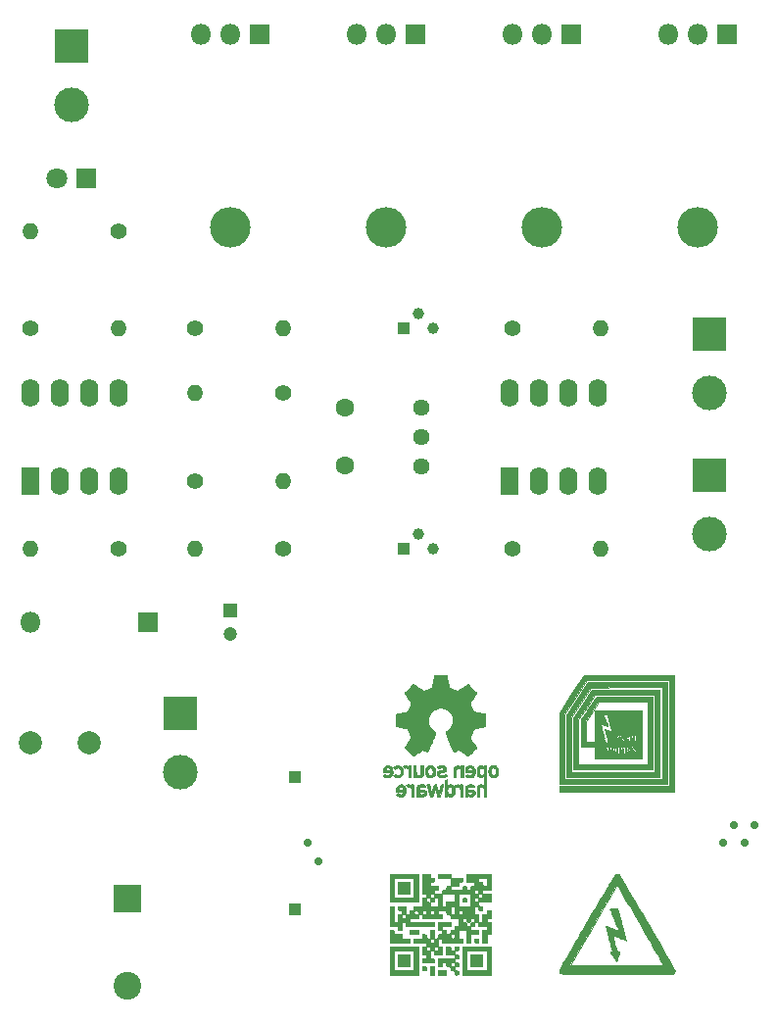
<source format=gbr>
%TF.GenerationSoftware,KiCad,Pcbnew,no-vcs-found-e2505cb~60~ubuntu14.04.1*%
%TF.CreationDate,2017-09-17T03:07:11-03:00*%
%TF.ProjectId,RFIDZapper,524649445A61707065722E6B69636164,rev?*%
%TF.SameCoordinates,Original*%
%TF.FileFunction,Soldermask,Bot*%
%TF.FilePolarity,Negative*%
%FSLAX46Y46*%
G04 Gerber Fmt 4.6, Leading zero omitted, Abs format (unit mm)*
G04 Created by KiCad (PCBNEW no-vcs-found-e2505cb~60~ubuntu14.04.1) date Sun Sep 17 03:07:11 2017*
%MOMM*%
%LPD*%
G01*
G04 APERTURE LIST*
%ADD10C,0.010000*%
%ADD11C,1.440000*%
%ADD12R,1.000000X1.000000*%
%ADD13C,0.700000*%
%ADD14R,3.000000X3.000000*%
%ADD15C,3.000000*%
%ADD16C,1.600000*%
%ADD17C,1.200000*%
%ADD18R,1.200000X1.200000*%
%ADD19C,2.400000*%
%ADD20R,2.400000X2.400000*%
%ADD21O,3.500000X3.500000*%
%ADD22R,1.800000X1.800000*%
%ADD23O,1.800000X1.800000*%
%ADD24C,1.800000*%
%ADD25C,1.000000*%
%ADD26C,1.400000*%
%ADD27O,1.400000X1.400000*%
%ADD28C,1.998980*%
%ADD29O,1.600000X2.400000*%
%ADD30R,1.600000X2.400000*%
G04 APERTURE END LIST*
D10*
%TO.C,G\002A\002A\002A*%
G36*
X184385686Y-121889608D02*
X183339804Y-121889608D01*
X183339804Y-122935491D01*
X184385686Y-122935491D01*
X184385686Y-121889608D01*
X184385686Y-121889608D01*
G37*
X184385686Y-121889608D02*
X183339804Y-121889608D01*
X183339804Y-122935491D01*
X184385686Y-122935491D01*
X184385686Y-121889608D01*
G36*
X178110392Y-121889608D02*
X177064509Y-121889608D01*
X177064509Y-122935491D01*
X178110392Y-122935491D01*
X178110392Y-121889608D01*
X178110392Y-121889608D01*
G37*
X178110392Y-121889608D02*
X177064509Y-121889608D01*
X177064509Y-122935491D01*
X178110392Y-122935491D01*
X178110392Y-121889608D01*
G36*
X182933693Y-117349742D02*
X182981606Y-117306244D01*
X182991154Y-117196405D01*
X182991176Y-117183138D01*
X182983466Y-117066307D01*
X182939969Y-117018394D01*
X182830130Y-117008846D01*
X182816862Y-117008824D01*
X182700032Y-117016534D01*
X182652119Y-117060031D01*
X182642570Y-117169870D01*
X182642549Y-117183138D01*
X182650258Y-117299968D01*
X182693756Y-117347881D01*
X182803595Y-117357430D01*
X182816862Y-117357451D01*
X182933693Y-117349742D01*
X182933693Y-117349742D01*
G37*
X182933693Y-117349742D02*
X182981606Y-117306244D01*
X182991154Y-117196405D01*
X182991176Y-117183138D01*
X182983466Y-117066307D01*
X182939969Y-117018394D01*
X182830130Y-117008846D01*
X182816862Y-117008824D01*
X182700032Y-117016534D01*
X182652119Y-117060031D01*
X182642570Y-117169870D01*
X182642549Y-117183138D01*
X182650258Y-117299968D01*
X182693756Y-117347881D01*
X182803595Y-117357430D01*
X182816862Y-117357451D01*
X182933693Y-117349742D01*
G36*
X180144673Y-117349742D02*
X180192586Y-117306244D01*
X180202135Y-117196405D01*
X180202157Y-117183138D01*
X180194447Y-117066307D01*
X180150949Y-117018394D01*
X180041111Y-117008846D01*
X180027843Y-117008824D01*
X179911012Y-117016534D01*
X179863099Y-117060031D01*
X179853551Y-117169870D01*
X179853529Y-117183138D01*
X179861239Y-117299968D01*
X179904737Y-117347881D01*
X180014575Y-117357430D01*
X180027843Y-117357451D01*
X180144673Y-117349742D01*
X180144673Y-117349742D01*
G37*
X180144673Y-117349742D02*
X180192586Y-117306244D01*
X180202135Y-117196405D01*
X180202157Y-117183138D01*
X180194447Y-117066307D01*
X180150949Y-117018394D01*
X180041111Y-117008846D01*
X180027843Y-117008824D01*
X179911012Y-117016534D01*
X179863099Y-117060031D01*
X179853551Y-117169870D01*
X179853529Y-117183138D01*
X179861239Y-117299968D01*
X179904737Y-117347881D01*
X180014575Y-117357430D01*
X180027843Y-117357451D01*
X180144673Y-117349742D01*
G36*
X178110392Y-115614314D02*
X177064509Y-115614314D01*
X177064509Y-116660196D01*
X178110392Y-116660196D01*
X178110392Y-115614314D01*
X178110392Y-115614314D01*
G37*
X178110392Y-115614314D02*
X177064509Y-115614314D01*
X177064509Y-116660196D01*
X178110392Y-116660196D01*
X178110392Y-115614314D01*
G36*
X181248039Y-123284118D02*
X180550784Y-123284118D01*
X180550784Y-123632745D01*
X181248039Y-123632745D01*
X181248039Y-123284118D01*
X181248039Y-123284118D01*
G37*
X181248039Y-123284118D02*
X180550784Y-123284118D01*
X180550784Y-123632745D01*
X181248039Y-123632745D01*
X181248039Y-123284118D01*
G36*
X180202157Y-122935491D02*
X179853529Y-122935491D01*
X179853529Y-123632745D01*
X180202157Y-123632745D01*
X180202157Y-122935491D01*
X180202157Y-122935491D01*
G37*
X180202157Y-122935491D02*
X179853529Y-122935491D01*
X179853529Y-123632745D01*
X180202157Y-123632745D01*
X180202157Y-122935491D01*
G36*
X179447418Y-123276408D02*
X179495332Y-123232911D01*
X179504880Y-123123072D01*
X179504902Y-123109804D01*
X179497192Y-122992974D01*
X179453694Y-122945061D01*
X179343856Y-122935512D01*
X179330588Y-122935491D01*
X179213757Y-122943200D01*
X179165844Y-122986698D01*
X179156296Y-123096536D01*
X179156274Y-123109804D01*
X179163984Y-123226635D01*
X179207482Y-123274548D01*
X179317320Y-123284096D01*
X179330588Y-123284118D01*
X179447418Y-123276408D01*
X179447418Y-123276408D01*
G37*
X179447418Y-123276408D02*
X179495332Y-123232911D01*
X179504880Y-123123072D01*
X179504902Y-123109804D01*
X179497192Y-122992974D01*
X179453694Y-122945061D01*
X179343856Y-122935512D01*
X179330588Y-122935491D01*
X179213757Y-122943200D01*
X179165844Y-122986698D01*
X179156296Y-123096536D01*
X179156274Y-123109804D01*
X179163984Y-123226635D01*
X179207482Y-123274548D01*
X179317320Y-123284096D01*
X179330588Y-123284118D01*
X179447418Y-123276408D01*
G36*
X185082941Y-121192353D02*
X182642549Y-121192353D01*
X182642549Y-123284118D01*
X182991176Y-123284118D01*
X182991176Y-121540981D01*
X184734313Y-121540981D01*
X184734313Y-123284118D01*
X182991176Y-123284118D01*
X182642549Y-123284118D01*
X182642549Y-123632745D01*
X185082941Y-123632745D01*
X185082941Y-121192353D01*
X185082941Y-121192353D01*
G37*
X185082941Y-121192353D02*
X182642549Y-121192353D01*
X182642549Y-123284118D01*
X182991176Y-123284118D01*
X182991176Y-121540981D01*
X184734313Y-121540981D01*
X184734313Y-123284118D01*
X182991176Y-123284118D01*
X182642549Y-123284118D01*
X182642549Y-123632745D01*
X185082941Y-123632745D01*
X185082941Y-121192353D01*
G36*
X182236438Y-123625036D02*
X182284351Y-123581538D01*
X182293900Y-123471700D01*
X182293921Y-123458432D01*
X182286211Y-123341601D01*
X182242714Y-123293688D01*
X182132875Y-123284140D01*
X182119608Y-123284118D01*
X182002777Y-123276408D01*
X181954864Y-123232911D01*
X181945315Y-123123072D01*
X181945294Y-123109804D01*
X181953004Y-122992974D01*
X181996501Y-122945061D01*
X182106340Y-122935512D01*
X182119608Y-122935491D01*
X182236438Y-122927781D01*
X182284351Y-122884283D01*
X182293900Y-122774445D01*
X182293921Y-122761177D01*
X182286211Y-122644346D01*
X182242714Y-122596433D01*
X182132875Y-122586885D01*
X182119608Y-122586863D01*
X182002777Y-122579153D01*
X181954864Y-122535656D01*
X181945315Y-122425817D01*
X181945294Y-122412549D01*
X181953004Y-122295719D01*
X181996501Y-122247806D01*
X182106340Y-122238257D01*
X182119608Y-122238236D01*
X182236438Y-122230526D01*
X182284351Y-122187028D01*
X182293900Y-122077190D01*
X182293921Y-122063922D01*
X182286211Y-121947091D01*
X182242714Y-121899178D01*
X182132875Y-121889630D01*
X182119608Y-121889608D01*
X182002777Y-121881898D01*
X181954864Y-121838401D01*
X181945315Y-121728562D01*
X181945294Y-121715294D01*
X181953004Y-121598464D01*
X181996501Y-121550551D01*
X182106340Y-121541002D01*
X182119608Y-121540981D01*
X182236438Y-121533271D01*
X182284351Y-121489773D01*
X182293900Y-121379935D01*
X182293921Y-121366667D01*
X182286211Y-121249836D01*
X182242714Y-121201923D01*
X182132875Y-121192375D01*
X182119608Y-121192353D01*
X182002777Y-121200063D01*
X181954864Y-121243561D01*
X181945315Y-121353399D01*
X181945294Y-121366667D01*
X181937584Y-121483498D01*
X181894086Y-121531411D01*
X181784248Y-121540959D01*
X181770980Y-121540981D01*
X181654149Y-121533271D01*
X181606236Y-121489773D01*
X181596688Y-121379935D01*
X181596666Y-121366667D01*
X181588957Y-121249836D01*
X181545459Y-121201923D01*
X181435620Y-121192375D01*
X181422353Y-121192353D01*
X181248039Y-121192353D01*
X181248039Y-121889608D01*
X181945294Y-121889608D01*
X181945294Y-122238236D01*
X180550784Y-122238236D01*
X180550784Y-122935491D01*
X180725098Y-122935491D01*
X180841928Y-122927781D01*
X180889841Y-122884283D01*
X180899390Y-122774445D01*
X180899411Y-122761177D01*
X180907121Y-122644346D01*
X180950619Y-122596433D01*
X181060457Y-122586885D01*
X181073725Y-122586863D01*
X181190556Y-122594573D01*
X181238469Y-122638071D01*
X181248017Y-122747909D01*
X181248039Y-122761177D01*
X181596666Y-122761177D01*
X181604376Y-122644346D01*
X181647874Y-122596433D01*
X181757712Y-122586885D01*
X181770980Y-122586863D01*
X181887811Y-122594573D01*
X181935724Y-122638071D01*
X181945272Y-122747909D01*
X181945294Y-122761177D01*
X181937584Y-122878007D01*
X181894086Y-122925921D01*
X181784248Y-122935469D01*
X181770980Y-122935491D01*
X181654149Y-122927781D01*
X181606236Y-122884283D01*
X181596688Y-122774445D01*
X181596666Y-122761177D01*
X181248039Y-122761177D01*
X181255749Y-122878007D01*
X181299246Y-122925921D01*
X181409085Y-122935469D01*
X181422353Y-122935491D01*
X181539183Y-122943200D01*
X181587096Y-122986698D01*
X181596645Y-123096536D01*
X181596666Y-123109804D01*
X181604376Y-123226635D01*
X181647874Y-123274548D01*
X181757712Y-123284096D01*
X181770980Y-123284118D01*
X181887811Y-123291828D01*
X181935724Y-123335325D01*
X181945272Y-123445164D01*
X181945294Y-123458432D01*
X181953004Y-123575262D01*
X181996501Y-123623175D01*
X182106340Y-123632724D01*
X182119608Y-123632745D01*
X182236438Y-123625036D01*
X182236438Y-123625036D01*
G37*
X182236438Y-123625036D02*
X182284351Y-123581538D01*
X182293900Y-123471700D01*
X182293921Y-123458432D01*
X182286211Y-123341601D01*
X182242714Y-123293688D01*
X182132875Y-123284140D01*
X182119608Y-123284118D01*
X182002777Y-123276408D01*
X181954864Y-123232911D01*
X181945315Y-123123072D01*
X181945294Y-123109804D01*
X181953004Y-122992974D01*
X181996501Y-122945061D01*
X182106340Y-122935512D01*
X182119608Y-122935491D01*
X182236438Y-122927781D01*
X182284351Y-122884283D01*
X182293900Y-122774445D01*
X182293921Y-122761177D01*
X182286211Y-122644346D01*
X182242714Y-122596433D01*
X182132875Y-122586885D01*
X182119608Y-122586863D01*
X182002777Y-122579153D01*
X181954864Y-122535656D01*
X181945315Y-122425817D01*
X181945294Y-122412549D01*
X181953004Y-122295719D01*
X181996501Y-122247806D01*
X182106340Y-122238257D01*
X182119608Y-122238236D01*
X182236438Y-122230526D01*
X182284351Y-122187028D01*
X182293900Y-122077190D01*
X182293921Y-122063922D01*
X182286211Y-121947091D01*
X182242714Y-121899178D01*
X182132875Y-121889630D01*
X182119608Y-121889608D01*
X182002777Y-121881898D01*
X181954864Y-121838401D01*
X181945315Y-121728562D01*
X181945294Y-121715294D01*
X181953004Y-121598464D01*
X181996501Y-121550551D01*
X182106340Y-121541002D01*
X182119608Y-121540981D01*
X182236438Y-121533271D01*
X182284351Y-121489773D01*
X182293900Y-121379935D01*
X182293921Y-121366667D01*
X182286211Y-121249836D01*
X182242714Y-121201923D01*
X182132875Y-121192375D01*
X182119608Y-121192353D01*
X182002777Y-121200063D01*
X181954864Y-121243561D01*
X181945315Y-121353399D01*
X181945294Y-121366667D01*
X181937584Y-121483498D01*
X181894086Y-121531411D01*
X181784248Y-121540959D01*
X181770980Y-121540981D01*
X181654149Y-121533271D01*
X181606236Y-121489773D01*
X181596688Y-121379935D01*
X181596666Y-121366667D01*
X181588957Y-121249836D01*
X181545459Y-121201923D01*
X181435620Y-121192375D01*
X181422353Y-121192353D01*
X181248039Y-121192353D01*
X181248039Y-121889608D01*
X181945294Y-121889608D01*
X181945294Y-122238236D01*
X180550784Y-122238236D01*
X180550784Y-122935491D01*
X180725098Y-122935491D01*
X180841928Y-122927781D01*
X180889841Y-122884283D01*
X180899390Y-122774445D01*
X180899411Y-122761177D01*
X180907121Y-122644346D01*
X180950619Y-122596433D01*
X181060457Y-122586885D01*
X181073725Y-122586863D01*
X181190556Y-122594573D01*
X181238469Y-122638071D01*
X181248017Y-122747909D01*
X181248039Y-122761177D01*
X181596666Y-122761177D01*
X181604376Y-122644346D01*
X181647874Y-122596433D01*
X181757712Y-122586885D01*
X181770980Y-122586863D01*
X181887811Y-122594573D01*
X181935724Y-122638071D01*
X181945272Y-122747909D01*
X181945294Y-122761177D01*
X181937584Y-122878007D01*
X181894086Y-122925921D01*
X181784248Y-122935469D01*
X181770980Y-122935491D01*
X181654149Y-122927781D01*
X181606236Y-122884283D01*
X181596688Y-122774445D01*
X181596666Y-122761177D01*
X181248039Y-122761177D01*
X181255749Y-122878007D01*
X181299246Y-122925921D01*
X181409085Y-122935469D01*
X181422353Y-122935491D01*
X181539183Y-122943200D01*
X181587096Y-122986698D01*
X181596645Y-123096536D01*
X181596666Y-123109804D01*
X181604376Y-123226635D01*
X181647874Y-123274548D01*
X181757712Y-123284096D01*
X181770980Y-123284118D01*
X181887811Y-123291828D01*
X181935724Y-123335325D01*
X181945272Y-123445164D01*
X181945294Y-123458432D01*
X181953004Y-123575262D01*
X181996501Y-123623175D01*
X182106340Y-123632724D01*
X182119608Y-123632745D01*
X182236438Y-123625036D01*
G36*
X178807647Y-121192353D02*
X176367255Y-121192353D01*
X176367255Y-123284118D01*
X176715882Y-123284118D01*
X176715882Y-121540981D01*
X178459019Y-121540981D01*
X178459019Y-123284118D01*
X176715882Y-123284118D01*
X176367255Y-123284118D01*
X176367255Y-123632745D01*
X178807647Y-123632745D01*
X178807647Y-121192353D01*
X178807647Y-121192353D01*
G37*
X178807647Y-121192353D02*
X176367255Y-121192353D01*
X176367255Y-123284118D01*
X176715882Y-123284118D01*
X176715882Y-121540981D01*
X178459019Y-121540981D01*
X178459019Y-123284118D01*
X176715882Y-123284118D01*
X176367255Y-123284118D01*
X176367255Y-123632745D01*
X178807647Y-123632745D01*
X178807647Y-121192353D01*
G36*
X183979575Y-120836016D02*
X184027488Y-120792518D01*
X184037037Y-120682680D01*
X184037058Y-120669412D01*
X184029349Y-120552582D01*
X183985851Y-120504668D01*
X183876013Y-120495120D01*
X183862745Y-120495098D01*
X183745914Y-120502808D01*
X183698001Y-120546306D01*
X183688453Y-120656144D01*
X183688431Y-120669412D01*
X183696141Y-120786243D01*
X183739639Y-120834156D01*
X183849477Y-120843704D01*
X183862745Y-120843726D01*
X183979575Y-120836016D01*
X183979575Y-120836016D01*
G37*
X183979575Y-120836016D02*
X184027488Y-120792518D01*
X184037037Y-120682680D01*
X184037058Y-120669412D01*
X184029349Y-120552582D01*
X183985851Y-120504668D01*
X183876013Y-120495120D01*
X183862745Y-120495098D01*
X183745914Y-120502808D01*
X183698001Y-120546306D01*
X183688453Y-120656144D01*
X183688431Y-120669412D01*
X183696141Y-120786243D01*
X183739639Y-120834156D01*
X183849477Y-120843704D01*
X183862745Y-120843726D01*
X183979575Y-120836016D01*
G36*
X178807647Y-119797843D02*
X178110392Y-119797843D01*
X178110392Y-120146471D01*
X178807647Y-120146471D01*
X178807647Y-119797843D01*
X178807647Y-119797843D01*
G37*
X178807647Y-119797843D02*
X178110392Y-119797843D01*
X178110392Y-120146471D01*
X178807647Y-120146471D01*
X178807647Y-119797843D01*
G36*
X178110392Y-120495098D02*
X177413137Y-120495098D01*
X177413137Y-120146471D01*
X176715882Y-120146471D01*
X176715882Y-119972157D01*
X176708172Y-119855327D01*
X176664675Y-119807414D01*
X176554836Y-119797865D01*
X176541568Y-119797843D01*
X176367255Y-119797843D01*
X176367255Y-120843726D01*
X178110392Y-120843726D01*
X178110392Y-120495098D01*
X178110392Y-120495098D01*
G37*
X178110392Y-120495098D02*
X177413137Y-120495098D01*
X177413137Y-120146471D01*
X176715882Y-120146471D01*
X176715882Y-119972157D01*
X176708172Y-119855327D01*
X176664675Y-119807414D01*
X176554836Y-119797865D01*
X176541568Y-119797843D01*
X176367255Y-119797843D01*
X176367255Y-120843726D01*
X178110392Y-120843726D01*
X178110392Y-120495098D01*
G36*
X181596666Y-115962942D02*
X182293921Y-115962942D01*
X182293921Y-115788628D01*
X182301631Y-115671797D01*
X182345129Y-115623884D01*
X182454967Y-115614336D01*
X182468235Y-115614314D01*
X182585066Y-115606604D01*
X182632979Y-115563107D01*
X182642527Y-115453268D01*
X182642549Y-115440000D01*
X182642549Y-115265687D01*
X181596666Y-115265687D01*
X181596666Y-115962942D01*
X181596666Y-115962942D01*
G37*
X181596666Y-115962942D02*
X182293921Y-115962942D01*
X182293921Y-115788628D01*
X182301631Y-115671797D01*
X182345129Y-115623884D01*
X182454967Y-115614336D01*
X182468235Y-115614314D01*
X182585066Y-115606604D01*
X182632979Y-115563107D01*
X182642527Y-115453268D01*
X182642549Y-115440000D01*
X182642549Y-115265687D01*
X181596666Y-115265687D01*
X181596666Y-115962942D01*
G36*
X181422353Y-115962942D02*
X181305522Y-115970651D01*
X181257609Y-116014149D01*
X181248061Y-116123987D01*
X181248039Y-116137255D01*
X181240329Y-116254086D01*
X181196831Y-116301999D01*
X181086993Y-116311547D01*
X181073725Y-116311569D01*
X180956895Y-116319279D01*
X180908981Y-116362776D01*
X180899433Y-116472615D01*
X180899411Y-116485883D01*
X180899411Y-116660196D01*
X180202157Y-116660196D01*
X180202157Y-116485883D01*
X180209866Y-116369052D01*
X180253364Y-116321139D01*
X180363202Y-116311591D01*
X180376470Y-116311569D01*
X180493301Y-116303859D01*
X180541214Y-116260361D01*
X180550762Y-116150523D01*
X180550784Y-116137255D01*
X180550784Y-115962942D01*
X179853529Y-115962942D01*
X179853529Y-115788628D01*
X179861239Y-115671797D01*
X179904737Y-115623884D01*
X180014575Y-115614336D01*
X180027843Y-115614314D01*
X180144673Y-115606604D01*
X180192586Y-115563107D01*
X180202135Y-115453268D01*
X180202157Y-115440000D01*
X180194447Y-115323170D01*
X180150949Y-115275257D01*
X180041111Y-115265708D01*
X180027843Y-115265687D01*
X179911012Y-115257977D01*
X179863099Y-115214479D01*
X179853551Y-115104641D01*
X179853529Y-115091373D01*
X179853529Y-114917059D01*
X179156274Y-114917059D01*
X179156274Y-116660196D01*
X179330588Y-116660196D01*
X179447418Y-116667906D01*
X179495332Y-116711404D01*
X179504880Y-116821242D01*
X179504902Y-116834510D01*
X179497192Y-116951341D01*
X179453694Y-116999254D01*
X179343856Y-117008802D01*
X179330588Y-117008824D01*
X179156274Y-117008824D01*
X179156274Y-117183138D01*
X179504902Y-117183138D01*
X179512611Y-117066307D01*
X179556109Y-117018394D01*
X179665947Y-117008846D01*
X179679215Y-117008824D01*
X179796046Y-117001114D01*
X179843959Y-116957616D01*
X179853507Y-116847778D01*
X179853529Y-116834510D01*
X179861239Y-116717680D01*
X179904737Y-116669766D01*
X180014575Y-116660218D01*
X180027843Y-116660196D01*
X180144673Y-116667906D01*
X180192586Y-116711404D01*
X180202135Y-116821242D01*
X180202157Y-116834510D01*
X180209866Y-116951341D01*
X180253364Y-116999254D01*
X180363202Y-117008802D01*
X180376470Y-117008824D01*
X180550784Y-117008824D01*
X180550784Y-117706079D01*
X180899411Y-117706079D01*
X180899411Y-116660196D01*
X181945294Y-116660196D01*
X181945294Y-117357451D01*
X181248039Y-117357451D01*
X181248039Y-117531765D01*
X181240329Y-117648596D01*
X181196831Y-117696509D01*
X181086993Y-117706057D01*
X181073725Y-117706079D01*
X180899411Y-117706079D01*
X180550784Y-117706079D01*
X179853529Y-117706079D01*
X179853529Y-117531765D01*
X179845819Y-117414934D01*
X179802322Y-117367021D01*
X179692483Y-117357473D01*
X179679215Y-117357451D01*
X179562385Y-117349742D01*
X179514472Y-117306244D01*
X179504923Y-117196405D01*
X179504902Y-117183138D01*
X179156274Y-117183138D01*
X179156274Y-117706079D01*
X178459019Y-117706079D01*
X178459019Y-117880392D01*
X178451310Y-117997223D01*
X178407812Y-118045136D01*
X178297973Y-118054685D01*
X178284706Y-118054706D01*
X178167875Y-118062416D01*
X178119962Y-118105914D01*
X178110413Y-118215752D01*
X178110392Y-118229020D01*
X178459019Y-118229020D01*
X178466729Y-118112189D01*
X178510227Y-118064276D01*
X178620065Y-118054728D01*
X178633333Y-118054706D01*
X178750164Y-118062416D01*
X178798077Y-118105914D01*
X178807625Y-118215752D01*
X178807647Y-118229020D01*
X179156274Y-118229020D01*
X179163984Y-118112189D01*
X179207482Y-118064276D01*
X179317320Y-118054728D01*
X179330588Y-118054706D01*
X179447418Y-118062416D01*
X179495332Y-118105914D01*
X179504880Y-118215752D01*
X179504902Y-118229020D01*
X179853529Y-118229020D01*
X179861239Y-118112189D01*
X179904737Y-118064276D01*
X180014575Y-118054728D01*
X180027843Y-118054706D01*
X180144673Y-118062416D01*
X180192586Y-118105914D01*
X180202135Y-118215752D01*
X180202157Y-118229020D01*
X180194447Y-118345851D01*
X180150949Y-118393764D01*
X180041111Y-118403312D01*
X180027843Y-118403334D01*
X179911012Y-118395624D01*
X179863099Y-118352126D01*
X179853551Y-118242288D01*
X179853529Y-118229020D01*
X179504902Y-118229020D01*
X179497192Y-118345851D01*
X179453694Y-118393764D01*
X179343856Y-118403312D01*
X179330588Y-118403334D01*
X179213757Y-118395624D01*
X179165844Y-118352126D01*
X179156296Y-118242288D01*
X179156274Y-118229020D01*
X178807647Y-118229020D01*
X178799937Y-118345851D01*
X178756439Y-118393764D01*
X178646601Y-118403312D01*
X178633333Y-118403334D01*
X178516502Y-118395624D01*
X178468589Y-118352126D01*
X178459041Y-118242288D01*
X178459019Y-118229020D01*
X178110392Y-118229020D01*
X178102682Y-118345851D01*
X178059184Y-118393764D01*
X177949346Y-118403312D01*
X177936078Y-118403334D01*
X177761764Y-118403334D01*
X177761764Y-117706079D01*
X177064509Y-117706079D01*
X177064509Y-117880392D01*
X177072219Y-117997223D01*
X177115717Y-118045136D01*
X177225555Y-118054685D01*
X177238823Y-118054706D01*
X177355654Y-118062416D01*
X177403567Y-118105914D01*
X177413115Y-118215752D01*
X177413137Y-118229020D01*
X177405427Y-118345851D01*
X177361929Y-118393764D01*
X177252091Y-118403312D01*
X177238823Y-118403334D01*
X177064509Y-118403334D01*
X177064509Y-118577647D01*
X177413137Y-118577647D01*
X177420847Y-118460817D01*
X177464344Y-118412904D01*
X177574183Y-118403355D01*
X177587451Y-118403334D01*
X177704281Y-118411043D01*
X177752194Y-118454541D01*
X177761743Y-118564380D01*
X177761764Y-118577647D01*
X177754055Y-118694478D01*
X177710557Y-118742391D01*
X177600718Y-118751939D01*
X177587451Y-118751961D01*
X177470620Y-118744251D01*
X177422707Y-118700754D01*
X177413159Y-118590915D01*
X177413137Y-118577647D01*
X177064509Y-118577647D01*
X177064509Y-119100589D01*
X176715882Y-119100589D01*
X176715882Y-117706079D01*
X176367255Y-117706079D01*
X176367255Y-119449216D01*
X177064509Y-119449216D01*
X177064509Y-119623530D01*
X177072219Y-119740360D01*
X177115717Y-119788273D01*
X177225555Y-119797822D01*
X177238823Y-119797843D01*
X177413137Y-119797843D01*
X177413137Y-119100589D01*
X177587451Y-119100589D01*
X177704281Y-119108298D01*
X177752194Y-119151796D01*
X177761743Y-119261634D01*
X177761764Y-119274902D01*
X177761764Y-119449216D01*
X180202157Y-119449216D01*
X180202157Y-119100589D01*
X178110392Y-119100589D01*
X178110392Y-118751961D01*
X178807647Y-118751961D01*
X178807647Y-118577647D01*
X178815356Y-118460817D01*
X178858854Y-118412904D01*
X178968693Y-118403355D01*
X178981960Y-118403334D01*
X179098791Y-118411043D01*
X179146704Y-118454541D01*
X179156252Y-118564380D01*
X179156274Y-118577647D01*
X179156274Y-118751961D01*
X180899411Y-118751961D01*
X180899411Y-118577647D01*
X180891702Y-118460817D01*
X180848204Y-118412904D01*
X180738366Y-118403355D01*
X180725098Y-118403334D01*
X180608267Y-118395624D01*
X180560354Y-118352126D01*
X180550806Y-118242288D01*
X180550784Y-118229020D01*
X180550784Y-118054706D01*
X181248039Y-118054706D01*
X181248039Y-118229020D01*
X181255749Y-118345851D01*
X181299246Y-118393764D01*
X181409085Y-118403312D01*
X181422353Y-118403334D01*
X181596666Y-118403334D01*
X181596666Y-117706079D01*
X181945294Y-117706079D01*
X182293921Y-117706079D01*
X182293921Y-116660196D01*
X183339804Y-116660196D01*
X183339804Y-117183138D01*
X183688431Y-117183138D01*
X183696141Y-117066307D01*
X183739639Y-117018394D01*
X183849477Y-117008846D01*
X183862745Y-117008824D01*
X183979575Y-117001114D01*
X184027488Y-116957616D01*
X184037037Y-116847778D01*
X184037058Y-116834510D01*
X184029349Y-116717680D01*
X183985851Y-116669766D01*
X183876013Y-116660218D01*
X183862745Y-116660196D01*
X183745914Y-116652487D01*
X183698001Y-116608989D01*
X183688453Y-116499151D01*
X183688431Y-116485883D01*
X183696141Y-116369052D01*
X183739639Y-116321139D01*
X183849477Y-116311591D01*
X183862745Y-116311569D01*
X183979575Y-116319279D01*
X184027488Y-116362776D01*
X184037037Y-116472615D01*
X184037058Y-116485883D01*
X184044768Y-116602713D01*
X184088266Y-116650626D01*
X184198104Y-116660175D01*
X184211372Y-116660196D01*
X184328203Y-116667906D01*
X184376116Y-116711404D01*
X184385664Y-116821242D01*
X184385686Y-116834510D01*
X184377976Y-116951341D01*
X184334478Y-116999254D01*
X184224640Y-117008802D01*
X184211372Y-117008824D01*
X184094542Y-117016534D01*
X184046629Y-117060031D01*
X184037080Y-117169870D01*
X184037058Y-117183138D01*
X184029349Y-117299968D01*
X183985851Y-117347881D01*
X183876013Y-117357430D01*
X183862745Y-117357451D01*
X183745914Y-117349742D01*
X183698001Y-117306244D01*
X183688453Y-117196405D01*
X183688431Y-117183138D01*
X183339804Y-117183138D01*
X183339804Y-117706079D01*
X182293921Y-117706079D01*
X181945294Y-117706079D01*
X181945294Y-118229020D01*
X182293921Y-118229020D01*
X182301631Y-118112189D01*
X182345129Y-118064276D01*
X182454967Y-118054728D01*
X182468235Y-118054706D01*
X182585066Y-118062416D01*
X182632979Y-118105914D01*
X182642527Y-118215752D01*
X182642549Y-118229020D01*
X182634839Y-118345851D01*
X182591341Y-118393764D01*
X182481503Y-118403312D01*
X182468235Y-118403334D01*
X182351404Y-118395624D01*
X182303491Y-118352126D01*
X182293943Y-118242288D01*
X182293921Y-118229020D01*
X181945294Y-118229020D01*
X181945294Y-118403334D01*
X181596666Y-118403334D01*
X181422353Y-118403334D01*
X181539183Y-118411043D01*
X181587096Y-118454541D01*
X181596645Y-118564380D01*
X181596666Y-118577647D01*
X181596666Y-118751961D01*
X182293921Y-118751961D01*
X182293921Y-118926275D01*
X182642549Y-118926275D01*
X182650258Y-118809444D01*
X182693756Y-118761531D01*
X182803595Y-118751983D01*
X182816862Y-118751961D01*
X182933693Y-118759671D01*
X182981606Y-118803169D01*
X182991154Y-118913007D01*
X182991176Y-118926275D01*
X182998886Y-119043105D01*
X183042384Y-119091019D01*
X183152222Y-119100567D01*
X183165490Y-119100589D01*
X183282320Y-119092879D01*
X183330234Y-119049381D01*
X183339782Y-118939543D01*
X183339804Y-118926275D01*
X183347513Y-118809444D01*
X183391011Y-118761531D01*
X183500849Y-118751983D01*
X183514117Y-118751961D01*
X183630948Y-118759671D01*
X183678861Y-118803169D01*
X183688409Y-118913007D01*
X183688431Y-118926275D01*
X183680721Y-119043105D01*
X183637224Y-119091019D01*
X183527385Y-119100567D01*
X183514117Y-119100589D01*
X183397287Y-119108298D01*
X183349374Y-119151796D01*
X183339825Y-119261634D01*
X183339804Y-119274902D01*
X183332094Y-119391733D01*
X183288596Y-119439646D01*
X183178758Y-119449194D01*
X183165490Y-119449216D01*
X183048659Y-119441506D01*
X183000746Y-119398009D01*
X182991198Y-119288170D01*
X182991176Y-119274902D01*
X182983466Y-119158072D01*
X182939969Y-119110159D01*
X182830130Y-119100610D01*
X182816862Y-119100589D01*
X182700032Y-119092879D01*
X182652119Y-119049381D01*
X182642570Y-118939543D01*
X182642549Y-118926275D01*
X182293921Y-118926275D01*
X182293921Y-119449216D01*
X182119608Y-119449216D01*
X182002777Y-119456926D01*
X181954864Y-119500424D01*
X181945315Y-119610262D01*
X181945294Y-119623530D01*
X181937584Y-119740360D01*
X181894086Y-119788273D01*
X181784248Y-119797822D01*
X181770980Y-119797843D01*
X181654149Y-119805553D01*
X181606236Y-119849051D01*
X181596688Y-119958889D01*
X181596666Y-119972157D01*
X181588957Y-120088988D01*
X181545459Y-120136901D01*
X181435620Y-120146449D01*
X181422353Y-120146471D01*
X181305522Y-120138761D01*
X181257609Y-120095263D01*
X181248061Y-119985425D01*
X181248039Y-119972157D01*
X181240329Y-119855327D01*
X181196831Y-119807414D01*
X181086993Y-119797865D01*
X181073725Y-119797843D01*
X180956895Y-119790134D01*
X180908981Y-119746636D01*
X180899433Y-119636798D01*
X180899411Y-119623530D01*
X180899411Y-119449216D01*
X181596666Y-119449216D01*
X181596666Y-119100589D01*
X180550784Y-119100589D01*
X180550784Y-119797843D01*
X180725098Y-119797843D01*
X180841928Y-119805553D01*
X180889841Y-119849051D01*
X180899390Y-119958889D01*
X180899411Y-119972157D01*
X180891702Y-120088988D01*
X180848204Y-120136901D01*
X180738366Y-120146449D01*
X180725098Y-120146471D01*
X180608267Y-120154181D01*
X180560354Y-120197678D01*
X180550806Y-120307517D01*
X180550784Y-120320785D01*
X181596666Y-120320785D01*
X181604376Y-120203954D01*
X181647874Y-120156041D01*
X181757712Y-120146493D01*
X181770980Y-120146471D01*
X181887811Y-120154181D01*
X181935724Y-120197678D01*
X181945272Y-120307517D01*
X181945294Y-120320785D01*
X181937584Y-120437615D01*
X181894086Y-120485528D01*
X181784248Y-120495077D01*
X181770980Y-120495098D01*
X181654149Y-120487389D01*
X181606236Y-120443891D01*
X181596688Y-120334053D01*
X181596666Y-120320785D01*
X180550784Y-120320785D01*
X180543074Y-120437615D01*
X180499576Y-120485528D01*
X180389738Y-120495077D01*
X180376470Y-120495098D01*
X180202157Y-120495098D01*
X180202157Y-119797843D01*
X179853529Y-119797843D01*
X179853529Y-120495098D01*
X179679215Y-120495098D01*
X179562385Y-120487389D01*
X179514472Y-120443891D01*
X179504923Y-120334053D01*
X179504902Y-120320785D01*
X179497192Y-120203954D01*
X179453694Y-120156041D01*
X179343856Y-120146493D01*
X179330588Y-120146471D01*
X179213757Y-120154181D01*
X179165844Y-120197678D01*
X179156296Y-120307517D01*
X179156274Y-120320785D01*
X179156274Y-120495098D01*
X178459019Y-120495098D01*
X178459019Y-120669412D01*
X179853529Y-120669412D01*
X179861239Y-120552582D01*
X179904737Y-120504668D01*
X180014575Y-120495120D01*
X180027843Y-120495098D01*
X180144673Y-120502808D01*
X180192586Y-120546306D01*
X180202135Y-120656144D01*
X180202157Y-120669412D01*
X180194447Y-120786243D01*
X180150949Y-120834156D01*
X180041111Y-120843704D01*
X180027843Y-120843726D01*
X179911012Y-120836016D01*
X179863099Y-120792518D01*
X179853551Y-120682680D01*
X179853529Y-120669412D01*
X178459019Y-120669412D01*
X178459019Y-120843726D01*
X179504902Y-120843726D01*
X179504902Y-121018040D01*
X179497192Y-121134870D01*
X179453694Y-121182783D01*
X179343856Y-121192332D01*
X179330588Y-121192353D01*
X179156274Y-121192353D01*
X179156274Y-121366667D01*
X179504902Y-121366667D01*
X179512611Y-121249836D01*
X179556109Y-121201923D01*
X179665947Y-121192375D01*
X179679215Y-121192353D01*
X179796046Y-121200063D01*
X179843959Y-121243561D01*
X179853507Y-121353399D01*
X179853529Y-121366667D01*
X180202157Y-121366667D01*
X180209866Y-121249836D01*
X180253364Y-121201923D01*
X180363202Y-121192375D01*
X180376470Y-121192353D01*
X180493301Y-121200063D01*
X180541214Y-121243561D01*
X180550762Y-121353399D01*
X180550784Y-121366667D01*
X180543074Y-121483498D01*
X180499576Y-121531411D01*
X180389738Y-121540959D01*
X180376470Y-121540981D01*
X180259640Y-121533271D01*
X180211727Y-121489773D01*
X180202178Y-121379935D01*
X180202157Y-121366667D01*
X179853529Y-121366667D01*
X179845819Y-121483498D01*
X179802322Y-121531411D01*
X179692483Y-121540959D01*
X179679215Y-121540981D01*
X179562385Y-121533271D01*
X179514472Y-121489773D01*
X179504923Y-121379935D01*
X179504902Y-121366667D01*
X179156274Y-121366667D01*
X179156274Y-121889608D01*
X179330588Y-121889608D01*
X179447418Y-121897318D01*
X179495332Y-121940816D01*
X179504880Y-122050654D01*
X179504902Y-122063922D01*
X179497192Y-122180752D01*
X179453694Y-122228666D01*
X179343856Y-122238214D01*
X179330588Y-122238236D01*
X179213757Y-122245945D01*
X179165844Y-122289443D01*
X179156296Y-122399282D01*
X179156274Y-122412549D01*
X179156274Y-122586863D01*
X180202157Y-122586863D01*
X180202157Y-122412549D01*
X180194447Y-122295719D01*
X180150949Y-122247806D01*
X180041111Y-122238257D01*
X180027843Y-122238236D01*
X179853529Y-122238236D01*
X179853529Y-121540981D01*
X180027843Y-121540981D01*
X180144673Y-121548690D01*
X180192586Y-121592188D01*
X180202135Y-121702027D01*
X180202157Y-121715294D01*
X180202157Y-121889608D01*
X180899411Y-121889608D01*
X180899411Y-121192353D01*
X180550784Y-121192353D01*
X180550784Y-120495098D01*
X180725098Y-120495098D01*
X180841928Y-120502808D01*
X180889841Y-120546306D01*
X180899390Y-120656144D01*
X180899411Y-120669412D01*
X180899411Y-120843726D01*
X182642549Y-120843726D01*
X182642549Y-120669412D01*
X182634839Y-120552582D01*
X182591341Y-120504668D01*
X182481503Y-120495120D01*
X182468235Y-120495098D01*
X182293921Y-120495098D01*
X182293921Y-119797843D01*
X182991176Y-119797843D01*
X182991176Y-120843726D01*
X183339804Y-120843726D01*
X183339804Y-120146471D01*
X184037058Y-120146471D01*
X184037058Y-119797843D01*
X183339804Y-119797843D01*
X183339804Y-119623530D01*
X183347513Y-119506699D01*
X183391011Y-119458786D01*
X183500849Y-119449238D01*
X183514117Y-119449216D01*
X183630948Y-119441506D01*
X183678861Y-119398009D01*
X183688409Y-119288170D01*
X183688431Y-119274902D01*
X183696141Y-119158072D01*
X183739639Y-119110159D01*
X183849477Y-119100610D01*
X183862745Y-119100589D01*
X183979575Y-119108298D01*
X184027488Y-119151796D01*
X184037037Y-119261634D01*
X184037058Y-119274902D01*
X184037058Y-119449216D01*
X184734313Y-119449216D01*
X184734313Y-119623530D01*
X184726604Y-119740360D01*
X184683106Y-119788273D01*
X184573268Y-119797822D01*
X184560000Y-119797843D01*
X184385686Y-119797843D01*
X184385686Y-120843726D01*
X184734313Y-120843726D01*
X184734313Y-120146471D01*
X185082941Y-120146471D01*
X185082941Y-119100589D01*
X184908627Y-119100589D01*
X184791797Y-119092879D01*
X184743883Y-119049381D01*
X184734335Y-118939543D01*
X184734313Y-118926275D01*
X184742023Y-118809444D01*
X184785521Y-118761531D01*
X184895359Y-118751983D01*
X184908627Y-118751961D01*
X185082941Y-118751961D01*
X185082941Y-118054706D01*
X184908627Y-118054706D01*
X184791797Y-118062416D01*
X184743883Y-118105914D01*
X184734335Y-118215752D01*
X184734313Y-118229020D01*
X184726604Y-118345851D01*
X184683106Y-118393764D01*
X184573268Y-118403312D01*
X184560000Y-118403334D01*
X184385686Y-118403334D01*
X184385686Y-119100589D01*
X184037058Y-119100589D01*
X184037058Y-118403334D01*
X183688431Y-118403334D01*
X183688431Y-117706079D01*
X183862745Y-117706079D01*
X183979575Y-117713789D01*
X184027488Y-117757286D01*
X184037037Y-117867125D01*
X184037058Y-117880392D01*
X184044768Y-117997223D01*
X184088266Y-118045136D01*
X184198104Y-118054685D01*
X184211372Y-118054706D01*
X184328203Y-118046996D01*
X184376116Y-118003499D01*
X184385664Y-117893660D01*
X184385686Y-117880392D01*
X184377976Y-117763562D01*
X184334478Y-117715649D01*
X184224640Y-117706100D01*
X184211372Y-117706079D01*
X184094542Y-117698369D01*
X184046629Y-117654871D01*
X184037080Y-117545033D01*
X184037058Y-117531765D01*
X184037058Y-117357451D01*
X185082941Y-117357451D01*
X185082941Y-116660196D01*
X184385686Y-116660196D01*
X184385686Y-116311569D01*
X185082941Y-116311569D01*
X185082941Y-114917059D01*
X182991176Y-114917059D01*
X182991176Y-115440000D01*
X184037058Y-115440000D01*
X184037058Y-115265687D01*
X184734313Y-115265687D01*
X184734313Y-115962942D01*
X184560000Y-115962942D01*
X184443169Y-115955232D01*
X184395256Y-115911734D01*
X184385708Y-115801896D01*
X184385686Y-115788628D01*
X184377976Y-115671797D01*
X184334478Y-115623884D01*
X184224640Y-115614336D01*
X184211372Y-115614314D01*
X184094542Y-115606604D01*
X184046629Y-115563107D01*
X184037080Y-115453268D01*
X184037058Y-115440000D01*
X182991176Y-115440000D01*
X182991176Y-115614314D01*
X183688431Y-115614314D01*
X183688431Y-115788628D01*
X183680721Y-115905458D01*
X183637224Y-115953371D01*
X183527385Y-115962920D01*
X183514117Y-115962942D01*
X183397287Y-115970651D01*
X183349374Y-116014149D01*
X183339825Y-116123987D01*
X183339804Y-116137255D01*
X183332094Y-116254086D01*
X183288596Y-116301999D01*
X183178758Y-116311547D01*
X183165490Y-116311569D01*
X183048659Y-116303859D01*
X183000746Y-116260361D01*
X182991198Y-116150523D01*
X182991176Y-116137255D01*
X182983466Y-116020425D01*
X182939969Y-115972512D01*
X182830130Y-115962963D01*
X182816862Y-115962942D01*
X182700032Y-115970651D01*
X182652119Y-116014149D01*
X182642570Y-116123987D01*
X182642549Y-116137255D01*
X182642549Y-116311569D01*
X181596666Y-116311569D01*
X181596666Y-115962942D01*
X181422353Y-115962942D01*
X181422353Y-115962942D01*
G37*
X181422353Y-115962942D02*
X181305522Y-115970651D01*
X181257609Y-116014149D01*
X181248061Y-116123987D01*
X181248039Y-116137255D01*
X181240329Y-116254086D01*
X181196831Y-116301999D01*
X181086993Y-116311547D01*
X181073725Y-116311569D01*
X180956895Y-116319279D01*
X180908981Y-116362776D01*
X180899433Y-116472615D01*
X180899411Y-116485883D01*
X180899411Y-116660196D01*
X180202157Y-116660196D01*
X180202157Y-116485883D01*
X180209866Y-116369052D01*
X180253364Y-116321139D01*
X180363202Y-116311591D01*
X180376470Y-116311569D01*
X180493301Y-116303859D01*
X180541214Y-116260361D01*
X180550762Y-116150523D01*
X180550784Y-116137255D01*
X180550784Y-115962942D01*
X179853529Y-115962942D01*
X179853529Y-115788628D01*
X179861239Y-115671797D01*
X179904737Y-115623884D01*
X180014575Y-115614336D01*
X180027843Y-115614314D01*
X180144673Y-115606604D01*
X180192586Y-115563107D01*
X180202135Y-115453268D01*
X180202157Y-115440000D01*
X180194447Y-115323170D01*
X180150949Y-115275257D01*
X180041111Y-115265708D01*
X180027843Y-115265687D01*
X179911012Y-115257977D01*
X179863099Y-115214479D01*
X179853551Y-115104641D01*
X179853529Y-115091373D01*
X179853529Y-114917059D01*
X179156274Y-114917059D01*
X179156274Y-116660196D01*
X179330588Y-116660196D01*
X179447418Y-116667906D01*
X179495332Y-116711404D01*
X179504880Y-116821242D01*
X179504902Y-116834510D01*
X179497192Y-116951341D01*
X179453694Y-116999254D01*
X179343856Y-117008802D01*
X179330588Y-117008824D01*
X179156274Y-117008824D01*
X179156274Y-117183138D01*
X179504902Y-117183138D01*
X179512611Y-117066307D01*
X179556109Y-117018394D01*
X179665947Y-117008846D01*
X179679215Y-117008824D01*
X179796046Y-117001114D01*
X179843959Y-116957616D01*
X179853507Y-116847778D01*
X179853529Y-116834510D01*
X179861239Y-116717680D01*
X179904737Y-116669766D01*
X180014575Y-116660218D01*
X180027843Y-116660196D01*
X180144673Y-116667906D01*
X180192586Y-116711404D01*
X180202135Y-116821242D01*
X180202157Y-116834510D01*
X180209866Y-116951341D01*
X180253364Y-116999254D01*
X180363202Y-117008802D01*
X180376470Y-117008824D01*
X180550784Y-117008824D01*
X180550784Y-117706079D01*
X180899411Y-117706079D01*
X180899411Y-116660196D01*
X181945294Y-116660196D01*
X181945294Y-117357451D01*
X181248039Y-117357451D01*
X181248039Y-117531765D01*
X181240329Y-117648596D01*
X181196831Y-117696509D01*
X181086993Y-117706057D01*
X181073725Y-117706079D01*
X180899411Y-117706079D01*
X180550784Y-117706079D01*
X179853529Y-117706079D01*
X179853529Y-117531765D01*
X179845819Y-117414934D01*
X179802322Y-117367021D01*
X179692483Y-117357473D01*
X179679215Y-117357451D01*
X179562385Y-117349742D01*
X179514472Y-117306244D01*
X179504923Y-117196405D01*
X179504902Y-117183138D01*
X179156274Y-117183138D01*
X179156274Y-117706079D01*
X178459019Y-117706079D01*
X178459019Y-117880392D01*
X178451310Y-117997223D01*
X178407812Y-118045136D01*
X178297973Y-118054685D01*
X178284706Y-118054706D01*
X178167875Y-118062416D01*
X178119962Y-118105914D01*
X178110413Y-118215752D01*
X178110392Y-118229020D01*
X178459019Y-118229020D01*
X178466729Y-118112189D01*
X178510227Y-118064276D01*
X178620065Y-118054728D01*
X178633333Y-118054706D01*
X178750164Y-118062416D01*
X178798077Y-118105914D01*
X178807625Y-118215752D01*
X178807647Y-118229020D01*
X179156274Y-118229020D01*
X179163984Y-118112189D01*
X179207482Y-118064276D01*
X179317320Y-118054728D01*
X179330588Y-118054706D01*
X179447418Y-118062416D01*
X179495332Y-118105914D01*
X179504880Y-118215752D01*
X179504902Y-118229020D01*
X179853529Y-118229020D01*
X179861239Y-118112189D01*
X179904737Y-118064276D01*
X180014575Y-118054728D01*
X180027843Y-118054706D01*
X180144673Y-118062416D01*
X180192586Y-118105914D01*
X180202135Y-118215752D01*
X180202157Y-118229020D01*
X180194447Y-118345851D01*
X180150949Y-118393764D01*
X180041111Y-118403312D01*
X180027843Y-118403334D01*
X179911012Y-118395624D01*
X179863099Y-118352126D01*
X179853551Y-118242288D01*
X179853529Y-118229020D01*
X179504902Y-118229020D01*
X179497192Y-118345851D01*
X179453694Y-118393764D01*
X179343856Y-118403312D01*
X179330588Y-118403334D01*
X179213757Y-118395624D01*
X179165844Y-118352126D01*
X179156296Y-118242288D01*
X179156274Y-118229020D01*
X178807647Y-118229020D01*
X178799937Y-118345851D01*
X178756439Y-118393764D01*
X178646601Y-118403312D01*
X178633333Y-118403334D01*
X178516502Y-118395624D01*
X178468589Y-118352126D01*
X178459041Y-118242288D01*
X178459019Y-118229020D01*
X178110392Y-118229020D01*
X178102682Y-118345851D01*
X178059184Y-118393764D01*
X177949346Y-118403312D01*
X177936078Y-118403334D01*
X177761764Y-118403334D01*
X177761764Y-117706079D01*
X177064509Y-117706079D01*
X177064509Y-117880392D01*
X177072219Y-117997223D01*
X177115717Y-118045136D01*
X177225555Y-118054685D01*
X177238823Y-118054706D01*
X177355654Y-118062416D01*
X177403567Y-118105914D01*
X177413115Y-118215752D01*
X177413137Y-118229020D01*
X177405427Y-118345851D01*
X177361929Y-118393764D01*
X177252091Y-118403312D01*
X177238823Y-118403334D01*
X177064509Y-118403334D01*
X177064509Y-118577647D01*
X177413137Y-118577647D01*
X177420847Y-118460817D01*
X177464344Y-118412904D01*
X177574183Y-118403355D01*
X177587451Y-118403334D01*
X177704281Y-118411043D01*
X177752194Y-118454541D01*
X177761743Y-118564380D01*
X177761764Y-118577647D01*
X177754055Y-118694478D01*
X177710557Y-118742391D01*
X177600718Y-118751939D01*
X177587451Y-118751961D01*
X177470620Y-118744251D01*
X177422707Y-118700754D01*
X177413159Y-118590915D01*
X177413137Y-118577647D01*
X177064509Y-118577647D01*
X177064509Y-119100589D01*
X176715882Y-119100589D01*
X176715882Y-117706079D01*
X176367255Y-117706079D01*
X176367255Y-119449216D01*
X177064509Y-119449216D01*
X177064509Y-119623530D01*
X177072219Y-119740360D01*
X177115717Y-119788273D01*
X177225555Y-119797822D01*
X177238823Y-119797843D01*
X177413137Y-119797843D01*
X177413137Y-119100589D01*
X177587451Y-119100589D01*
X177704281Y-119108298D01*
X177752194Y-119151796D01*
X177761743Y-119261634D01*
X177761764Y-119274902D01*
X177761764Y-119449216D01*
X180202157Y-119449216D01*
X180202157Y-119100589D01*
X178110392Y-119100589D01*
X178110392Y-118751961D01*
X178807647Y-118751961D01*
X178807647Y-118577647D01*
X178815356Y-118460817D01*
X178858854Y-118412904D01*
X178968693Y-118403355D01*
X178981960Y-118403334D01*
X179098791Y-118411043D01*
X179146704Y-118454541D01*
X179156252Y-118564380D01*
X179156274Y-118577647D01*
X179156274Y-118751961D01*
X180899411Y-118751961D01*
X180899411Y-118577647D01*
X180891702Y-118460817D01*
X180848204Y-118412904D01*
X180738366Y-118403355D01*
X180725098Y-118403334D01*
X180608267Y-118395624D01*
X180560354Y-118352126D01*
X180550806Y-118242288D01*
X180550784Y-118229020D01*
X180550784Y-118054706D01*
X181248039Y-118054706D01*
X181248039Y-118229020D01*
X181255749Y-118345851D01*
X181299246Y-118393764D01*
X181409085Y-118403312D01*
X181422353Y-118403334D01*
X181596666Y-118403334D01*
X181596666Y-117706079D01*
X181945294Y-117706079D01*
X182293921Y-117706079D01*
X182293921Y-116660196D01*
X183339804Y-116660196D01*
X183339804Y-117183138D01*
X183688431Y-117183138D01*
X183696141Y-117066307D01*
X183739639Y-117018394D01*
X183849477Y-117008846D01*
X183862745Y-117008824D01*
X183979575Y-117001114D01*
X184027488Y-116957616D01*
X184037037Y-116847778D01*
X184037058Y-116834510D01*
X184029349Y-116717680D01*
X183985851Y-116669766D01*
X183876013Y-116660218D01*
X183862745Y-116660196D01*
X183745914Y-116652487D01*
X183698001Y-116608989D01*
X183688453Y-116499151D01*
X183688431Y-116485883D01*
X183696141Y-116369052D01*
X183739639Y-116321139D01*
X183849477Y-116311591D01*
X183862745Y-116311569D01*
X183979575Y-116319279D01*
X184027488Y-116362776D01*
X184037037Y-116472615D01*
X184037058Y-116485883D01*
X184044768Y-116602713D01*
X184088266Y-116650626D01*
X184198104Y-116660175D01*
X184211372Y-116660196D01*
X184328203Y-116667906D01*
X184376116Y-116711404D01*
X184385664Y-116821242D01*
X184385686Y-116834510D01*
X184377976Y-116951341D01*
X184334478Y-116999254D01*
X184224640Y-117008802D01*
X184211372Y-117008824D01*
X184094542Y-117016534D01*
X184046629Y-117060031D01*
X184037080Y-117169870D01*
X184037058Y-117183138D01*
X184029349Y-117299968D01*
X183985851Y-117347881D01*
X183876013Y-117357430D01*
X183862745Y-117357451D01*
X183745914Y-117349742D01*
X183698001Y-117306244D01*
X183688453Y-117196405D01*
X183688431Y-117183138D01*
X183339804Y-117183138D01*
X183339804Y-117706079D01*
X182293921Y-117706079D01*
X181945294Y-117706079D01*
X181945294Y-118229020D01*
X182293921Y-118229020D01*
X182301631Y-118112189D01*
X182345129Y-118064276D01*
X182454967Y-118054728D01*
X182468235Y-118054706D01*
X182585066Y-118062416D01*
X182632979Y-118105914D01*
X182642527Y-118215752D01*
X182642549Y-118229020D01*
X182634839Y-118345851D01*
X182591341Y-118393764D01*
X182481503Y-118403312D01*
X182468235Y-118403334D01*
X182351404Y-118395624D01*
X182303491Y-118352126D01*
X182293943Y-118242288D01*
X182293921Y-118229020D01*
X181945294Y-118229020D01*
X181945294Y-118403334D01*
X181596666Y-118403334D01*
X181422353Y-118403334D01*
X181539183Y-118411043D01*
X181587096Y-118454541D01*
X181596645Y-118564380D01*
X181596666Y-118577647D01*
X181596666Y-118751961D01*
X182293921Y-118751961D01*
X182293921Y-118926275D01*
X182642549Y-118926275D01*
X182650258Y-118809444D01*
X182693756Y-118761531D01*
X182803595Y-118751983D01*
X182816862Y-118751961D01*
X182933693Y-118759671D01*
X182981606Y-118803169D01*
X182991154Y-118913007D01*
X182991176Y-118926275D01*
X182998886Y-119043105D01*
X183042384Y-119091019D01*
X183152222Y-119100567D01*
X183165490Y-119100589D01*
X183282320Y-119092879D01*
X183330234Y-119049381D01*
X183339782Y-118939543D01*
X183339804Y-118926275D01*
X183347513Y-118809444D01*
X183391011Y-118761531D01*
X183500849Y-118751983D01*
X183514117Y-118751961D01*
X183630948Y-118759671D01*
X183678861Y-118803169D01*
X183688409Y-118913007D01*
X183688431Y-118926275D01*
X183680721Y-119043105D01*
X183637224Y-119091019D01*
X183527385Y-119100567D01*
X183514117Y-119100589D01*
X183397287Y-119108298D01*
X183349374Y-119151796D01*
X183339825Y-119261634D01*
X183339804Y-119274902D01*
X183332094Y-119391733D01*
X183288596Y-119439646D01*
X183178758Y-119449194D01*
X183165490Y-119449216D01*
X183048659Y-119441506D01*
X183000746Y-119398009D01*
X182991198Y-119288170D01*
X182991176Y-119274902D01*
X182983466Y-119158072D01*
X182939969Y-119110159D01*
X182830130Y-119100610D01*
X182816862Y-119100589D01*
X182700032Y-119092879D01*
X182652119Y-119049381D01*
X182642570Y-118939543D01*
X182642549Y-118926275D01*
X182293921Y-118926275D01*
X182293921Y-119449216D01*
X182119608Y-119449216D01*
X182002777Y-119456926D01*
X181954864Y-119500424D01*
X181945315Y-119610262D01*
X181945294Y-119623530D01*
X181937584Y-119740360D01*
X181894086Y-119788273D01*
X181784248Y-119797822D01*
X181770980Y-119797843D01*
X181654149Y-119805553D01*
X181606236Y-119849051D01*
X181596688Y-119958889D01*
X181596666Y-119972157D01*
X181588957Y-120088988D01*
X181545459Y-120136901D01*
X181435620Y-120146449D01*
X181422353Y-120146471D01*
X181305522Y-120138761D01*
X181257609Y-120095263D01*
X181248061Y-119985425D01*
X181248039Y-119972157D01*
X181240329Y-119855327D01*
X181196831Y-119807414D01*
X181086993Y-119797865D01*
X181073725Y-119797843D01*
X180956895Y-119790134D01*
X180908981Y-119746636D01*
X180899433Y-119636798D01*
X180899411Y-119623530D01*
X180899411Y-119449216D01*
X181596666Y-119449216D01*
X181596666Y-119100589D01*
X180550784Y-119100589D01*
X180550784Y-119797843D01*
X180725098Y-119797843D01*
X180841928Y-119805553D01*
X180889841Y-119849051D01*
X180899390Y-119958889D01*
X180899411Y-119972157D01*
X180891702Y-120088988D01*
X180848204Y-120136901D01*
X180738366Y-120146449D01*
X180725098Y-120146471D01*
X180608267Y-120154181D01*
X180560354Y-120197678D01*
X180550806Y-120307517D01*
X180550784Y-120320785D01*
X181596666Y-120320785D01*
X181604376Y-120203954D01*
X181647874Y-120156041D01*
X181757712Y-120146493D01*
X181770980Y-120146471D01*
X181887811Y-120154181D01*
X181935724Y-120197678D01*
X181945272Y-120307517D01*
X181945294Y-120320785D01*
X181937584Y-120437615D01*
X181894086Y-120485528D01*
X181784248Y-120495077D01*
X181770980Y-120495098D01*
X181654149Y-120487389D01*
X181606236Y-120443891D01*
X181596688Y-120334053D01*
X181596666Y-120320785D01*
X180550784Y-120320785D01*
X180543074Y-120437615D01*
X180499576Y-120485528D01*
X180389738Y-120495077D01*
X180376470Y-120495098D01*
X180202157Y-120495098D01*
X180202157Y-119797843D01*
X179853529Y-119797843D01*
X179853529Y-120495098D01*
X179679215Y-120495098D01*
X179562385Y-120487389D01*
X179514472Y-120443891D01*
X179504923Y-120334053D01*
X179504902Y-120320785D01*
X179497192Y-120203954D01*
X179453694Y-120156041D01*
X179343856Y-120146493D01*
X179330588Y-120146471D01*
X179213757Y-120154181D01*
X179165844Y-120197678D01*
X179156296Y-120307517D01*
X179156274Y-120320785D01*
X179156274Y-120495098D01*
X178459019Y-120495098D01*
X178459019Y-120669412D01*
X179853529Y-120669412D01*
X179861239Y-120552582D01*
X179904737Y-120504668D01*
X180014575Y-120495120D01*
X180027843Y-120495098D01*
X180144673Y-120502808D01*
X180192586Y-120546306D01*
X180202135Y-120656144D01*
X180202157Y-120669412D01*
X180194447Y-120786243D01*
X180150949Y-120834156D01*
X180041111Y-120843704D01*
X180027843Y-120843726D01*
X179911012Y-120836016D01*
X179863099Y-120792518D01*
X179853551Y-120682680D01*
X179853529Y-120669412D01*
X178459019Y-120669412D01*
X178459019Y-120843726D01*
X179504902Y-120843726D01*
X179504902Y-121018040D01*
X179497192Y-121134870D01*
X179453694Y-121182783D01*
X179343856Y-121192332D01*
X179330588Y-121192353D01*
X179156274Y-121192353D01*
X179156274Y-121366667D01*
X179504902Y-121366667D01*
X179512611Y-121249836D01*
X179556109Y-121201923D01*
X179665947Y-121192375D01*
X179679215Y-121192353D01*
X179796046Y-121200063D01*
X179843959Y-121243561D01*
X179853507Y-121353399D01*
X179853529Y-121366667D01*
X180202157Y-121366667D01*
X180209866Y-121249836D01*
X180253364Y-121201923D01*
X180363202Y-121192375D01*
X180376470Y-121192353D01*
X180493301Y-121200063D01*
X180541214Y-121243561D01*
X180550762Y-121353399D01*
X180550784Y-121366667D01*
X180543074Y-121483498D01*
X180499576Y-121531411D01*
X180389738Y-121540959D01*
X180376470Y-121540981D01*
X180259640Y-121533271D01*
X180211727Y-121489773D01*
X180202178Y-121379935D01*
X180202157Y-121366667D01*
X179853529Y-121366667D01*
X179845819Y-121483498D01*
X179802322Y-121531411D01*
X179692483Y-121540959D01*
X179679215Y-121540981D01*
X179562385Y-121533271D01*
X179514472Y-121489773D01*
X179504923Y-121379935D01*
X179504902Y-121366667D01*
X179156274Y-121366667D01*
X179156274Y-121889608D01*
X179330588Y-121889608D01*
X179447418Y-121897318D01*
X179495332Y-121940816D01*
X179504880Y-122050654D01*
X179504902Y-122063922D01*
X179497192Y-122180752D01*
X179453694Y-122228666D01*
X179343856Y-122238214D01*
X179330588Y-122238236D01*
X179213757Y-122245945D01*
X179165844Y-122289443D01*
X179156296Y-122399282D01*
X179156274Y-122412549D01*
X179156274Y-122586863D01*
X180202157Y-122586863D01*
X180202157Y-122412549D01*
X180194447Y-122295719D01*
X180150949Y-122247806D01*
X180041111Y-122238257D01*
X180027843Y-122238236D01*
X179853529Y-122238236D01*
X179853529Y-121540981D01*
X180027843Y-121540981D01*
X180144673Y-121548690D01*
X180192586Y-121592188D01*
X180202135Y-121702027D01*
X180202157Y-121715294D01*
X180202157Y-121889608D01*
X180899411Y-121889608D01*
X180899411Y-121192353D01*
X180550784Y-121192353D01*
X180550784Y-120495098D01*
X180725098Y-120495098D01*
X180841928Y-120502808D01*
X180889841Y-120546306D01*
X180899390Y-120656144D01*
X180899411Y-120669412D01*
X180899411Y-120843726D01*
X182642549Y-120843726D01*
X182642549Y-120669412D01*
X182634839Y-120552582D01*
X182591341Y-120504668D01*
X182481503Y-120495120D01*
X182468235Y-120495098D01*
X182293921Y-120495098D01*
X182293921Y-119797843D01*
X182991176Y-119797843D01*
X182991176Y-120843726D01*
X183339804Y-120843726D01*
X183339804Y-120146471D01*
X184037058Y-120146471D01*
X184037058Y-119797843D01*
X183339804Y-119797843D01*
X183339804Y-119623530D01*
X183347513Y-119506699D01*
X183391011Y-119458786D01*
X183500849Y-119449238D01*
X183514117Y-119449216D01*
X183630948Y-119441506D01*
X183678861Y-119398009D01*
X183688409Y-119288170D01*
X183688431Y-119274902D01*
X183696141Y-119158072D01*
X183739639Y-119110159D01*
X183849477Y-119100610D01*
X183862745Y-119100589D01*
X183979575Y-119108298D01*
X184027488Y-119151796D01*
X184037037Y-119261634D01*
X184037058Y-119274902D01*
X184037058Y-119449216D01*
X184734313Y-119449216D01*
X184734313Y-119623530D01*
X184726604Y-119740360D01*
X184683106Y-119788273D01*
X184573268Y-119797822D01*
X184560000Y-119797843D01*
X184385686Y-119797843D01*
X184385686Y-120843726D01*
X184734313Y-120843726D01*
X184734313Y-120146471D01*
X185082941Y-120146471D01*
X185082941Y-119100589D01*
X184908627Y-119100589D01*
X184791797Y-119092879D01*
X184743883Y-119049381D01*
X184734335Y-118939543D01*
X184734313Y-118926275D01*
X184742023Y-118809444D01*
X184785521Y-118761531D01*
X184895359Y-118751983D01*
X184908627Y-118751961D01*
X185082941Y-118751961D01*
X185082941Y-118054706D01*
X184908627Y-118054706D01*
X184791797Y-118062416D01*
X184743883Y-118105914D01*
X184734335Y-118215752D01*
X184734313Y-118229020D01*
X184726604Y-118345851D01*
X184683106Y-118393764D01*
X184573268Y-118403312D01*
X184560000Y-118403334D01*
X184385686Y-118403334D01*
X184385686Y-119100589D01*
X184037058Y-119100589D01*
X184037058Y-118403334D01*
X183688431Y-118403334D01*
X183688431Y-117706079D01*
X183862745Y-117706079D01*
X183979575Y-117713789D01*
X184027488Y-117757286D01*
X184037037Y-117867125D01*
X184037058Y-117880392D01*
X184044768Y-117997223D01*
X184088266Y-118045136D01*
X184198104Y-118054685D01*
X184211372Y-118054706D01*
X184328203Y-118046996D01*
X184376116Y-118003499D01*
X184385664Y-117893660D01*
X184385686Y-117880392D01*
X184377976Y-117763562D01*
X184334478Y-117715649D01*
X184224640Y-117706100D01*
X184211372Y-117706079D01*
X184094542Y-117698369D01*
X184046629Y-117654871D01*
X184037080Y-117545033D01*
X184037058Y-117531765D01*
X184037058Y-117357451D01*
X185082941Y-117357451D01*
X185082941Y-116660196D01*
X184385686Y-116660196D01*
X184385686Y-116311569D01*
X185082941Y-116311569D01*
X185082941Y-114917059D01*
X182991176Y-114917059D01*
X182991176Y-115440000D01*
X184037058Y-115440000D01*
X184037058Y-115265687D01*
X184734313Y-115265687D01*
X184734313Y-115962942D01*
X184560000Y-115962942D01*
X184443169Y-115955232D01*
X184395256Y-115911734D01*
X184385708Y-115801896D01*
X184385686Y-115788628D01*
X184377976Y-115671797D01*
X184334478Y-115623884D01*
X184224640Y-115614336D01*
X184211372Y-115614314D01*
X184094542Y-115606604D01*
X184046629Y-115563107D01*
X184037080Y-115453268D01*
X184037058Y-115440000D01*
X182991176Y-115440000D01*
X182991176Y-115614314D01*
X183688431Y-115614314D01*
X183688431Y-115788628D01*
X183680721Y-115905458D01*
X183637224Y-115953371D01*
X183527385Y-115962920D01*
X183514117Y-115962942D01*
X183397287Y-115970651D01*
X183349374Y-116014149D01*
X183339825Y-116123987D01*
X183339804Y-116137255D01*
X183332094Y-116254086D01*
X183288596Y-116301999D01*
X183178758Y-116311547D01*
X183165490Y-116311569D01*
X183048659Y-116303859D01*
X183000746Y-116260361D01*
X182991198Y-116150523D01*
X182991176Y-116137255D01*
X182983466Y-116020425D01*
X182939969Y-115972512D01*
X182830130Y-115962963D01*
X182816862Y-115962942D01*
X182700032Y-115970651D01*
X182652119Y-116014149D01*
X182642570Y-116123987D01*
X182642549Y-116137255D01*
X182642549Y-116311569D01*
X181596666Y-116311569D01*
X181596666Y-115962942D01*
X181422353Y-115962942D01*
G36*
X181596666Y-114917059D02*
X180550784Y-114917059D01*
X180550784Y-115265687D01*
X181596666Y-115265687D01*
X181596666Y-114917059D01*
X181596666Y-114917059D01*
G37*
X181596666Y-114917059D02*
X180550784Y-114917059D01*
X180550784Y-115265687D01*
X181596666Y-115265687D01*
X181596666Y-114917059D01*
G36*
X178807647Y-114917059D02*
X176367255Y-114917059D01*
X176367255Y-117008824D01*
X176715882Y-117008824D01*
X176715882Y-115265687D01*
X178459019Y-115265687D01*
X178459019Y-117008824D01*
X176715882Y-117008824D01*
X176367255Y-117008824D01*
X176367255Y-117357451D01*
X178807647Y-117357451D01*
X178807647Y-114917059D01*
X178807647Y-114917059D01*
G37*
X178807647Y-114917059D02*
X176367255Y-114917059D01*
X176367255Y-117008824D01*
X176715882Y-117008824D01*
X176715882Y-115265687D01*
X178459019Y-115265687D01*
X178459019Y-117008824D01*
X176715882Y-117008824D01*
X176367255Y-117008824D01*
X176367255Y-117357451D01*
X178807647Y-117357451D01*
X178807647Y-114917059D01*
G36*
X195567447Y-117942070D02*
X195478160Y-117944505D01*
X195424486Y-117949975D01*
X195398578Y-117959635D01*
X195392588Y-117974641D01*
X195395201Y-117986414D01*
X195408417Y-118019323D01*
X195439892Y-118093837D01*
X195487301Y-118204560D01*
X195548314Y-118346097D01*
X195620606Y-118513050D01*
X195701848Y-118700023D01*
X195789713Y-118901620D01*
X195806758Y-118940660D01*
X195894613Y-119142566D01*
X195975269Y-119329359D01*
X196046561Y-119495918D01*
X196106327Y-119637124D01*
X196152402Y-119747858D01*
X196182623Y-119822998D01*
X196194826Y-119857426D01*
X196194874Y-119859032D01*
X196169583Y-119852431D01*
X196103350Y-119829070D01*
X196002789Y-119791454D01*
X195874519Y-119742086D01*
X195725156Y-119683471D01*
X195611864Y-119638388D01*
X195451913Y-119575282D01*
X195308514Y-119520419D01*
X195188246Y-119476177D01*
X195097687Y-119444931D01*
X195043413Y-119429058D01*
X195030526Y-119428388D01*
X195035767Y-119455135D01*
X195052649Y-119525317D01*
X195079560Y-119632796D01*
X195114891Y-119771433D01*
X195157032Y-119935090D01*
X195204372Y-120117631D01*
X195255302Y-120312915D01*
X195308210Y-120514806D01*
X195361488Y-120717165D01*
X195413525Y-120913854D01*
X195462711Y-121098735D01*
X195507436Y-121265669D01*
X195546089Y-121408520D01*
X195577060Y-121521148D01*
X195598740Y-121597416D01*
X195604590Y-121616818D01*
X195605666Y-121645468D01*
X195577605Y-121658630D01*
X195512116Y-121661717D01*
X195448711Y-121666605D01*
X195415615Y-121678888D01*
X195414175Y-121684905D01*
X195431810Y-121716256D01*
X195471907Y-121780021D01*
X195529012Y-121868063D01*
X195597669Y-121972245D01*
X195672423Y-122084432D01*
X195747820Y-122196487D01*
X195818404Y-122300274D01*
X195878720Y-122387655D01*
X195923313Y-122450496D01*
X195946729Y-122480660D01*
X195948687Y-122482146D01*
X195960906Y-122459285D01*
X195986554Y-122395842D01*
X196022597Y-122299834D01*
X196066001Y-122179281D01*
X196099622Y-122083186D01*
X196147108Y-121940786D01*
X196183868Y-121820174D01*
X196207878Y-121728733D01*
X196217116Y-121673848D01*
X196215077Y-121661825D01*
X196175868Y-121644604D01*
X196110606Y-121632204D01*
X196103428Y-121631476D01*
X196014432Y-121623232D01*
X195815478Y-120931957D01*
X195764276Y-120752574D01*
X195718635Y-120589822D01*
X195680269Y-120450043D01*
X195650890Y-120339575D01*
X195632210Y-120264760D01*
X195625942Y-120231938D01*
X195626167Y-120231038D01*
X195651619Y-120237502D01*
X195717974Y-120260806D01*
X195818609Y-120298442D01*
X195946901Y-120347904D01*
X196096228Y-120406683D01*
X196209168Y-120451804D01*
X196368990Y-120515749D01*
X196512086Y-120572463D01*
X196631894Y-120619390D01*
X196721848Y-120653972D01*
X196775388Y-120673653D01*
X196787682Y-120677195D01*
X196783212Y-120652105D01*
X196767076Y-120588268D01*
X196742023Y-120496182D01*
X196719490Y-120416493D01*
X196696883Y-120337287D01*
X196662204Y-120215261D01*
X196617314Y-120056980D01*
X196564071Y-119869010D01*
X196504335Y-119657917D01*
X196439964Y-119430267D01*
X196372818Y-119192624D01*
X196332872Y-119051162D01*
X196019603Y-117941515D01*
X195700194Y-117941515D01*
X195567447Y-117942070D01*
X195567447Y-117942070D01*
G37*
X195567447Y-117942070D02*
X195478160Y-117944505D01*
X195424486Y-117949975D01*
X195398578Y-117959635D01*
X195392588Y-117974641D01*
X195395201Y-117986414D01*
X195408417Y-118019323D01*
X195439892Y-118093837D01*
X195487301Y-118204560D01*
X195548314Y-118346097D01*
X195620606Y-118513050D01*
X195701848Y-118700023D01*
X195789713Y-118901620D01*
X195806758Y-118940660D01*
X195894613Y-119142566D01*
X195975269Y-119329359D01*
X196046561Y-119495918D01*
X196106327Y-119637124D01*
X196152402Y-119747858D01*
X196182623Y-119822998D01*
X196194826Y-119857426D01*
X196194874Y-119859032D01*
X196169583Y-119852431D01*
X196103350Y-119829070D01*
X196002789Y-119791454D01*
X195874519Y-119742086D01*
X195725156Y-119683471D01*
X195611864Y-119638388D01*
X195451913Y-119575282D01*
X195308514Y-119520419D01*
X195188246Y-119476177D01*
X195097687Y-119444931D01*
X195043413Y-119429058D01*
X195030526Y-119428388D01*
X195035767Y-119455135D01*
X195052649Y-119525317D01*
X195079560Y-119632796D01*
X195114891Y-119771433D01*
X195157032Y-119935090D01*
X195204372Y-120117631D01*
X195255302Y-120312915D01*
X195308210Y-120514806D01*
X195361488Y-120717165D01*
X195413525Y-120913854D01*
X195462711Y-121098735D01*
X195507436Y-121265669D01*
X195546089Y-121408520D01*
X195577060Y-121521148D01*
X195598740Y-121597416D01*
X195604590Y-121616818D01*
X195605666Y-121645468D01*
X195577605Y-121658630D01*
X195512116Y-121661717D01*
X195448711Y-121666605D01*
X195415615Y-121678888D01*
X195414175Y-121684905D01*
X195431810Y-121716256D01*
X195471907Y-121780021D01*
X195529012Y-121868063D01*
X195597669Y-121972245D01*
X195672423Y-122084432D01*
X195747820Y-122196487D01*
X195818404Y-122300274D01*
X195878720Y-122387655D01*
X195923313Y-122450496D01*
X195946729Y-122480660D01*
X195948687Y-122482146D01*
X195960906Y-122459285D01*
X195986554Y-122395842D01*
X196022597Y-122299834D01*
X196066001Y-122179281D01*
X196099622Y-122083186D01*
X196147108Y-121940786D01*
X196183868Y-121820174D01*
X196207878Y-121728733D01*
X196217116Y-121673848D01*
X196215077Y-121661825D01*
X196175868Y-121644604D01*
X196110606Y-121632204D01*
X196103428Y-121631476D01*
X196014432Y-121623232D01*
X195815478Y-120931957D01*
X195764276Y-120752574D01*
X195718635Y-120589822D01*
X195680269Y-120450043D01*
X195650890Y-120339575D01*
X195632210Y-120264760D01*
X195625942Y-120231938D01*
X195626167Y-120231038D01*
X195651619Y-120237502D01*
X195717974Y-120260806D01*
X195818609Y-120298442D01*
X195946901Y-120347904D01*
X196096228Y-120406683D01*
X196209168Y-120451804D01*
X196368990Y-120515749D01*
X196512086Y-120572463D01*
X196631894Y-120619390D01*
X196721848Y-120653972D01*
X196775388Y-120673653D01*
X196787682Y-120677195D01*
X196783212Y-120652105D01*
X196767076Y-120588268D01*
X196742023Y-120496182D01*
X196719490Y-120416493D01*
X196696883Y-120337287D01*
X196662204Y-120215261D01*
X196617314Y-120056980D01*
X196564071Y-119869010D01*
X196504335Y-119657917D01*
X196439964Y-119430267D01*
X196372818Y-119192624D01*
X196332872Y-119051162D01*
X196019603Y-117941515D01*
X195700194Y-117941515D01*
X195567447Y-117942070D01*
G36*
X195869112Y-114948687D02*
X195821291Y-114984596D01*
X195800570Y-115013838D01*
X195755795Y-115084772D01*
X195688538Y-115194700D01*
X195600368Y-115340927D01*
X195492857Y-115520756D01*
X195367575Y-115731492D01*
X195226092Y-115970437D01*
X195069980Y-116234897D01*
X194900807Y-116522173D01*
X194720146Y-116829571D01*
X194529567Y-117154394D01*
X194330639Y-117493945D01*
X194124934Y-117845529D01*
X193914023Y-118206449D01*
X193699475Y-118574010D01*
X193482861Y-118945514D01*
X193265753Y-119318265D01*
X193049719Y-119689568D01*
X192836331Y-120056726D01*
X192627160Y-120417042D01*
X192423776Y-120767822D01*
X192227749Y-121106367D01*
X192040650Y-121429983D01*
X191864049Y-121735972D01*
X191699518Y-122021639D01*
X191548626Y-122284288D01*
X191412944Y-122521221D01*
X191294043Y-122729743D01*
X191193493Y-122907158D01*
X191112865Y-123050770D01*
X191053729Y-123157881D01*
X191017656Y-123225797D01*
X191006254Y-123250903D01*
X191008151Y-123331862D01*
X191032834Y-123410046D01*
X191040667Y-123429752D01*
X191046101Y-123447810D01*
X191051298Y-123464294D01*
X191058424Y-123479277D01*
X191069641Y-123492835D01*
X191087113Y-123505041D01*
X191113003Y-123515969D01*
X191149475Y-123525694D01*
X191198692Y-123534288D01*
X191262819Y-123541826D01*
X191344018Y-123548383D01*
X191444454Y-123554032D01*
X191566289Y-123558846D01*
X191711688Y-123562902D01*
X191882813Y-123566271D01*
X192081829Y-123569029D01*
X192310899Y-123571249D01*
X192572186Y-123573005D01*
X192867855Y-123574371D01*
X193200068Y-123575422D01*
X193570989Y-123576231D01*
X193982782Y-123576873D01*
X194437610Y-123577421D01*
X194937637Y-123577950D01*
X195485027Y-123578532D01*
X195974344Y-123579107D01*
X196560311Y-123579809D01*
X197097132Y-123580378D01*
X197586971Y-123580797D01*
X198031995Y-123581053D01*
X198434369Y-123581129D01*
X198796259Y-123581010D01*
X199119830Y-123580682D01*
X199407250Y-123580128D01*
X199660682Y-123579334D01*
X199882294Y-123578284D01*
X200074251Y-123576962D01*
X200238719Y-123575354D01*
X200377863Y-123573444D01*
X200493850Y-123571217D01*
X200588845Y-123568658D01*
X200665013Y-123565751D01*
X200724522Y-123562481D01*
X200769536Y-123558833D01*
X200802222Y-123554790D01*
X200824745Y-123550339D01*
X200839271Y-123545464D01*
X200840856Y-123544714D01*
X200918163Y-123482538D01*
X200973552Y-123392967D01*
X200996938Y-123295364D01*
X200993781Y-123251074D01*
X200979052Y-123219448D01*
X200939893Y-123146280D01*
X200877877Y-123034265D01*
X200794572Y-122886101D01*
X200754958Y-122816263D01*
X200006610Y-122816263D01*
X191999867Y-122816263D01*
X193156622Y-120795808D01*
X193345660Y-120465702D01*
X193546288Y-120115499D01*
X193755798Y-119749921D01*
X193971481Y-119373688D01*
X194190626Y-118991522D01*
X194410525Y-118608144D01*
X194628469Y-118228275D01*
X194841748Y-117856636D01*
X195047652Y-117497949D01*
X195243473Y-117156934D01*
X195426501Y-116838313D01*
X195594027Y-116546806D01*
X195743342Y-116287136D01*
X195871736Y-116064023D01*
X195946603Y-115934051D01*
X195978314Y-115885261D01*
X195999456Y-115863667D01*
X196000000Y-115863610D01*
X196016114Y-115884770D01*
X196053577Y-115943817D01*
X196108332Y-116034053D01*
X196176328Y-116148779D01*
X196253509Y-116281297D01*
X196267776Y-116306023D01*
X196556982Y-116808084D01*
X196830543Y-117283300D01*
X197093463Y-117740386D01*
X197350747Y-118188059D01*
X197607398Y-118635037D01*
X197868422Y-119090034D01*
X198138823Y-119561768D01*
X198423605Y-120058954D01*
X198727773Y-120590310D01*
X198790314Y-120699596D01*
X198957866Y-120992349D01*
X199118925Y-121273662D01*
X199271559Y-121540162D01*
X199413834Y-121788480D01*
X199543817Y-122015244D01*
X199659574Y-122217084D01*
X199759174Y-122390629D01*
X199840682Y-122532508D01*
X199902165Y-122639351D01*
X199941691Y-122707786D01*
X199956362Y-122732879D01*
X200006610Y-122816263D01*
X200754958Y-122816263D01*
X200691551Y-122704483D01*
X200570382Y-122492107D01*
X200432637Y-122251671D01*
X200279886Y-121985870D01*
X200113699Y-121697401D01*
X199935648Y-121388960D01*
X199747303Y-121063243D01*
X199550233Y-120722946D01*
X199346011Y-120370766D01*
X199136205Y-120009399D01*
X198922388Y-119641542D01*
X198706128Y-119269891D01*
X198488998Y-118897141D01*
X198272566Y-118525990D01*
X198058405Y-118159133D01*
X197848084Y-117799267D01*
X197643173Y-117449089D01*
X197445244Y-117111294D01*
X197255867Y-116788579D01*
X197076612Y-116483639D01*
X196909050Y-116199173D01*
X196754751Y-115937874D01*
X196615286Y-115702441D01*
X196492225Y-115495569D01*
X196387140Y-115319955D01*
X196301600Y-115178295D01*
X196237176Y-115073284D01*
X196195438Y-115007620D01*
X196178801Y-114984596D01*
X196080025Y-114924897D01*
X195973214Y-114912928D01*
X195869112Y-114948687D01*
X195869112Y-114948687D01*
G37*
X195869112Y-114948687D02*
X195821291Y-114984596D01*
X195800570Y-115013838D01*
X195755795Y-115084772D01*
X195688538Y-115194700D01*
X195600368Y-115340927D01*
X195492857Y-115520756D01*
X195367575Y-115731492D01*
X195226092Y-115970437D01*
X195069980Y-116234897D01*
X194900807Y-116522173D01*
X194720146Y-116829571D01*
X194529567Y-117154394D01*
X194330639Y-117493945D01*
X194124934Y-117845529D01*
X193914023Y-118206449D01*
X193699475Y-118574010D01*
X193482861Y-118945514D01*
X193265753Y-119318265D01*
X193049719Y-119689568D01*
X192836331Y-120056726D01*
X192627160Y-120417042D01*
X192423776Y-120767822D01*
X192227749Y-121106367D01*
X192040650Y-121429983D01*
X191864049Y-121735972D01*
X191699518Y-122021639D01*
X191548626Y-122284288D01*
X191412944Y-122521221D01*
X191294043Y-122729743D01*
X191193493Y-122907158D01*
X191112865Y-123050770D01*
X191053729Y-123157881D01*
X191017656Y-123225797D01*
X191006254Y-123250903D01*
X191008151Y-123331862D01*
X191032834Y-123410046D01*
X191040667Y-123429752D01*
X191046101Y-123447810D01*
X191051298Y-123464294D01*
X191058424Y-123479277D01*
X191069641Y-123492835D01*
X191087113Y-123505041D01*
X191113003Y-123515969D01*
X191149475Y-123525694D01*
X191198692Y-123534288D01*
X191262819Y-123541826D01*
X191344018Y-123548383D01*
X191444454Y-123554032D01*
X191566289Y-123558846D01*
X191711688Y-123562902D01*
X191882813Y-123566271D01*
X192081829Y-123569029D01*
X192310899Y-123571249D01*
X192572186Y-123573005D01*
X192867855Y-123574371D01*
X193200068Y-123575422D01*
X193570989Y-123576231D01*
X193982782Y-123576873D01*
X194437610Y-123577421D01*
X194937637Y-123577950D01*
X195485027Y-123578532D01*
X195974344Y-123579107D01*
X196560311Y-123579809D01*
X197097132Y-123580378D01*
X197586971Y-123580797D01*
X198031995Y-123581053D01*
X198434369Y-123581129D01*
X198796259Y-123581010D01*
X199119830Y-123580682D01*
X199407250Y-123580128D01*
X199660682Y-123579334D01*
X199882294Y-123578284D01*
X200074251Y-123576962D01*
X200238719Y-123575354D01*
X200377863Y-123573444D01*
X200493850Y-123571217D01*
X200588845Y-123568658D01*
X200665013Y-123565751D01*
X200724522Y-123562481D01*
X200769536Y-123558833D01*
X200802222Y-123554790D01*
X200824745Y-123550339D01*
X200839271Y-123545464D01*
X200840856Y-123544714D01*
X200918163Y-123482538D01*
X200973552Y-123392967D01*
X200996938Y-123295364D01*
X200993781Y-123251074D01*
X200979052Y-123219448D01*
X200939893Y-123146280D01*
X200877877Y-123034265D01*
X200794572Y-122886101D01*
X200754958Y-122816263D01*
X200006610Y-122816263D01*
X191999867Y-122816263D01*
X193156622Y-120795808D01*
X193345660Y-120465702D01*
X193546288Y-120115499D01*
X193755798Y-119749921D01*
X193971481Y-119373688D01*
X194190626Y-118991522D01*
X194410525Y-118608144D01*
X194628469Y-118228275D01*
X194841748Y-117856636D01*
X195047652Y-117497949D01*
X195243473Y-117156934D01*
X195426501Y-116838313D01*
X195594027Y-116546806D01*
X195743342Y-116287136D01*
X195871736Y-116064023D01*
X195946603Y-115934051D01*
X195978314Y-115885261D01*
X195999456Y-115863667D01*
X196000000Y-115863610D01*
X196016114Y-115884770D01*
X196053577Y-115943817D01*
X196108332Y-116034053D01*
X196176328Y-116148779D01*
X196253509Y-116281297D01*
X196267776Y-116306023D01*
X196556982Y-116808084D01*
X196830543Y-117283300D01*
X197093463Y-117740386D01*
X197350747Y-118188059D01*
X197607398Y-118635037D01*
X197868422Y-119090034D01*
X198138823Y-119561768D01*
X198423605Y-120058954D01*
X198727773Y-120590310D01*
X198790314Y-120699596D01*
X198957866Y-120992349D01*
X199118925Y-121273662D01*
X199271559Y-121540162D01*
X199413834Y-121788480D01*
X199543817Y-122015244D01*
X199659574Y-122217084D01*
X199759174Y-122390629D01*
X199840682Y-122532508D01*
X199902165Y-122639351D01*
X199941691Y-122707786D01*
X199956362Y-122732879D01*
X200006610Y-122816263D01*
X200754958Y-122816263D01*
X200691551Y-122704483D01*
X200570382Y-122492107D01*
X200432637Y-122251671D01*
X200279886Y-121985870D01*
X200113699Y-121697401D01*
X199935648Y-121388960D01*
X199747303Y-121063243D01*
X199550233Y-120722946D01*
X199346011Y-120370766D01*
X199136205Y-120009399D01*
X198922388Y-119641542D01*
X198706128Y-119269891D01*
X198488998Y-118897141D01*
X198272566Y-118525990D01*
X198058405Y-118159133D01*
X197848084Y-117799267D01*
X197643173Y-117449089D01*
X197445244Y-117111294D01*
X197255867Y-116788579D01*
X197076612Y-116483639D01*
X196909050Y-116199173D01*
X196754751Y-115937874D01*
X196615286Y-115702441D01*
X196492225Y-115495569D01*
X196387140Y-115319955D01*
X196301600Y-115178295D01*
X196237176Y-115073284D01*
X196195438Y-115007620D01*
X196178801Y-114984596D01*
X196080025Y-114924897D01*
X195973214Y-114912928D01*
X195869112Y-114948687D01*
G36*
X180590769Y-97764327D02*
X180481825Y-97765634D01*
X180385280Y-97767642D01*
X180306378Y-97770350D01*
X180250362Y-97773759D01*
X180222475Y-97777869D01*
X180220448Y-97779099D01*
X180214918Y-97799575D01*
X180203971Y-97849899D01*
X180188480Y-97925697D01*
X180169320Y-98022594D01*
X180147362Y-98136217D01*
X180123481Y-98262192D01*
X180115676Y-98303858D01*
X180091247Y-98432705D01*
X180068227Y-98550450D01*
X180047522Y-98652743D01*
X180030037Y-98735235D01*
X180016679Y-98793576D01*
X180008352Y-98823418D01*
X180006905Y-98826231D01*
X179985845Y-98837748D01*
X179938193Y-98859432D01*
X179869814Y-98888911D01*
X179786573Y-98923808D01*
X179694332Y-98961752D01*
X179598956Y-99000367D01*
X179506308Y-99037278D01*
X179422254Y-99070113D01*
X179352658Y-99096496D01*
X179303382Y-99114053D01*
X179280311Y-99120411D01*
X179259687Y-99110857D01*
X179214383Y-99083855D01*
X179148237Y-99041890D01*
X179065087Y-98987450D01*
X178968770Y-98923021D01*
X178863123Y-98851091D01*
X178837341Y-98833356D01*
X178729788Y-98759956D01*
X178630367Y-98693489D01*
X178542971Y-98636448D01*
X178471493Y-98591327D01*
X178419826Y-98560620D01*
X178391864Y-98546821D01*
X178389201Y-98546301D01*
X178368352Y-98558328D01*
X178327485Y-98591853D01*
X178270437Y-98643042D01*
X178201041Y-98708062D01*
X178123135Y-98783081D01*
X178040551Y-98864264D01*
X177957126Y-98947779D01*
X177876694Y-99029792D01*
X177803091Y-99106469D01*
X177740152Y-99173979D01*
X177691711Y-99228486D01*
X177661605Y-99266158D01*
X177653287Y-99281872D01*
X177662811Y-99303621D01*
X177689728Y-99350043D01*
X177731561Y-99417252D01*
X177785830Y-99501359D01*
X177850056Y-99598477D01*
X177921760Y-99704719D01*
X177939444Y-99730614D01*
X178035782Y-99872853D01*
X178111319Y-99987708D01*
X178166269Y-100075527D01*
X178200847Y-100136657D01*
X178215268Y-100171445D01*
X178215391Y-100178212D01*
X178196453Y-100228647D01*
X178167958Y-100299112D01*
X178132433Y-100383874D01*
X178092406Y-100477200D01*
X178050405Y-100573355D01*
X178008959Y-100666608D01*
X177970594Y-100751224D01*
X177937839Y-100821470D01*
X177913223Y-100871612D01*
X177899272Y-100895918D01*
X177898611Y-100896658D01*
X177869201Y-100911165D01*
X177807401Y-100929364D01*
X177715359Y-100950717D01*
X177595223Y-100974691D01*
X177557603Y-100981661D01*
X177442290Y-101002723D01*
X177324634Y-101024222D01*
X177214620Y-101044334D01*
X177122232Y-101061232D01*
X177075596Y-101069770D01*
X177001672Y-101084072D01*
X176940176Y-101097386D01*
X176899507Y-101107820D01*
X176888575Y-101111923D01*
X176883724Y-101131657D01*
X176879593Y-101180924D01*
X176876193Y-101254476D01*
X176873535Y-101347061D01*
X176871632Y-101453432D01*
X176870494Y-101568339D01*
X176870134Y-101686533D01*
X176870563Y-101802764D01*
X176871792Y-101911782D01*
X176873834Y-102008340D01*
X176876699Y-102087186D01*
X176880400Y-102143073D01*
X176884947Y-102170751D01*
X176886231Y-102172655D01*
X176906866Y-102178269D01*
X176957190Y-102189221D01*
X177032661Y-102204604D01*
X177128738Y-102223511D01*
X177240880Y-102245038D01*
X177364545Y-102268277D01*
X177377703Y-102270722D01*
X177502630Y-102294489D01*
X177616750Y-102317303D01*
X177715458Y-102338156D01*
X177794152Y-102356039D01*
X177848227Y-102369943D01*
X177873079Y-102378860D01*
X177873745Y-102379403D01*
X177885417Y-102400475D01*
X177907355Y-102448380D01*
X177937283Y-102517498D01*
X177972925Y-102602207D01*
X178012005Y-102696886D01*
X178052245Y-102795913D01*
X178091370Y-102893668D01*
X178127103Y-102984529D01*
X178157168Y-103062875D01*
X178179288Y-103123084D01*
X178191188Y-103159534D01*
X178192603Y-103166802D01*
X178183113Y-103185820D01*
X178156339Y-103229532D01*
X178114828Y-103294042D01*
X178061123Y-103375451D01*
X177997771Y-103469863D01*
X177927315Y-103573378D01*
X177922945Y-103579753D01*
X177851995Y-103684319D01*
X177788034Y-103780704D01*
X177733622Y-103864877D01*
X177691323Y-103932805D01*
X177663698Y-103980454D01*
X177653309Y-104003792D01*
X177653287Y-104004216D01*
X177665306Y-104024900D01*
X177698809Y-104065618D01*
X177749964Y-104122538D01*
X177814940Y-104191825D01*
X177889907Y-104269646D01*
X177971032Y-104352167D01*
X178054484Y-104435554D01*
X178136434Y-104515973D01*
X178213048Y-104589591D01*
X178280496Y-104652574D01*
X178334947Y-104701087D01*
X178372570Y-104731298D01*
X178388304Y-104739726D01*
X178410310Y-104730161D01*
X178456624Y-104703236D01*
X178523094Y-104661601D01*
X178605564Y-104607910D01*
X178699882Y-104544813D01*
X178788286Y-104484371D01*
X178890048Y-104414811D01*
X178984017Y-104351894D01*
X179065931Y-104298371D01*
X179131529Y-104256988D01*
X179176548Y-104230496D01*
X179195501Y-104221727D01*
X179228166Y-104226548D01*
X179284651Y-104246736D01*
X179358843Y-104279921D01*
X179405476Y-104303109D01*
X179477386Y-104338938D01*
X179539480Y-104367828D01*
X179584370Y-104386468D01*
X179603277Y-104391781D01*
X179614234Y-104376247D01*
X179636676Y-104332056D01*
X179669085Y-104262826D01*
X179709946Y-104172174D01*
X179757740Y-104063717D01*
X179810951Y-103941073D01*
X179868062Y-103807860D01*
X179927555Y-103667693D01*
X179987914Y-103524192D01*
X180047622Y-103380972D01*
X180105161Y-103241652D01*
X180159015Y-103109849D01*
X180207666Y-102989180D01*
X180249598Y-102883263D01*
X180283293Y-102795714D01*
X180307235Y-102730151D01*
X180319906Y-102690192D01*
X180321342Y-102679561D01*
X180304041Y-102661592D01*
X180265054Y-102630668D01*
X180211942Y-102592687D01*
X180196886Y-102582474D01*
X180035372Y-102458592D01*
X179905323Y-102323870D01*
X179804307Y-102175319D01*
X179729894Y-102009954D01*
X179729191Y-102007963D01*
X179695993Y-101882226D01*
X179676772Y-101740554D01*
X179672252Y-101596114D01*
X179683162Y-101462074D01*
X179695579Y-101399234D01*
X179754028Y-101230394D01*
X179840195Y-101070867D01*
X179949565Y-100926360D01*
X180077618Y-100802575D01*
X180219838Y-100705219D01*
X180262877Y-100682845D01*
X180449829Y-100610343D01*
X180638414Y-100572533D01*
X180827604Y-100569416D01*
X181016373Y-100600991D01*
X181203694Y-100667260D01*
X181237123Y-100682845D01*
X181359515Y-100756657D01*
X181479698Y-100855552D01*
X181588607Y-100970504D01*
X181677172Y-101092486D01*
X181712277Y-101155904D01*
X181770322Y-101288854D01*
X181806591Y-101411100D01*
X181823971Y-101536483D01*
X181825349Y-101678843D01*
X181824698Y-101694988D01*
X181801837Y-101887818D01*
X181750367Y-102063081D01*
X181669218Y-102222597D01*
X181557320Y-102368187D01*
X181413602Y-102501672D01*
X181303114Y-102582474D01*
X181247586Y-102621318D01*
X181204235Y-102654625D01*
X181180622Y-102676497D01*
X181178657Y-102679561D01*
X181182967Y-102700430D01*
X181199559Y-102749314D01*
X181226916Y-102822598D01*
X181263522Y-102916664D01*
X181307859Y-103027894D01*
X181358411Y-103152672D01*
X181413660Y-103287379D01*
X181472090Y-103428399D01*
X181532183Y-103572114D01*
X181592422Y-103714907D01*
X181651291Y-103853160D01*
X181707272Y-103983257D01*
X181758848Y-104101579D01*
X181804502Y-104204510D01*
X181842717Y-104288431D01*
X181871977Y-104349727D01*
X181890764Y-104384779D01*
X181896723Y-104391781D01*
X181921701Y-104384175D01*
X181970023Y-104363568D01*
X182034298Y-104333270D01*
X182094523Y-104303109D01*
X182175913Y-104263725D01*
X182242993Y-104236021D01*
X182289650Y-104222368D01*
X182304499Y-104221727D01*
X182328556Y-104233317D01*
X182376832Y-104262146D01*
X182445067Y-104305464D01*
X182528998Y-104360525D01*
X182624365Y-104424578D01*
X182711714Y-104484371D01*
X182812974Y-104553494D01*
X182906019Y-104615517D01*
X182986690Y-104667786D01*
X183050830Y-104707651D01*
X183094281Y-104732457D01*
X183112010Y-104739726D01*
X183131736Y-104727821D01*
X183172423Y-104694187D01*
X183230683Y-104641950D01*
X183303123Y-104574231D01*
X183386354Y-104494155D01*
X183476985Y-104404846D01*
X183494577Y-104387276D01*
X183586544Y-104294171D01*
X183669222Y-104208430D01*
X183739582Y-104133352D01*
X183794595Y-104072240D01*
X183831231Y-104028392D01*
X183846461Y-104005109D01*
X183846712Y-104003655D01*
X183837182Y-103981430D01*
X183810330Y-103934794D01*
X183768763Y-103867859D01*
X183715089Y-103784737D01*
X183651913Y-103689540D01*
X183585778Y-103592112D01*
X183515580Y-103489341D01*
X183451730Y-103395016D01*
X183396945Y-103313223D01*
X183353943Y-103248044D01*
X183325442Y-103203563D01*
X183314299Y-103184261D01*
X183317802Y-103161694D01*
X183332594Y-103112567D01*
X183356529Y-103042417D01*
X183387460Y-102956781D01*
X183423243Y-102861195D01*
X183461731Y-102761196D01*
X183500778Y-102662321D01*
X183538240Y-102570107D01*
X183571970Y-102490090D01*
X183599822Y-102427806D01*
X183619651Y-102388794D01*
X183626216Y-102379403D01*
X183648109Y-102371004D01*
X183699654Y-102357524D01*
X183776249Y-102339970D01*
X183873287Y-102319352D01*
X183986166Y-102296679D01*
X184110280Y-102272958D01*
X184122296Y-102270722D01*
X184246887Y-102247358D01*
X184360420Y-102225614D01*
X184458354Y-102206396D01*
X184536148Y-102190610D01*
X184589261Y-102179162D01*
X184613151Y-102172959D01*
X184613769Y-102172655D01*
X184618532Y-102152929D01*
X184622446Y-102103669D01*
X184625521Y-102030123D01*
X184627769Y-101937541D01*
X184629202Y-101831173D01*
X184629832Y-101716268D01*
X184629670Y-101598074D01*
X184628727Y-101481842D01*
X184627016Y-101372821D01*
X184624548Y-101276260D01*
X184621334Y-101197408D01*
X184617386Y-101141515D01*
X184612716Y-101113830D01*
X184611425Y-101111923D01*
X184587361Y-101104140D01*
X184537409Y-101092334D01*
X184469969Y-101078401D01*
X184424404Y-101069770D01*
X184349201Y-101056006D01*
X184249754Y-101037820D01*
X184136047Y-101017036D01*
X184018066Y-100995481D01*
X183942397Y-100981661D01*
X183814922Y-100957062D01*
X183714952Y-100934936D01*
X183644634Y-100915818D01*
X183606116Y-100900243D01*
X183601389Y-100896658D01*
X183585196Y-100871204D01*
X183558949Y-100819451D01*
X183525198Y-100747400D01*
X183486490Y-100661054D01*
X183445377Y-100566415D01*
X183404406Y-100469486D01*
X183366127Y-100376268D01*
X183333090Y-100292764D01*
X183307843Y-100224977D01*
X183292937Y-100178908D01*
X183290000Y-100163482D01*
X183299557Y-100139576D01*
X183326543Y-100091208D01*
X183368427Y-100022415D01*
X183422680Y-99937239D01*
X183486773Y-99839717D01*
X183558176Y-99733888D01*
X183568356Y-99719012D01*
X183640468Y-99612750D01*
X183705637Y-99514667D01*
X183761344Y-99428721D01*
X183805071Y-99358868D01*
X183834297Y-99309067D01*
X183846504Y-99283274D01*
X183846712Y-99281763D01*
X183834672Y-99260854D01*
X183801108Y-99219954D01*
X183749860Y-99162896D01*
X183684763Y-99093512D01*
X183609656Y-99015634D01*
X183528376Y-98933094D01*
X183444760Y-98849725D01*
X183362647Y-98769358D01*
X183285872Y-98695826D01*
X183218275Y-98632962D01*
X183163692Y-98584596D01*
X183125960Y-98554562D01*
X183110238Y-98546301D01*
X183086790Y-98556171D01*
X183037492Y-98584709D01*
X182964774Y-98630314D01*
X182871064Y-98691379D01*
X182758792Y-98766301D01*
X182630385Y-98853476D01*
X182488273Y-98951299D01*
X182334884Y-99058167D01*
X182328761Y-99062458D01*
X182279250Y-99094130D01*
X182238055Y-99115180D01*
X182219649Y-99120411D01*
X182196494Y-99114022D01*
X182147168Y-99096440D01*
X182077534Y-99070038D01*
X181993458Y-99037190D01*
X181900802Y-99000271D01*
X181805431Y-98961654D01*
X181713209Y-98923716D01*
X181629999Y-98888828D01*
X181561665Y-98859367D01*
X181514071Y-98837706D01*
X181493095Y-98826231D01*
X181486559Y-98806369D01*
X181474703Y-98756624D01*
X181458433Y-98681344D01*
X181438655Y-98584880D01*
X181416273Y-98471579D01*
X181392194Y-98345793D01*
X181384324Y-98303858D01*
X181360016Y-98174890D01*
X181337357Y-98056892D01*
X181317218Y-97954238D01*
X181300473Y-97871302D01*
X181287996Y-97812457D01*
X181280660Y-97782078D01*
X181279551Y-97779099D01*
X181260158Y-97774800D01*
X181211220Y-97771202D01*
X181137981Y-97768304D01*
X181045683Y-97766107D01*
X180939570Y-97764611D01*
X180824885Y-97763816D01*
X180706870Y-97763721D01*
X180590769Y-97764327D01*
X180590769Y-97764327D01*
G37*
X180590769Y-97764327D02*
X180481825Y-97765634D01*
X180385280Y-97767642D01*
X180306378Y-97770350D01*
X180250362Y-97773759D01*
X180222475Y-97777869D01*
X180220448Y-97779099D01*
X180214918Y-97799575D01*
X180203971Y-97849899D01*
X180188480Y-97925697D01*
X180169320Y-98022594D01*
X180147362Y-98136217D01*
X180123481Y-98262192D01*
X180115676Y-98303858D01*
X180091247Y-98432705D01*
X180068227Y-98550450D01*
X180047522Y-98652743D01*
X180030037Y-98735235D01*
X180016679Y-98793576D01*
X180008352Y-98823418D01*
X180006905Y-98826231D01*
X179985845Y-98837748D01*
X179938193Y-98859432D01*
X179869814Y-98888911D01*
X179786573Y-98923808D01*
X179694332Y-98961752D01*
X179598956Y-99000367D01*
X179506308Y-99037278D01*
X179422254Y-99070113D01*
X179352658Y-99096496D01*
X179303382Y-99114053D01*
X179280311Y-99120411D01*
X179259687Y-99110857D01*
X179214383Y-99083855D01*
X179148237Y-99041890D01*
X179065087Y-98987450D01*
X178968770Y-98923021D01*
X178863123Y-98851091D01*
X178837341Y-98833356D01*
X178729788Y-98759956D01*
X178630367Y-98693489D01*
X178542971Y-98636448D01*
X178471493Y-98591327D01*
X178419826Y-98560620D01*
X178391864Y-98546821D01*
X178389201Y-98546301D01*
X178368352Y-98558328D01*
X178327485Y-98591853D01*
X178270437Y-98643042D01*
X178201041Y-98708062D01*
X178123135Y-98783081D01*
X178040551Y-98864264D01*
X177957126Y-98947779D01*
X177876694Y-99029792D01*
X177803091Y-99106469D01*
X177740152Y-99173979D01*
X177691711Y-99228486D01*
X177661605Y-99266158D01*
X177653287Y-99281872D01*
X177662811Y-99303621D01*
X177689728Y-99350043D01*
X177731561Y-99417252D01*
X177785830Y-99501359D01*
X177850056Y-99598477D01*
X177921760Y-99704719D01*
X177939444Y-99730614D01*
X178035782Y-99872853D01*
X178111319Y-99987708D01*
X178166269Y-100075527D01*
X178200847Y-100136657D01*
X178215268Y-100171445D01*
X178215391Y-100178212D01*
X178196453Y-100228647D01*
X178167958Y-100299112D01*
X178132433Y-100383874D01*
X178092406Y-100477200D01*
X178050405Y-100573355D01*
X178008959Y-100666608D01*
X177970594Y-100751224D01*
X177937839Y-100821470D01*
X177913223Y-100871612D01*
X177899272Y-100895918D01*
X177898611Y-100896658D01*
X177869201Y-100911165D01*
X177807401Y-100929364D01*
X177715359Y-100950717D01*
X177595223Y-100974691D01*
X177557603Y-100981661D01*
X177442290Y-101002723D01*
X177324634Y-101024222D01*
X177214620Y-101044334D01*
X177122232Y-101061232D01*
X177075596Y-101069770D01*
X177001672Y-101084072D01*
X176940176Y-101097386D01*
X176899507Y-101107820D01*
X176888575Y-101111923D01*
X176883724Y-101131657D01*
X176879593Y-101180924D01*
X176876193Y-101254476D01*
X176873535Y-101347061D01*
X176871632Y-101453432D01*
X176870494Y-101568339D01*
X176870134Y-101686533D01*
X176870563Y-101802764D01*
X176871792Y-101911782D01*
X176873834Y-102008340D01*
X176876699Y-102087186D01*
X176880400Y-102143073D01*
X176884947Y-102170751D01*
X176886231Y-102172655D01*
X176906866Y-102178269D01*
X176957190Y-102189221D01*
X177032661Y-102204604D01*
X177128738Y-102223511D01*
X177240880Y-102245038D01*
X177364545Y-102268277D01*
X177377703Y-102270722D01*
X177502630Y-102294489D01*
X177616750Y-102317303D01*
X177715458Y-102338156D01*
X177794152Y-102356039D01*
X177848227Y-102369943D01*
X177873079Y-102378860D01*
X177873745Y-102379403D01*
X177885417Y-102400475D01*
X177907355Y-102448380D01*
X177937283Y-102517498D01*
X177972925Y-102602207D01*
X178012005Y-102696886D01*
X178052245Y-102795913D01*
X178091370Y-102893668D01*
X178127103Y-102984529D01*
X178157168Y-103062875D01*
X178179288Y-103123084D01*
X178191188Y-103159534D01*
X178192603Y-103166802D01*
X178183113Y-103185820D01*
X178156339Y-103229532D01*
X178114828Y-103294042D01*
X178061123Y-103375451D01*
X177997771Y-103469863D01*
X177927315Y-103573378D01*
X177922945Y-103579753D01*
X177851995Y-103684319D01*
X177788034Y-103780704D01*
X177733622Y-103864877D01*
X177691323Y-103932805D01*
X177663698Y-103980454D01*
X177653309Y-104003792D01*
X177653287Y-104004216D01*
X177665306Y-104024900D01*
X177698809Y-104065618D01*
X177749964Y-104122538D01*
X177814940Y-104191825D01*
X177889907Y-104269646D01*
X177971032Y-104352167D01*
X178054484Y-104435554D01*
X178136434Y-104515973D01*
X178213048Y-104589591D01*
X178280496Y-104652574D01*
X178334947Y-104701087D01*
X178372570Y-104731298D01*
X178388304Y-104739726D01*
X178410310Y-104730161D01*
X178456624Y-104703236D01*
X178523094Y-104661601D01*
X178605564Y-104607910D01*
X178699882Y-104544813D01*
X178788286Y-104484371D01*
X178890048Y-104414811D01*
X178984017Y-104351894D01*
X179065931Y-104298371D01*
X179131529Y-104256988D01*
X179176548Y-104230496D01*
X179195501Y-104221727D01*
X179228166Y-104226548D01*
X179284651Y-104246736D01*
X179358843Y-104279921D01*
X179405476Y-104303109D01*
X179477386Y-104338938D01*
X179539480Y-104367828D01*
X179584370Y-104386468D01*
X179603277Y-104391781D01*
X179614234Y-104376247D01*
X179636676Y-104332056D01*
X179669085Y-104262826D01*
X179709946Y-104172174D01*
X179757740Y-104063717D01*
X179810951Y-103941073D01*
X179868062Y-103807860D01*
X179927555Y-103667693D01*
X179987914Y-103524192D01*
X180047622Y-103380972D01*
X180105161Y-103241652D01*
X180159015Y-103109849D01*
X180207666Y-102989180D01*
X180249598Y-102883263D01*
X180283293Y-102795714D01*
X180307235Y-102730151D01*
X180319906Y-102690192D01*
X180321342Y-102679561D01*
X180304041Y-102661592D01*
X180265054Y-102630668D01*
X180211942Y-102592687D01*
X180196886Y-102582474D01*
X180035372Y-102458592D01*
X179905323Y-102323870D01*
X179804307Y-102175319D01*
X179729894Y-102009954D01*
X179729191Y-102007963D01*
X179695993Y-101882226D01*
X179676772Y-101740554D01*
X179672252Y-101596114D01*
X179683162Y-101462074D01*
X179695579Y-101399234D01*
X179754028Y-101230394D01*
X179840195Y-101070867D01*
X179949565Y-100926360D01*
X180077618Y-100802575D01*
X180219838Y-100705219D01*
X180262877Y-100682845D01*
X180449829Y-100610343D01*
X180638414Y-100572533D01*
X180827604Y-100569416D01*
X181016373Y-100600991D01*
X181203694Y-100667260D01*
X181237123Y-100682845D01*
X181359515Y-100756657D01*
X181479698Y-100855552D01*
X181588607Y-100970504D01*
X181677172Y-101092486D01*
X181712277Y-101155904D01*
X181770322Y-101288854D01*
X181806591Y-101411100D01*
X181823971Y-101536483D01*
X181825349Y-101678843D01*
X181824698Y-101694988D01*
X181801837Y-101887818D01*
X181750367Y-102063081D01*
X181669218Y-102222597D01*
X181557320Y-102368187D01*
X181413602Y-102501672D01*
X181303114Y-102582474D01*
X181247586Y-102621318D01*
X181204235Y-102654625D01*
X181180622Y-102676497D01*
X181178657Y-102679561D01*
X181182967Y-102700430D01*
X181199559Y-102749314D01*
X181226916Y-102822598D01*
X181263522Y-102916664D01*
X181307859Y-103027894D01*
X181358411Y-103152672D01*
X181413660Y-103287379D01*
X181472090Y-103428399D01*
X181532183Y-103572114D01*
X181592422Y-103714907D01*
X181651291Y-103853160D01*
X181707272Y-103983257D01*
X181758848Y-104101579D01*
X181804502Y-104204510D01*
X181842717Y-104288431D01*
X181871977Y-104349727D01*
X181890764Y-104384779D01*
X181896723Y-104391781D01*
X181921701Y-104384175D01*
X181970023Y-104363568D01*
X182034298Y-104333270D01*
X182094523Y-104303109D01*
X182175913Y-104263725D01*
X182242993Y-104236021D01*
X182289650Y-104222368D01*
X182304499Y-104221727D01*
X182328556Y-104233317D01*
X182376832Y-104262146D01*
X182445067Y-104305464D01*
X182528998Y-104360525D01*
X182624365Y-104424578D01*
X182711714Y-104484371D01*
X182812974Y-104553494D01*
X182906019Y-104615517D01*
X182986690Y-104667786D01*
X183050830Y-104707651D01*
X183094281Y-104732457D01*
X183112010Y-104739726D01*
X183131736Y-104727821D01*
X183172423Y-104694187D01*
X183230683Y-104641950D01*
X183303123Y-104574231D01*
X183386354Y-104494155D01*
X183476985Y-104404846D01*
X183494577Y-104387276D01*
X183586544Y-104294171D01*
X183669222Y-104208430D01*
X183739582Y-104133352D01*
X183794595Y-104072240D01*
X183831231Y-104028392D01*
X183846461Y-104005109D01*
X183846712Y-104003655D01*
X183837182Y-103981430D01*
X183810330Y-103934794D01*
X183768763Y-103867859D01*
X183715089Y-103784737D01*
X183651913Y-103689540D01*
X183585778Y-103592112D01*
X183515580Y-103489341D01*
X183451730Y-103395016D01*
X183396945Y-103313223D01*
X183353943Y-103248044D01*
X183325442Y-103203563D01*
X183314299Y-103184261D01*
X183317802Y-103161694D01*
X183332594Y-103112567D01*
X183356529Y-103042417D01*
X183387460Y-102956781D01*
X183423243Y-102861195D01*
X183461731Y-102761196D01*
X183500778Y-102662321D01*
X183538240Y-102570107D01*
X183571970Y-102490090D01*
X183599822Y-102427806D01*
X183619651Y-102388794D01*
X183626216Y-102379403D01*
X183648109Y-102371004D01*
X183699654Y-102357524D01*
X183776249Y-102339970D01*
X183873287Y-102319352D01*
X183986166Y-102296679D01*
X184110280Y-102272958D01*
X184122296Y-102270722D01*
X184246887Y-102247358D01*
X184360420Y-102225614D01*
X184458354Y-102206396D01*
X184536148Y-102190610D01*
X184589261Y-102179162D01*
X184613151Y-102172959D01*
X184613769Y-102172655D01*
X184618532Y-102152929D01*
X184622446Y-102103669D01*
X184625521Y-102030123D01*
X184627769Y-101937541D01*
X184629202Y-101831173D01*
X184629832Y-101716268D01*
X184629670Y-101598074D01*
X184628727Y-101481842D01*
X184627016Y-101372821D01*
X184624548Y-101276260D01*
X184621334Y-101197408D01*
X184617386Y-101141515D01*
X184612716Y-101113830D01*
X184611425Y-101111923D01*
X184587361Y-101104140D01*
X184537409Y-101092334D01*
X184469969Y-101078401D01*
X184424404Y-101069770D01*
X184349201Y-101056006D01*
X184249754Y-101037820D01*
X184136047Y-101017036D01*
X184018066Y-100995481D01*
X183942397Y-100981661D01*
X183814922Y-100957062D01*
X183714952Y-100934936D01*
X183644634Y-100915818D01*
X183606116Y-100900243D01*
X183601389Y-100896658D01*
X183585196Y-100871204D01*
X183558949Y-100819451D01*
X183525198Y-100747400D01*
X183486490Y-100661054D01*
X183445377Y-100566415D01*
X183404406Y-100469486D01*
X183366127Y-100376268D01*
X183333090Y-100292764D01*
X183307843Y-100224977D01*
X183292937Y-100178908D01*
X183290000Y-100163482D01*
X183299557Y-100139576D01*
X183326543Y-100091208D01*
X183368427Y-100022415D01*
X183422680Y-99937239D01*
X183486773Y-99839717D01*
X183558176Y-99733888D01*
X183568356Y-99719012D01*
X183640468Y-99612750D01*
X183705637Y-99514667D01*
X183761344Y-99428721D01*
X183805071Y-99358868D01*
X183834297Y-99309067D01*
X183846504Y-99283274D01*
X183846712Y-99281763D01*
X183834672Y-99260854D01*
X183801108Y-99219954D01*
X183749860Y-99162896D01*
X183684763Y-99093512D01*
X183609656Y-99015634D01*
X183528376Y-98933094D01*
X183444760Y-98849725D01*
X183362647Y-98769358D01*
X183285872Y-98695826D01*
X183218275Y-98632962D01*
X183163692Y-98584596D01*
X183125960Y-98554562D01*
X183110238Y-98546301D01*
X183086790Y-98556171D01*
X183037492Y-98584709D01*
X182964774Y-98630314D01*
X182871064Y-98691379D01*
X182758792Y-98766301D01*
X182630385Y-98853476D01*
X182488273Y-98951299D01*
X182334884Y-99058167D01*
X182328761Y-99062458D01*
X182279250Y-99094130D01*
X182238055Y-99115180D01*
X182219649Y-99120411D01*
X182196494Y-99114022D01*
X182147168Y-99096440D01*
X182077534Y-99070038D01*
X181993458Y-99037190D01*
X181900802Y-99000271D01*
X181805431Y-98961654D01*
X181713209Y-98923716D01*
X181629999Y-98888828D01*
X181561665Y-98859367D01*
X181514071Y-98837706D01*
X181493095Y-98826231D01*
X181486559Y-98806369D01*
X181474703Y-98756624D01*
X181458433Y-98681344D01*
X181438655Y-98584880D01*
X181416273Y-98471579D01*
X181392194Y-98345793D01*
X181384324Y-98303858D01*
X181360016Y-98174890D01*
X181337357Y-98056892D01*
X181317218Y-97954238D01*
X181300473Y-97871302D01*
X181287996Y-97812457D01*
X181280660Y-97782078D01*
X181279551Y-97779099D01*
X181260158Y-97774800D01*
X181211220Y-97771202D01*
X181137981Y-97768304D01*
X181045683Y-97766107D01*
X180939570Y-97764611D01*
X180824885Y-97763816D01*
X180706870Y-97763721D01*
X180590769Y-97764327D01*
G36*
X176045130Y-105570296D02*
X175943122Y-105621592D01*
X175857414Y-105698254D01*
X175809993Y-105766671D01*
X175786464Y-105817563D01*
X175771608Y-105874134D01*
X175762915Y-105947932D01*
X175760023Y-105996372D01*
X175752730Y-106148904D01*
X176400685Y-106148904D01*
X176400685Y-106193261D01*
X176385100Y-106264217D01*
X176343496Y-106330791D01*
X176291107Y-106375773D01*
X176210634Y-106405090D01*
X176118913Y-106404207D01*
X176021674Y-106373296D01*
X176009335Y-106367288D01*
X175950855Y-106341776D01*
X175908435Y-106338288D01*
X175869549Y-106359044D01*
X175828063Y-106399384D01*
X175801092Y-106430566D01*
X175796604Y-106450874D01*
X175813085Y-106474634D01*
X175819364Y-106481735D01*
X175890632Y-106537994D01*
X175984130Y-106577351D01*
X176091065Y-106598658D01*
X176202644Y-106600767D01*
X176310072Y-106582529D01*
X176381875Y-106555185D01*
X176473146Y-106491819D01*
X176540789Y-106404177D01*
X176585028Y-106291726D01*
X176606090Y-106153934D01*
X176606295Y-106023015D01*
X176594678Y-105939273D01*
X176400685Y-105939273D01*
X176398876Y-105954063D01*
X176389674Y-105964077D01*
X176367418Y-105970242D01*
X176326448Y-105973487D01*
X176261101Y-105974739D01*
X176183219Y-105974931D01*
X176084791Y-105973532D01*
X176014319Y-105969471D01*
X175974303Y-105962956D01*
X175965753Y-105956975D01*
X175977037Y-105910304D01*
X176005326Y-105854635D01*
X176042271Y-105804805D01*
X176061676Y-105786482D01*
X176122267Y-105757862D01*
X176196529Y-105748843D01*
X176269004Y-105759995D01*
X176306501Y-105777446D01*
X176353789Y-105823142D01*
X176388236Y-105883326D01*
X176400685Y-105939273D01*
X176594678Y-105939273D01*
X176586262Y-105878608D01*
X176542780Y-105759480D01*
X176476055Y-105665922D01*
X176386295Y-105598221D01*
X176273707Y-105556667D01*
X176271149Y-105556087D01*
X176156714Y-105547438D01*
X176045130Y-105570296D01*
X176045130Y-105570296D01*
G37*
X176045130Y-105570296D02*
X175943122Y-105621592D01*
X175857414Y-105698254D01*
X175809993Y-105766671D01*
X175786464Y-105817563D01*
X175771608Y-105874134D01*
X175762915Y-105947932D01*
X175760023Y-105996372D01*
X175752730Y-106148904D01*
X176400685Y-106148904D01*
X176400685Y-106193261D01*
X176385100Y-106264217D01*
X176343496Y-106330791D01*
X176291107Y-106375773D01*
X176210634Y-106405090D01*
X176118913Y-106404207D01*
X176021674Y-106373296D01*
X176009335Y-106367288D01*
X175950855Y-106341776D01*
X175908435Y-106338288D01*
X175869549Y-106359044D01*
X175828063Y-106399384D01*
X175801092Y-106430566D01*
X175796604Y-106450874D01*
X175813085Y-106474634D01*
X175819364Y-106481735D01*
X175890632Y-106537994D01*
X175984130Y-106577351D01*
X176091065Y-106598658D01*
X176202644Y-106600767D01*
X176310072Y-106582529D01*
X176381875Y-106555185D01*
X176473146Y-106491819D01*
X176540789Y-106404177D01*
X176585028Y-106291726D01*
X176606090Y-106153934D01*
X176606295Y-106023015D01*
X176594678Y-105939273D01*
X176400685Y-105939273D01*
X176398876Y-105954063D01*
X176389674Y-105964077D01*
X176367418Y-105970242D01*
X176326448Y-105973487D01*
X176261101Y-105974739D01*
X176183219Y-105974931D01*
X176084791Y-105973532D01*
X176014319Y-105969471D01*
X175974303Y-105962956D01*
X175965753Y-105956975D01*
X175977037Y-105910304D01*
X176005326Y-105854635D01*
X176042271Y-105804805D01*
X176061676Y-105786482D01*
X176122267Y-105757862D01*
X176196529Y-105748843D01*
X176269004Y-105759995D01*
X176306501Y-105777446D01*
X176353789Y-105823142D01*
X176388236Y-105883326D01*
X176400685Y-105939273D01*
X176594678Y-105939273D01*
X176586262Y-105878608D01*
X176542780Y-105759480D01*
X176476055Y-105665922D01*
X176386295Y-105598221D01*
X176273707Y-105556667D01*
X176271149Y-105556087D01*
X176156714Y-105547438D01*
X176045130Y-105570296D01*
G36*
X176987214Y-105547534D02*
X176921826Y-105563044D01*
X176863415Y-105585351D01*
X176801827Y-105617225D01*
X176745306Y-105653263D01*
X176702095Y-105688059D01*
X176680437Y-105716207D01*
X176679354Y-105722045D01*
X176691935Y-105742666D01*
X176723725Y-105775486D01*
X176747951Y-105796759D01*
X176816234Y-105853449D01*
X176878695Y-105811062D01*
X176960491Y-105767918D01*
X177039583Y-105754834D01*
X177114516Y-105766311D01*
X177196791Y-105803460D01*
X177255567Y-105864814D01*
X177291437Y-105951346D01*
X177304993Y-106064026D01*
X177305148Y-106079315D01*
X177294814Y-106188334D01*
X177262611Y-106273777D01*
X177208629Y-106338843D01*
X177167279Y-106370714D01*
X177127502Y-106386793D01*
X177074030Y-106392169D01*
X177047817Y-106392466D01*
X176976576Y-106387919D01*
X176922356Y-106371239D01*
X176882581Y-106347960D01*
X176817085Y-106303454D01*
X176748063Y-106358120D01*
X176708545Y-106391718D01*
X176683570Y-106417374D01*
X176679041Y-106425467D01*
X176692939Y-106450503D01*
X176728878Y-106485034D01*
X176778221Y-106522133D01*
X176832335Y-106554873D01*
X176853013Y-106565031D01*
X176938557Y-106590609D01*
X177039157Y-106600945D01*
X177140497Y-106595905D01*
X177228263Y-106575356D01*
X177244452Y-106568684D01*
X177343423Y-106504954D01*
X177421402Y-106415338D01*
X177476348Y-106303133D01*
X177506219Y-106171632D01*
X177509152Y-106141379D01*
X177507990Y-105987999D01*
X177480341Y-105855358D01*
X177426938Y-105744564D01*
X177348515Y-105656720D01*
X177245807Y-105592933D01*
X177119548Y-105554307D01*
X177119318Y-105554265D01*
X177047363Y-105544539D01*
X176987214Y-105547534D01*
X176987214Y-105547534D01*
G37*
X176987214Y-105547534D02*
X176921826Y-105563044D01*
X176863415Y-105585351D01*
X176801827Y-105617225D01*
X176745306Y-105653263D01*
X176702095Y-105688059D01*
X176680437Y-105716207D01*
X176679354Y-105722045D01*
X176691935Y-105742666D01*
X176723725Y-105775486D01*
X176747951Y-105796759D01*
X176816234Y-105853449D01*
X176878695Y-105811062D01*
X176960491Y-105767918D01*
X177039583Y-105754834D01*
X177114516Y-105766311D01*
X177196791Y-105803460D01*
X177255567Y-105864814D01*
X177291437Y-105951346D01*
X177304993Y-106064026D01*
X177305148Y-106079315D01*
X177294814Y-106188334D01*
X177262611Y-106273777D01*
X177208629Y-106338843D01*
X177167279Y-106370714D01*
X177127502Y-106386793D01*
X177074030Y-106392169D01*
X177047817Y-106392466D01*
X176976576Y-106387919D01*
X176922356Y-106371239D01*
X176882581Y-106347960D01*
X176817085Y-106303454D01*
X176748063Y-106358120D01*
X176708545Y-106391718D01*
X176683570Y-106417374D01*
X176679041Y-106425467D01*
X176692939Y-106450503D01*
X176728878Y-106485034D01*
X176778221Y-106522133D01*
X176832335Y-106554873D01*
X176853013Y-106565031D01*
X176938557Y-106590609D01*
X177039157Y-106600945D01*
X177140497Y-106595905D01*
X177228263Y-106575356D01*
X177244452Y-106568684D01*
X177343423Y-106504954D01*
X177421402Y-106415338D01*
X177476348Y-106303133D01*
X177506219Y-106171632D01*
X177509152Y-106141379D01*
X177507990Y-105987999D01*
X177480341Y-105855358D01*
X177426938Y-105744564D01*
X177348515Y-105656720D01*
X177245807Y-105592933D01*
X177119548Y-105554307D01*
X177119318Y-105554265D01*
X177047363Y-105544539D01*
X176987214Y-105547534D01*
G36*
X177639802Y-105552472D02*
X177555067Y-105581043D01*
X177524890Y-105600399D01*
X177508679Y-105615522D01*
X177506390Y-105631994D01*
X177520788Y-105657572D01*
X177554637Y-105700011D01*
X177564683Y-105712040D01*
X177637189Y-105798641D01*
X177698347Y-105773087D01*
X177780099Y-105756033D01*
X177857834Y-105772611D01*
X177925588Y-105821075D01*
X177975137Y-105872753D01*
X177980463Y-106236993D01*
X177985788Y-106601233D01*
X178192603Y-106601233D01*
X178192603Y-105557397D01*
X177983835Y-105557397D01*
X177983835Y-105661999D01*
X177914393Y-105611695D01*
X177829546Y-105568090D01*
X177734655Y-105548252D01*
X177639802Y-105552472D01*
X177639802Y-105552472D01*
G37*
X177639802Y-105552472D02*
X177555067Y-105581043D01*
X177524890Y-105600399D01*
X177508679Y-105615522D01*
X177506390Y-105631994D01*
X177520788Y-105657572D01*
X177554637Y-105700011D01*
X177564683Y-105712040D01*
X177637189Y-105798641D01*
X177698347Y-105773087D01*
X177780099Y-105756033D01*
X177857834Y-105772611D01*
X177925588Y-105821075D01*
X177975137Y-105872753D01*
X177980463Y-106236993D01*
X177985788Y-106601233D01*
X178192603Y-106601233D01*
X178192603Y-105557397D01*
X177983835Y-105557397D01*
X177983835Y-105661999D01*
X177914393Y-105611695D01*
X177829546Y-105568090D01*
X177734655Y-105548252D01*
X177639802Y-105552472D01*
G36*
X179045068Y-105888504D02*
X179044184Y-106022822D01*
X179040945Y-106127083D01*
X179034469Y-106205996D01*
X179023875Y-106264267D01*
X179008283Y-106306604D01*
X178986811Y-106337714D01*
X178958578Y-106362303D01*
X178956049Y-106364096D01*
X178910944Y-106382712D01*
X178850350Y-106392089D01*
X178836301Y-106392466D01*
X178774832Y-106385833D01*
X178724512Y-106368933D01*
X178716554Y-106364096D01*
X178687752Y-106339819D01*
X178665781Y-106309392D01*
X178649759Y-106268107D01*
X178638805Y-106211257D01*
X178632038Y-106134135D01*
X178628576Y-106032034D01*
X178627539Y-105900246D01*
X178627534Y-105888504D01*
X178627534Y-105557397D01*
X178418767Y-105557397D01*
X178418767Y-106601233D01*
X178523150Y-106601233D01*
X178580930Y-106600540D01*
X178612117Y-106595748D01*
X178624911Y-106582788D01*
X178627515Y-106557587D01*
X178627534Y-106549424D01*
X178627534Y-106497615D01*
X178709228Y-106549424D01*
X178766438Y-106581075D01*
X178819599Y-106596548D01*
X178886868Y-106600835D01*
X178896248Y-106600837D01*
X178970479Y-106595360D01*
X179035216Y-106581448D01*
X179058300Y-106572479D01*
X179130245Y-106521892D01*
X179191799Y-106451247D01*
X179231996Y-106373543D01*
X179235392Y-106362496D01*
X179240928Y-106325308D01*
X179245789Y-106259587D01*
X179249712Y-106171589D01*
X179252431Y-106067573D01*
X179253685Y-105953796D01*
X179253738Y-105927089D01*
X179253835Y-105557397D01*
X179045068Y-105557397D01*
X179045068Y-105888504D01*
X179045068Y-105888504D01*
G37*
X179045068Y-105888504D02*
X179044184Y-106022822D01*
X179040945Y-106127083D01*
X179034469Y-106205996D01*
X179023875Y-106264267D01*
X179008283Y-106306604D01*
X178986811Y-106337714D01*
X178958578Y-106362303D01*
X178956049Y-106364096D01*
X178910944Y-106382712D01*
X178850350Y-106392089D01*
X178836301Y-106392466D01*
X178774832Y-106385833D01*
X178724512Y-106368933D01*
X178716554Y-106364096D01*
X178687752Y-106339819D01*
X178665781Y-106309392D01*
X178649759Y-106268107D01*
X178638805Y-106211257D01*
X178632038Y-106134135D01*
X178628576Y-106032034D01*
X178627539Y-105900246D01*
X178627534Y-105888504D01*
X178627534Y-105557397D01*
X178418767Y-105557397D01*
X178418767Y-106601233D01*
X178523150Y-106601233D01*
X178580930Y-106600540D01*
X178612117Y-106595748D01*
X178624911Y-106582788D01*
X178627515Y-106557587D01*
X178627534Y-106549424D01*
X178627534Y-106497615D01*
X178709228Y-106549424D01*
X178766438Y-106581075D01*
X178819599Y-106596548D01*
X178886868Y-106600835D01*
X178896248Y-106600837D01*
X178970479Y-106595360D01*
X179035216Y-106581448D01*
X179058300Y-106572479D01*
X179130245Y-106521892D01*
X179191799Y-106451247D01*
X179231996Y-106373543D01*
X179235392Y-106362496D01*
X179240928Y-106325308D01*
X179245789Y-106259587D01*
X179249712Y-106171589D01*
X179252431Y-106067573D01*
X179253685Y-105953796D01*
X179253738Y-105927089D01*
X179253835Y-105557397D01*
X179045068Y-105557397D01*
X179045068Y-105888504D01*
G36*
X179771091Y-105554973D02*
X179664834Y-105589294D01*
X179582037Y-105641845D01*
X179516796Y-105713971D01*
X179473301Y-105798373D01*
X179444613Y-105905218D01*
X179431049Y-106025315D01*
X179432926Y-106149475D01*
X179450561Y-106268506D01*
X179484270Y-106373218D01*
X179493390Y-106392466D01*
X179533350Y-106458887D01*
X179581199Y-106507518D01*
X179636302Y-106544692D01*
X179693181Y-106575955D01*
X179741603Y-106593007D01*
X179797239Y-106599903D01*
X179853271Y-106600851D01*
X179965024Y-106592113D01*
X180045411Y-106568775D01*
X180121216Y-106520099D01*
X180190541Y-106450650D01*
X180243320Y-106371888D01*
X180264438Y-106319513D01*
X180273279Y-106269960D01*
X180280246Y-106197110D01*
X180283498Y-106131222D01*
X180074709Y-106131222D01*
X180069972Y-106207215D01*
X180059470Y-106264578D01*
X180056697Y-106272749D01*
X180014855Y-106336987D01*
X179949158Y-106377580D01*
X179863071Y-106392436D01*
X179858654Y-106392466D01*
X179800649Y-106388846D01*
X179759869Y-106373403D01*
X179719097Y-106339257D01*
X179714802Y-106334994D01*
X179677901Y-106290941D01*
X179656748Y-106242589D01*
X179644833Y-106177500D01*
X179639454Y-106081546D01*
X179645248Y-105984820D01*
X179660958Y-105900629D01*
X179674743Y-105861393D01*
X179717266Y-105805842D01*
X179778791Y-105771512D01*
X179850611Y-105758586D01*
X179924016Y-105767244D01*
X179990297Y-105797668D01*
X180040744Y-105850040D01*
X180042976Y-105853714D01*
X180057815Y-105897845D01*
X180068282Y-105965898D01*
X180074030Y-106047237D01*
X180074709Y-106131222D01*
X180283498Y-106131222D01*
X180284425Y-106112447D01*
X180285215Y-106058391D01*
X180284316Y-105971556D01*
X180280540Y-105909369D01*
X180272179Y-105861702D01*
X180257525Y-105818427D01*
X180237325Y-105774418D01*
X180171566Y-105677040D01*
X180084434Y-105604553D01*
X179981152Y-105559417D01*
X179866947Y-105544089D01*
X179771091Y-105554973D01*
X179771091Y-105554973D01*
G37*
X179771091Y-105554973D02*
X179664834Y-105589294D01*
X179582037Y-105641845D01*
X179516796Y-105713971D01*
X179473301Y-105798373D01*
X179444613Y-105905218D01*
X179431049Y-106025315D01*
X179432926Y-106149475D01*
X179450561Y-106268506D01*
X179484270Y-106373218D01*
X179493390Y-106392466D01*
X179533350Y-106458887D01*
X179581199Y-106507518D01*
X179636302Y-106544692D01*
X179693181Y-106575955D01*
X179741603Y-106593007D01*
X179797239Y-106599903D01*
X179853271Y-106600851D01*
X179965024Y-106592113D01*
X180045411Y-106568775D01*
X180121216Y-106520099D01*
X180190541Y-106450650D01*
X180243320Y-106371888D01*
X180264438Y-106319513D01*
X180273279Y-106269960D01*
X180280246Y-106197110D01*
X180283498Y-106131222D01*
X180074709Y-106131222D01*
X180069972Y-106207215D01*
X180059470Y-106264578D01*
X180056697Y-106272749D01*
X180014855Y-106336987D01*
X179949158Y-106377580D01*
X179863071Y-106392436D01*
X179858654Y-106392466D01*
X179800649Y-106388846D01*
X179759869Y-106373403D01*
X179719097Y-106339257D01*
X179714802Y-106334994D01*
X179677901Y-106290941D01*
X179656748Y-106242589D01*
X179644833Y-106177500D01*
X179639454Y-106081546D01*
X179645248Y-105984820D01*
X179660958Y-105900629D01*
X179674743Y-105861393D01*
X179717266Y-105805842D01*
X179778791Y-105771512D01*
X179850611Y-105758586D01*
X179924016Y-105767244D01*
X179990297Y-105797668D01*
X180040744Y-105850040D01*
X180042976Y-105853714D01*
X180057815Y-105897845D01*
X180068282Y-105965898D01*
X180074030Y-106047237D01*
X180074709Y-106131222D01*
X180283498Y-106131222D01*
X180284425Y-106112447D01*
X180285215Y-106058391D01*
X180284316Y-105971556D01*
X180280540Y-105909369D01*
X180272179Y-105861702D01*
X180257525Y-105818427D01*
X180237325Y-105774418D01*
X180171566Y-105677040D01*
X180084434Y-105604553D01*
X179981152Y-105559417D01*
X179866947Y-105544089D01*
X179771091Y-105554973D01*
G36*
X180702532Y-105561808D02*
X180594380Y-105590168D01*
X180504713Y-105633609D01*
X180483681Y-105648835D01*
X180434829Y-105687952D01*
X180497210Y-105760830D01*
X180559590Y-105833708D01*
X180650446Y-105791407D01*
X180728515Y-105764497D01*
X180813112Y-105750332D01*
X180892276Y-105749843D01*
X180954044Y-105763962D01*
X180960743Y-105767222D01*
X180997772Y-105802471D01*
X181017442Y-105851249D01*
X181014195Y-105898512D01*
X181011444Y-105904435D01*
X180995172Y-105927047D01*
X180970282Y-105943442D01*
X180930358Y-105955507D01*
X180868983Y-105965127D01*
X180779740Y-105974189D01*
X180771781Y-105974895D01*
X180649598Y-105992723D01*
X180556906Y-106023554D01*
X180489996Y-106069973D01*
X180445161Y-106134559D01*
X180418693Y-106219897D01*
X180418490Y-106220961D01*
X180413910Y-106325254D01*
X180441359Y-106416628D01*
X180499940Y-106493418D01*
X180588759Y-106553960D01*
X180600751Y-106559749D01*
X180690379Y-106587810D01*
X180798569Y-106601084D01*
X180912297Y-106599383D01*
X181018542Y-106582521D01*
X181069684Y-106566477D01*
X181125447Y-106541289D01*
X181183703Y-106509644D01*
X181236040Y-106476830D01*
X181274043Y-106448138D01*
X181289296Y-106428856D01*
X181289315Y-106428425D01*
X181277847Y-106410903D01*
X181248290Y-106377865D01*
X181220169Y-106349405D01*
X181179767Y-106311611D01*
X181154648Y-106295486D01*
X181136017Y-106297588D01*
X181119822Y-106310124D01*
X181051390Y-106355144D01*
X180965011Y-106387881D01*
X180871699Y-106406316D01*
X180782471Y-106408424D01*
X180708339Y-106392186D01*
X180698151Y-106387517D01*
X180651899Y-106350514D01*
X180626742Y-106302749D01*
X180624415Y-106253750D01*
X180646654Y-106213042D01*
X180664098Y-106200515D01*
X180695052Y-106191190D01*
X180750712Y-106180736D01*
X180821109Y-106170910D01*
X180851567Y-106167507D01*
X180980776Y-106146593D01*
X181079431Y-106113246D01*
X181149836Y-106066474D01*
X181184063Y-106024369D01*
X181222799Y-105930576D01*
X181229702Y-105835400D01*
X181206895Y-105745049D01*
X181156502Y-105665732D01*
X181080647Y-105603657D01*
X181032211Y-105580394D01*
X180932017Y-105555602D01*
X180818602Y-105549846D01*
X180702532Y-105561808D01*
X180702532Y-105561808D01*
G37*
X180702532Y-105561808D02*
X180594380Y-105590168D01*
X180504713Y-105633609D01*
X180483681Y-105648835D01*
X180434829Y-105687952D01*
X180497210Y-105760830D01*
X180559590Y-105833708D01*
X180650446Y-105791407D01*
X180728515Y-105764497D01*
X180813112Y-105750332D01*
X180892276Y-105749843D01*
X180954044Y-105763962D01*
X180960743Y-105767222D01*
X180997772Y-105802471D01*
X181017442Y-105851249D01*
X181014195Y-105898512D01*
X181011444Y-105904435D01*
X180995172Y-105927047D01*
X180970282Y-105943442D01*
X180930358Y-105955507D01*
X180868983Y-105965127D01*
X180779740Y-105974189D01*
X180771781Y-105974895D01*
X180649598Y-105992723D01*
X180556906Y-106023554D01*
X180489996Y-106069973D01*
X180445161Y-106134559D01*
X180418693Y-106219897D01*
X180418490Y-106220961D01*
X180413910Y-106325254D01*
X180441359Y-106416628D01*
X180499940Y-106493418D01*
X180588759Y-106553960D01*
X180600751Y-106559749D01*
X180690379Y-106587810D01*
X180798569Y-106601084D01*
X180912297Y-106599383D01*
X181018542Y-106582521D01*
X181069684Y-106566477D01*
X181125447Y-106541289D01*
X181183703Y-106509644D01*
X181236040Y-106476830D01*
X181274043Y-106448138D01*
X181289296Y-106428856D01*
X181289315Y-106428425D01*
X181277847Y-106410903D01*
X181248290Y-106377865D01*
X181220169Y-106349405D01*
X181179767Y-106311611D01*
X181154648Y-106295486D01*
X181136017Y-106297588D01*
X181119822Y-106310124D01*
X181051390Y-106355144D01*
X180965011Y-106387881D01*
X180871699Y-106406316D01*
X180782471Y-106408424D01*
X180708339Y-106392186D01*
X180698151Y-106387517D01*
X180651899Y-106350514D01*
X180626742Y-106302749D01*
X180624415Y-106253750D01*
X180646654Y-106213042D01*
X180664098Y-106200515D01*
X180695052Y-106191190D01*
X180750712Y-106180736D01*
X180821109Y-106170910D01*
X180851567Y-106167507D01*
X180980776Y-106146593D01*
X181079431Y-106113246D01*
X181149836Y-106066474D01*
X181184063Y-106024369D01*
X181222799Y-105930576D01*
X181229702Y-105835400D01*
X181206895Y-105745049D01*
X181156502Y-105665732D01*
X181080647Y-105603657D01*
X181032211Y-105580394D01*
X180932017Y-105555602D01*
X180818602Y-105549846D01*
X180702532Y-105561808D01*
G36*
X182143197Y-105552920D02*
X182124682Y-105557245D01*
X182047916Y-105592357D01*
X181975086Y-105650362D01*
X181916414Y-105721322D01*
X181882922Y-105792318D01*
X181876464Y-105833719D01*
X181871062Y-105904639D01*
X181866950Y-105999814D01*
X181864360Y-106113977D01*
X181863521Y-106231541D01*
X181863424Y-106601233D01*
X182072192Y-106601233D01*
X182072219Y-106266335D01*
X182073059Y-106131576D01*
X182076376Y-106026909D01*
X182083404Y-105947654D01*
X182095373Y-105889130D01*
X182113516Y-105846658D01*
X182139066Y-105815557D01*
X182173254Y-105791147D01*
X182201216Y-105776397D01*
X182248550Y-105756299D01*
X182285272Y-105752852D01*
X182330631Y-105764839D01*
X182338818Y-105767698D01*
X182382835Y-105785061D01*
X182416735Y-105805148D01*
X182441922Y-105832502D01*
X182459798Y-105871668D01*
X182471765Y-105927192D01*
X182479227Y-106003618D01*
X182483585Y-106105491D01*
X182486243Y-106237356D01*
X182486371Y-106245810D01*
X182491716Y-106601233D01*
X182698493Y-106601233D01*
X182698493Y-105557397D01*
X182489726Y-105557397D01*
X182489726Y-105663551D01*
X182432141Y-105619630D01*
X182343778Y-105571760D01*
X182243082Y-105548634D01*
X182143197Y-105552920D01*
X182143197Y-105552920D01*
G37*
X182143197Y-105552920D02*
X182124682Y-105557245D01*
X182047916Y-105592357D01*
X181975086Y-105650362D01*
X181916414Y-105721322D01*
X181882922Y-105792318D01*
X181876464Y-105833719D01*
X181871062Y-105904639D01*
X181866950Y-105999814D01*
X181864360Y-106113977D01*
X181863521Y-106231541D01*
X181863424Y-106601233D01*
X182072192Y-106601233D01*
X182072219Y-106266335D01*
X182073059Y-106131576D01*
X182076376Y-106026909D01*
X182083404Y-105947654D01*
X182095373Y-105889130D01*
X182113516Y-105846658D01*
X182139066Y-105815557D01*
X182173254Y-105791147D01*
X182201216Y-105776397D01*
X182248550Y-105756299D01*
X182285272Y-105752852D01*
X182330631Y-105764839D01*
X182338818Y-105767698D01*
X182382835Y-105785061D01*
X182416735Y-105805148D01*
X182441922Y-105832502D01*
X182459798Y-105871668D01*
X182471765Y-105927192D01*
X182479227Y-106003618D01*
X182483585Y-106105491D01*
X182486243Y-106237356D01*
X182486371Y-106245810D01*
X182491716Y-106601233D01*
X182698493Y-106601233D01*
X182698493Y-105557397D01*
X182489726Y-105557397D01*
X182489726Y-105663551D01*
X182432141Y-105619630D01*
X182343778Y-105571760D01*
X182243082Y-105548634D01*
X182143197Y-105552920D01*
G36*
X183158572Y-105570928D02*
X183055550Y-105624989D01*
X183002766Y-105669742D01*
X182934803Y-105758475D01*
X182892195Y-105865060D01*
X182873579Y-105993357D01*
X182872466Y-106038979D01*
X182872466Y-106148904D01*
X183516164Y-106148904D01*
X183515908Y-106196746D01*
X183498895Y-106274844D01*
X183449299Y-106341824D01*
X183413304Y-106370197D01*
X183332864Y-106404247D01*
X183242615Y-106406242D01*
X183146164Y-106376234D01*
X183125971Y-106366143D01*
X183043746Y-106322424D01*
X182995705Y-106356633D01*
X182942962Y-106397802D01*
X182918061Y-106429112D01*
X182917999Y-106456805D01*
X182935304Y-106482244D01*
X182969940Y-106510838D01*
X183022205Y-106543168D01*
X183055137Y-106560035D01*
X183151539Y-106590479D01*
X183262352Y-106602277D01*
X183373621Y-106595265D01*
X183471393Y-106569275D01*
X183481057Y-106565100D01*
X183550922Y-106528873D01*
X183600728Y-106488810D01*
X183641955Y-106433908D01*
X183670271Y-106383767D01*
X183689656Y-106344545D01*
X183702679Y-106308348D01*
X183710591Y-106266882D01*
X183714646Y-106211855D01*
X183716094Y-106134973D01*
X183716233Y-106079315D01*
X183715593Y-105985498D01*
X183713757Y-105939273D01*
X183516164Y-105939273D01*
X183514363Y-105954030D01*
X183505197Y-105964034D01*
X183483019Y-105970205D01*
X183442182Y-105973464D01*
X183377041Y-105974731D01*
X183297526Y-105974931D01*
X183207207Y-105974760D01*
X183146307Y-105973569D01*
X183109453Y-105970345D01*
X183091269Y-105964072D01*
X183086380Y-105953737D01*
X183089413Y-105938325D01*
X183090139Y-105935788D01*
X183102939Y-105890833D01*
X183109639Y-105866963D01*
X183127795Y-105836866D01*
X183162133Y-105800332D01*
X183170484Y-105793024D01*
X183230639Y-105761079D01*
X183304029Y-105747949D01*
X183376335Y-105754597D01*
X183425406Y-105775919D01*
X183468403Y-105820144D01*
X183501709Y-105879040D01*
X183516103Y-105936007D01*
X183516164Y-105939273D01*
X183713757Y-105939273D01*
X183712925Y-105918357D01*
X183707099Y-105869787D01*
X183696991Y-105831680D01*
X183681473Y-105795932D01*
X183675126Y-105783561D01*
X183621258Y-105695875D01*
X183562915Y-105633942D01*
X183498359Y-105592156D01*
X183386781Y-105553446D01*
X183271250Y-105546725D01*
X183158572Y-105570928D01*
X183158572Y-105570928D01*
G37*
X183158572Y-105570928D02*
X183055550Y-105624989D01*
X183002766Y-105669742D01*
X182934803Y-105758475D01*
X182892195Y-105865060D01*
X182873579Y-105993357D01*
X182872466Y-106038979D01*
X182872466Y-106148904D01*
X183516164Y-106148904D01*
X183515908Y-106196746D01*
X183498895Y-106274844D01*
X183449299Y-106341824D01*
X183413304Y-106370197D01*
X183332864Y-106404247D01*
X183242615Y-106406242D01*
X183146164Y-106376234D01*
X183125971Y-106366143D01*
X183043746Y-106322424D01*
X182995705Y-106356633D01*
X182942962Y-106397802D01*
X182918061Y-106429112D01*
X182917999Y-106456805D01*
X182935304Y-106482244D01*
X182969940Y-106510838D01*
X183022205Y-106543168D01*
X183055137Y-106560035D01*
X183151539Y-106590479D01*
X183262352Y-106602277D01*
X183373621Y-106595265D01*
X183471393Y-106569275D01*
X183481057Y-106565100D01*
X183550922Y-106528873D01*
X183600728Y-106488810D01*
X183641955Y-106433908D01*
X183670271Y-106383767D01*
X183689656Y-106344545D01*
X183702679Y-106308348D01*
X183710591Y-106266882D01*
X183714646Y-106211855D01*
X183716094Y-106134973D01*
X183716233Y-106079315D01*
X183715593Y-105985498D01*
X183713757Y-105939273D01*
X183516164Y-105939273D01*
X183514363Y-105954030D01*
X183505197Y-105964034D01*
X183483019Y-105970205D01*
X183442182Y-105973464D01*
X183377041Y-105974731D01*
X183297526Y-105974931D01*
X183207207Y-105974760D01*
X183146307Y-105973569D01*
X183109453Y-105970345D01*
X183091269Y-105964072D01*
X183086380Y-105953737D01*
X183089413Y-105938325D01*
X183090139Y-105935788D01*
X183102939Y-105890833D01*
X183109639Y-105866963D01*
X183127795Y-105836866D01*
X183162133Y-105800332D01*
X183170484Y-105793024D01*
X183230639Y-105761079D01*
X183304029Y-105747949D01*
X183376335Y-105754597D01*
X183425406Y-105775919D01*
X183468403Y-105820144D01*
X183501709Y-105879040D01*
X183516103Y-105936007D01*
X183516164Y-105939273D01*
X183713757Y-105939273D01*
X183712925Y-105918357D01*
X183707099Y-105869787D01*
X183696991Y-105831680D01*
X183681473Y-105795932D01*
X183675126Y-105783561D01*
X183621258Y-105695875D01*
X183562915Y-105633942D01*
X183498359Y-105592156D01*
X183386781Y-105553446D01*
X183271250Y-105546725D01*
X183158572Y-105570928D01*
G36*
X185230534Y-105555587D02*
X185143896Y-105578721D01*
X185125411Y-105587373D01*
X185032582Y-105651971D01*
X184959362Y-105734832D01*
X184917384Y-105816259D01*
X184903634Y-105877330D01*
X184894710Y-105961956D01*
X184890778Y-106059212D01*
X184892008Y-106158171D01*
X184898565Y-106247906D01*
X184909754Y-106314155D01*
X184944698Y-106395695D01*
X185003186Y-106474783D01*
X185075246Y-106539612D01*
X185124440Y-106568419D01*
X185211813Y-106594017D01*
X185313406Y-106602315D01*
X185415218Y-106593587D01*
X185503253Y-106568103D01*
X185518462Y-106560764D01*
X185607231Y-106497898D01*
X185672881Y-106414210D01*
X185716187Y-106307791D01*
X185737924Y-106176733D01*
X185738525Y-106076241D01*
X185525548Y-106076241D01*
X185523296Y-106176655D01*
X185515020Y-106249170D01*
X185498440Y-106300478D01*
X185471276Y-106337273D01*
X185431246Y-106366249D01*
X185425663Y-106369410D01*
X185372000Y-106386296D01*
X185304413Y-106391048D01*
X185238526Y-106383938D01*
X185190073Y-106365314D01*
X185149400Y-106327724D01*
X185122147Y-106277928D01*
X185106280Y-106209395D01*
X185099764Y-106115594D01*
X185099315Y-106074053D01*
X185100433Y-105993072D01*
X185104907Y-105937423D01*
X185114417Y-105897681D01*
X185130645Y-105864425D01*
X185139026Y-105851374D01*
X185197485Y-105792007D01*
X185270548Y-105759674D01*
X185349686Y-105757264D01*
X185386848Y-105767402D01*
X185442758Y-105794058D01*
X185481777Y-105828457D01*
X185506686Y-105876790D01*
X185520264Y-105945246D01*
X185525291Y-106040014D01*
X185525548Y-106076241D01*
X185738525Y-106076241D01*
X185738868Y-106019130D01*
X185738830Y-106018425D01*
X185723675Y-105884528D01*
X185692583Y-105777866D01*
X185642923Y-105693524D01*
X185572067Y-105626590D01*
X185508150Y-105587305D01*
X185426956Y-105559876D01*
X185329653Y-105549304D01*
X185230534Y-105555587D01*
X185230534Y-105555587D01*
G37*
X185230534Y-105555587D02*
X185143896Y-105578721D01*
X185125411Y-105587373D01*
X185032582Y-105651971D01*
X184959362Y-105734832D01*
X184917384Y-105816259D01*
X184903634Y-105877330D01*
X184894710Y-105961956D01*
X184890778Y-106059212D01*
X184892008Y-106158171D01*
X184898565Y-106247906D01*
X184909754Y-106314155D01*
X184944698Y-106395695D01*
X185003186Y-106474783D01*
X185075246Y-106539612D01*
X185124440Y-106568419D01*
X185211813Y-106594017D01*
X185313406Y-106602315D01*
X185415218Y-106593587D01*
X185503253Y-106568103D01*
X185518462Y-106560764D01*
X185607231Y-106497898D01*
X185672881Y-106414210D01*
X185716187Y-106307791D01*
X185737924Y-106176733D01*
X185738525Y-106076241D01*
X185525548Y-106076241D01*
X185523296Y-106176655D01*
X185515020Y-106249170D01*
X185498440Y-106300478D01*
X185471276Y-106337273D01*
X185431246Y-106366249D01*
X185425663Y-106369410D01*
X185372000Y-106386296D01*
X185304413Y-106391048D01*
X185238526Y-106383938D01*
X185190073Y-106365314D01*
X185149400Y-106327724D01*
X185122147Y-106277928D01*
X185106280Y-106209395D01*
X185099764Y-106115594D01*
X185099315Y-106074053D01*
X185100433Y-105993072D01*
X185104907Y-105937423D01*
X185114417Y-105897681D01*
X185130645Y-105864425D01*
X185139026Y-105851374D01*
X185197485Y-105792007D01*
X185270548Y-105759674D01*
X185349686Y-105757264D01*
X185386848Y-105767402D01*
X185442758Y-105794058D01*
X185481777Y-105828457D01*
X185506686Y-105876790D01*
X185520264Y-105945246D01*
X185525291Y-106040014D01*
X185525548Y-106076241D01*
X185738525Y-106076241D01*
X185738868Y-106019130D01*
X185738830Y-106018425D01*
X185723675Y-105884528D01*
X185692583Y-105777866D01*
X185642923Y-105693524D01*
X185572067Y-105626590D01*
X185508150Y-105587305D01*
X185426956Y-105559876D01*
X185329653Y-105549304D01*
X185230534Y-105555587D01*
G36*
X178244794Y-107244063D02*
X178238886Y-107285756D01*
X178221350Y-107294714D01*
X178192468Y-107270811D01*
X178190383Y-107268332D01*
X178140112Y-107230320D01*
X178067287Y-107203815D01*
X177983335Y-107192830D01*
X177975137Y-107192740D01*
X177907700Y-107199191D01*
X177842455Y-107216018D01*
X177791011Y-107239428D01*
X177767463Y-107260560D01*
X177771750Y-107282673D01*
X177794552Y-107321701D01*
X177828465Y-107366139D01*
X177868546Y-107412143D01*
X177894523Y-107435176D01*
X177913988Y-107439468D01*
X177934532Y-107429248D01*
X177937750Y-107427024D01*
X177995254Y-107405401D01*
X178066244Y-107405044D01*
X178136759Y-107425833D01*
X178142645Y-107428758D01*
X178175137Y-107449275D01*
X178200040Y-107475986D01*
X178218326Y-107513424D01*
X178230966Y-107566121D01*
X178238931Y-107638611D01*
X178243193Y-107735428D01*
X178244723Y-107861104D01*
X178244794Y-107905468D01*
X178244794Y-108236575D01*
X178454079Y-108236575D01*
X178449471Y-107719007D01*
X178444863Y-107201438D01*
X178344829Y-107196221D01*
X178244794Y-107191003D01*
X178244794Y-107244063D01*
X178244794Y-107244063D01*
G37*
X178244794Y-107244063D02*
X178238886Y-107285756D01*
X178221350Y-107294714D01*
X178192468Y-107270811D01*
X178190383Y-107268332D01*
X178140112Y-107230320D01*
X178067287Y-107203815D01*
X177983335Y-107192830D01*
X177975137Y-107192740D01*
X177907700Y-107199191D01*
X177842455Y-107216018D01*
X177791011Y-107239428D01*
X177767463Y-107260560D01*
X177771750Y-107282673D01*
X177794552Y-107321701D01*
X177828465Y-107366139D01*
X177868546Y-107412143D01*
X177894523Y-107435176D01*
X177913988Y-107439468D01*
X177934532Y-107429248D01*
X177937750Y-107427024D01*
X177995254Y-107405401D01*
X178066244Y-107405044D01*
X178136759Y-107425833D01*
X178142645Y-107428758D01*
X178175137Y-107449275D01*
X178200040Y-107475986D01*
X178218326Y-107513424D01*
X178230966Y-107566121D01*
X178238931Y-107638611D01*
X178243193Y-107735428D01*
X178244723Y-107861104D01*
X178244794Y-107905468D01*
X178244794Y-108236575D01*
X178454079Y-108236575D01*
X178449471Y-107719007D01*
X178444863Y-107201438D01*
X178344829Y-107196221D01*
X178244794Y-107191003D01*
X178244794Y-107244063D01*
G36*
X180201986Y-107201438D02*
X179959478Y-107929226D01*
X179929892Y-107826291D01*
X179914658Y-107772553D01*
X179892728Y-107694233D01*
X179866604Y-107600310D01*
X179838786Y-107499758D01*
X179827292Y-107458048D01*
X179754279Y-107192740D01*
X179651934Y-107192740D01*
X179592957Y-107194558D01*
X179561425Y-107201336D01*
X179550117Y-107215060D01*
X179549589Y-107220881D01*
X179554725Y-107244695D01*
X179569163Y-107296740D01*
X179591447Y-107372159D01*
X179620122Y-107466094D01*
X179653732Y-107573687D01*
X179681218Y-107660162D01*
X179719182Y-107778755D01*
X179755068Y-107890884D01*
X179787044Y-107990822D01*
X179813278Y-108072842D01*
X179831938Y-108131215D01*
X179839192Y-108153938D01*
X179865536Y-108236575D01*
X180052615Y-108236575D01*
X180104334Y-108066952D01*
X180132977Y-107972785D01*
X180166239Y-107863096D01*
X180198725Y-107755686D01*
X180212403Y-107710348D01*
X180235247Y-107636500D01*
X180254651Y-107577415D01*
X180268428Y-107539513D01*
X180274212Y-107528824D01*
X180281015Y-107546613D01*
X180295626Y-107591208D01*
X180315958Y-107656054D01*
X180339921Y-107734601D01*
X180342119Y-107741901D01*
X180371526Y-107839632D01*
X180402378Y-107942106D01*
X180430540Y-108035598D01*
X180447858Y-108093048D01*
X180491146Y-108236575D01*
X180678690Y-108236575D01*
X180793614Y-107875582D01*
X180831139Y-107757936D01*
X180868587Y-107640936D01*
X180903448Y-107532391D01*
X180933214Y-107440114D01*
X180955375Y-107371916D01*
X180958096Y-107363610D01*
X180978846Y-107296282D01*
X180993019Y-107242075D01*
X180998670Y-107208899D01*
X180997709Y-107202686D01*
X180976064Y-107197117D01*
X180931178Y-107193508D01*
X180894604Y-107192740D01*
X180861353Y-107192393D01*
X180835417Y-107193975D01*
X180814686Y-107201422D01*
X180797048Y-107218669D01*
X180780394Y-107249652D01*
X180762612Y-107298304D01*
X180741592Y-107368563D01*
X180715223Y-107464362D01*
X180681396Y-107589638D01*
X180681047Y-107590923D01*
X180653735Y-107690964D01*
X180629308Y-107778864D01*
X180609272Y-107849333D01*
X180595133Y-107897079D01*
X180588395Y-107916814D01*
X180588263Y-107916988D01*
X180581411Y-107903035D01*
X180565638Y-107860533D01*
X180542537Y-107794103D01*
X180513698Y-107708363D01*
X180480713Y-107607935D01*
X180464250Y-107557032D01*
X180346406Y-107190908D01*
X180201986Y-107201438D01*
X180201986Y-107201438D01*
G37*
X180201986Y-107201438D02*
X179959478Y-107929226D01*
X179929892Y-107826291D01*
X179914658Y-107772553D01*
X179892728Y-107694233D01*
X179866604Y-107600310D01*
X179838786Y-107499758D01*
X179827292Y-107458048D01*
X179754279Y-107192740D01*
X179651934Y-107192740D01*
X179592957Y-107194558D01*
X179561425Y-107201336D01*
X179550117Y-107215060D01*
X179549589Y-107220881D01*
X179554725Y-107244695D01*
X179569163Y-107296740D01*
X179591447Y-107372159D01*
X179620122Y-107466094D01*
X179653732Y-107573687D01*
X179681218Y-107660162D01*
X179719182Y-107778755D01*
X179755068Y-107890884D01*
X179787044Y-107990822D01*
X179813278Y-108072842D01*
X179831938Y-108131215D01*
X179839192Y-108153938D01*
X179865536Y-108236575D01*
X180052615Y-108236575D01*
X180104334Y-108066952D01*
X180132977Y-107972785D01*
X180166239Y-107863096D01*
X180198725Y-107755686D01*
X180212403Y-107710348D01*
X180235247Y-107636500D01*
X180254651Y-107577415D01*
X180268428Y-107539513D01*
X180274212Y-107528824D01*
X180281015Y-107546613D01*
X180295626Y-107591208D01*
X180315958Y-107656054D01*
X180339921Y-107734601D01*
X180342119Y-107741901D01*
X180371526Y-107839632D01*
X180402378Y-107942106D01*
X180430540Y-108035598D01*
X180447858Y-108093048D01*
X180491146Y-108236575D01*
X180678690Y-108236575D01*
X180793614Y-107875582D01*
X180831139Y-107757936D01*
X180868587Y-107640936D01*
X180903448Y-107532391D01*
X180933214Y-107440114D01*
X180955375Y-107371916D01*
X180958096Y-107363610D01*
X180978846Y-107296282D01*
X180993019Y-107242075D01*
X180998670Y-107208899D01*
X180997709Y-107202686D01*
X180976064Y-107197117D01*
X180931178Y-107193508D01*
X180894604Y-107192740D01*
X180861353Y-107192393D01*
X180835417Y-107193975D01*
X180814686Y-107201422D01*
X180797048Y-107218669D01*
X180780394Y-107249652D01*
X180762612Y-107298304D01*
X180741592Y-107368563D01*
X180715223Y-107464362D01*
X180681396Y-107589638D01*
X180681047Y-107590923D01*
X180653735Y-107690964D01*
X180629308Y-107778864D01*
X180609272Y-107849333D01*
X180595133Y-107897079D01*
X180588395Y-107916814D01*
X180588263Y-107916988D01*
X180581411Y-107903035D01*
X180565638Y-107860533D01*
X180542537Y-107794103D01*
X180513698Y-107708363D01*
X180480713Y-107607935D01*
X180464250Y-107557032D01*
X180346406Y-107190908D01*
X180201986Y-107201438D01*
G36*
X182454931Y-107244063D02*
X182449023Y-107285756D01*
X182431487Y-107294714D01*
X182402605Y-107270811D01*
X182400520Y-107268332D01*
X182347770Y-107228698D01*
X182273631Y-107203348D01*
X182189020Y-107193642D01*
X182104853Y-107200942D01*
X182038433Y-107223212D01*
X181998664Y-107247012D01*
X181975663Y-107267589D01*
X181973985Y-107271027D01*
X181982157Y-107292477D01*
X182008039Y-107330192D01*
X182037134Y-107365636D01*
X182076347Y-107408380D01*
X182102761Y-107428721D01*
X182125540Y-107431240D01*
X182150242Y-107422177D01*
X182228214Y-107402554D01*
X182305298Y-107410493D01*
X182372647Y-107443057D01*
X182421416Y-107497306D01*
X182430206Y-107515186D01*
X182439781Y-107548651D01*
X182446769Y-107599454D01*
X182451440Y-107671903D01*
X182454070Y-107770307D01*
X182454930Y-107898974D01*
X182454931Y-107905468D01*
X182454931Y-108236575D01*
X182664216Y-108236575D01*
X182659608Y-107719007D01*
X182655000Y-107201438D01*
X182554966Y-107196221D01*
X182454931Y-107191003D01*
X182454931Y-107244063D01*
X182454931Y-107244063D01*
G37*
X182454931Y-107244063D02*
X182449023Y-107285756D01*
X182431487Y-107294714D01*
X182402605Y-107270811D01*
X182400520Y-107268332D01*
X182347770Y-107228698D01*
X182273631Y-107203348D01*
X182189020Y-107193642D01*
X182104853Y-107200942D01*
X182038433Y-107223212D01*
X181998664Y-107247012D01*
X181975663Y-107267589D01*
X181973985Y-107271027D01*
X181982157Y-107292477D01*
X182008039Y-107330192D01*
X182037134Y-107365636D01*
X182076347Y-107408380D01*
X182102761Y-107428721D01*
X182125540Y-107431240D01*
X182150242Y-107422177D01*
X182228214Y-107402554D01*
X182305298Y-107410493D01*
X182372647Y-107443057D01*
X182421416Y-107497306D01*
X182430206Y-107515186D01*
X182439781Y-107548651D01*
X182446769Y-107599454D01*
X182451440Y-107671903D01*
X182454070Y-107770307D01*
X182454930Y-107898974D01*
X182454931Y-107905468D01*
X182454931Y-108236575D01*
X182664216Y-108236575D01*
X182659608Y-107719007D01*
X182655000Y-107201438D01*
X182554966Y-107196221D01*
X182454931Y-107191003D01*
X182454931Y-107244063D01*
G36*
X184103510Y-105569698D02*
X184013463Y-105620439D01*
X183942397Y-105695274D01*
X183890205Y-105769161D01*
X183890205Y-106076464D01*
X183890443Y-106187630D01*
X183891582Y-106269877D01*
X183894264Y-106329081D01*
X183899130Y-106371117D01*
X183906820Y-106401859D01*
X183917976Y-106427183D01*
X183930863Y-106449161D01*
X183995874Y-106522971D01*
X184079943Y-106573251D01*
X184175640Y-106599031D01*
X184275535Y-106599343D01*
X184372199Y-106573218D01*
X184458200Y-106519688D01*
X184459966Y-106518151D01*
X184469633Y-106511348D01*
X184477008Y-106512648D01*
X184482399Y-106525899D01*
X184486114Y-106554948D01*
X184488464Y-106603641D01*
X184489757Y-106675826D01*
X184490303Y-106775349D01*
X184490411Y-106896986D01*
X184490296Y-107025621D01*
X184489742Y-107123304D01*
X184488431Y-107193874D01*
X184486048Y-107241175D01*
X184482275Y-107269047D01*
X184476797Y-107281332D01*
X184469297Y-107281871D01*
X184459460Y-107274505D01*
X184459329Y-107274387D01*
X184392645Y-107232185D01*
X184306847Y-107203429D01*
X184216963Y-107193026D01*
X184116638Y-107210365D01*
X184023557Y-107260433D01*
X183944051Y-107337840D01*
X183890205Y-107404654D01*
X183884977Y-107820614D01*
X183879749Y-108236575D01*
X184088321Y-108236575D01*
X184093647Y-107869772D01*
X184098972Y-107502968D01*
X184155788Y-107452238D01*
X184204512Y-107417223D01*
X184256559Y-107403057D01*
X184292356Y-107401507D01*
X184348196Y-107405923D01*
X184389663Y-107424204D01*
X184431260Y-107460657D01*
X184490411Y-107519808D01*
X184490411Y-108236575D01*
X184699178Y-108236575D01*
X184699178Y-106073833D01*
X184490384Y-106073833D01*
X184488237Y-106171524D01*
X184480463Y-106242249D01*
X184465122Y-106293641D01*
X184440270Y-106333333D01*
X184418607Y-106356000D01*
X184372671Y-106380050D01*
X184308119Y-106392229D01*
X184239403Y-106391491D01*
X184180975Y-106376790D01*
X184174644Y-106373668D01*
X184135851Y-106337089D01*
X184109321Y-106274100D01*
X184094385Y-106182338D01*
X184090301Y-106075524D01*
X184094268Y-105966872D01*
X184107662Y-105886932D01*
X184132789Y-105830357D01*
X184171951Y-105791801D01*
X184223100Y-105767391D01*
X184275154Y-105752809D01*
X184316375Y-105753554D01*
X184362278Y-105767822D01*
X184415600Y-105796432D01*
X184452839Y-105839053D01*
X184476208Y-105900969D01*
X184487919Y-105987465D01*
X184490384Y-106073833D01*
X184699178Y-106073833D01*
X184699178Y-105557397D01*
X184594794Y-105557397D01*
X184536958Y-105558295D01*
X184505733Y-105563299D01*
X184492944Y-105575872D01*
X184490415Y-105599479D01*
X184490411Y-105601624D01*
X184490411Y-105645850D01*
X184408017Y-105597564D01*
X184307200Y-105556915D01*
X184203560Y-105548075D01*
X184103510Y-105569698D01*
X184103510Y-105569698D01*
G37*
X184103510Y-105569698D02*
X184013463Y-105620439D01*
X183942397Y-105695274D01*
X183890205Y-105769161D01*
X183890205Y-106076464D01*
X183890443Y-106187630D01*
X183891582Y-106269877D01*
X183894264Y-106329081D01*
X183899130Y-106371117D01*
X183906820Y-106401859D01*
X183917976Y-106427183D01*
X183930863Y-106449161D01*
X183995874Y-106522971D01*
X184079943Y-106573251D01*
X184175640Y-106599031D01*
X184275535Y-106599343D01*
X184372199Y-106573218D01*
X184458200Y-106519688D01*
X184459966Y-106518151D01*
X184469633Y-106511348D01*
X184477008Y-106512648D01*
X184482399Y-106525899D01*
X184486114Y-106554948D01*
X184488464Y-106603641D01*
X184489757Y-106675826D01*
X184490303Y-106775349D01*
X184490411Y-106896986D01*
X184490296Y-107025621D01*
X184489742Y-107123304D01*
X184488431Y-107193874D01*
X184486048Y-107241175D01*
X184482275Y-107269047D01*
X184476797Y-107281332D01*
X184469297Y-107281871D01*
X184459460Y-107274505D01*
X184459329Y-107274387D01*
X184392645Y-107232185D01*
X184306847Y-107203429D01*
X184216963Y-107193026D01*
X184116638Y-107210365D01*
X184023557Y-107260433D01*
X183944051Y-107337840D01*
X183890205Y-107404654D01*
X183884977Y-107820614D01*
X183879749Y-108236575D01*
X184088321Y-108236575D01*
X184093647Y-107869772D01*
X184098972Y-107502968D01*
X184155788Y-107452238D01*
X184204512Y-107417223D01*
X184256559Y-107403057D01*
X184292356Y-107401507D01*
X184348196Y-107405923D01*
X184389663Y-107424204D01*
X184431260Y-107460657D01*
X184490411Y-107519808D01*
X184490411Y-108236575D01*
X184699178Y-108236575D01*
X184699178Y-106073833D01*
X184490384Y-106073833D01*
X184488237Y-106171524D01*
X184480463Y-106242249D01*
X184465122Y-106293641D01*
X184440270Y-106333333D01*
X184418607Y-106356000D01*
X184372671Y-106380050D01*
X184308119Y-106392229D01*
X184239403Y-106391491D01*
X184180975Y-106376790D01*
X184174644Y-106373668D01*
X184135851Y-106337089D01*
X184109321Y-106274100D01*
X184094385Y-106182338D01*
X184090301Y-106075524D01*
X184094268Y-105966872D01*
X184107662Y-105886932D01*
X184132789Y-105830357D01*
X184171951Y-105791801D01*
X184223100Y-105767391D01*
X184275154Y-105752809D01*
X184316375Y-105753554D01*
X184362278Y-105767822D01*
X184415600Y-105796432D01*
X184452839Y-105839053D01*
X184476208Y-105900969D01*
X184487919Y-105987465D01*
X184490384Y-106073833D01*
X184699178Y-106073833D01*
X184699178Y-105557397D01*
X184594794Y-105557397D01*
X184536958Y-105558295D01*
X184505733Y-105563299D01*
X184492944Y-105575872D01*
X184490415Y-105599479D01*
X184490411Y-105601624D01*
X184490411Y-105645850D01*
X184408017Y-105597564D01*
X184307200Y-105556915D01*
X184203560Y-105548075D01*
X184103510Y-105569698D01*
G36*
X177203219Y-107206390D02*
X177125985Y-107230182D01*
X177119382Y-107233435D01*
X177026607Y-107296801D01*
X176959014Y-107379292D01*
X176915031Y-107483768D01*
X176893086Y-107613090D01*
X176890868Y-107649418D01*
X176884346Y-107801644D01*
X177207926Y-107801644D01*
X177321287Y-107801772D01*
X177404508Y-107802509D01*
X177462245Y-107804378D01*
X177499152Y-107807906D01*
X177519884Y-107813617D01*
X177529097Y-107822037D01*
X177531445Y-107833692D01*
X177531507Y-107838158D01*
X177524149Y-107878104D01*
X177506131Y-107927936D01*
X177503065Y-107934610D01*
X177456116Y-107996213D01*
X177388813Y-108036184D01*
X177308908Y-108053404D01*
X177224151Y-108046752D01*
X177142294Y-108015108D01*
X177107606Y-107991740D01*
X177061903Y-107955790D01*
X176983095Y-108020367D01*
X176939717Y-108057466D01*
X176919927Y-108081114D01*
X176919570Y-108098863D01*
X176931225Y-108114710D01*
X176961151Y-108139342D01*
X177009673Y-108171236D01*
X177047947Y-108193342D01*
X177137751Y-108228471D01*
X177241597Y-108247835D01*
X177345914Y-108250183D01*
X177437133Y-108234264D01*
X177448712Y-108230274D01*
X177552181Y-108178617D01*
X177630476Y-108107996D01*
X177688434Y-108013212D01*
X177714902Y-107944309D01*
X177730409Y-107869065D01*
X177737381Y-107773814D01*
X177736211Y-107670374D01*
X177728741Y-107586751D01*
X177531507Y-107586751D01*
X177530500Y-107603702D01*
X177523690Y-107615176D01*
X177505397Y-107622240D01*
X177469938Y-107625965D01*
X177411632Y-107627418D01*
X177324796Y-107627671D01*
X177314041Y-107627671D01*
X177222190Y-107627083D01*
X177159821Y-107624887D01*
X177121634Y-107620433D01*
X177102328Y-107613072D01*
X177096605Y-107602153D01*
X177096575Y-107601016D01*
X177110087Y-107540825D01*
X177144622Y-107478228D01*
X177191183Y-107428407D01*
X177204261Y-107419350D01*
X177283397Y-107388925D01*
X177363902Y-107390210D01*
X177409204Y-107406366D01*
X177454138Y-107441527D01*
X177495397Y-107493825D01*
X177523920Y-107549898D01*
X177531507Y-107586751D01*
X177728741Y-107586751D01*
X177727295Y-107570567D01*
X177711028Y-107486210D01*
X177698355Y-107448962D01*
X177648482Y-107364522D01*
X177579850Y-107289087D01*
X177502725Y-107233040D01*
X177469471Y-107217473D01*
X177390031Y-107199349D01*
X177296257Y-107195884D01*
X177203219Y-107206390D01*
X177203219Y-107206390D01*
G37*
X177203219Y-107206390D02*
X177125985Y-107230182D01*
X177119382Y-107233435D01*
X177026607Y-107296801D01*
X176959014Y-107379292D01*
X176915031Y-107483768D01*
X176893086Y-107613090D01*
X176890868Y-107649418D01*
X176884346Y-107801644D01*
X177207926Y-107801644D01*
X177321287Y-107801772D01*
X177404508Y-107802509D01*
X177462245Y-107804378D01*
X177499152Y-107807906D01*
X177519884Y-107813617D01*
X177529097Y-107822037D01*
X177531445Y-107833692D01*
X177531507Y-107838158D01*
X177524149Y-107878104D01*
X177506131Y-107927936D01*
X177503065Y-107934610D01*
X177456116Y-107996213D01*
X177388813Y-108036184D01*
X177308908Y-108053404D01*
X177224151Y-108046752D01*
X177142294Y-108015108D01*
X177107606Y-107991740D01*
X177061903Y-107955790D01*
X176983095Y-108020367D01*
X176939717Y-108057466D01*
X176919927Y-108081114D01*
X176919570Y-108098863D01*
X176931225Y-108114710D01*
X176961151Y-108139342D01*
X177009673Y-108171236D01*
X177047947Y-108193342D01*
X177137751Y-108228471D01*
X177241597Y-108247835D01*
X177345914Y-108250183D01*
X177437133Y-108234264D01*
X177448712Y-108230274D01*
X177552181Y-108178617D01*
X177630476Y-108107996D01*
X177688434Y-108013212D01*
X177714902Y-107944309D01*
X177730409Y-107869065D01*
X177737381Y-107773814D01*
X177736211Y-107670374D01*
X177728741Y-107586751D01*
X177531507Y-107586751D01*
X177530500Y-107603702D01*
X177523690Y-107615176D01*
X177505397Y-107622240D01*
X177469938Y-107625965D01*
X177411632Y-107627418D01*
X177324796Y-107627671D01*
X177314041Y-107627671D01*
X177222190Y-107627083D01*
X177159821Y-107624887D01*
X177121634Y-107620433D01*
X177102328Y-107613072D01*
X177096605Y-107602153D01*
X177096575Y-107601016D01*
X177110087Y-107540825D01*
X177144622Y-107478228D01*
X177191183Y-107428407D01*
X177204261Y-107419350D01*
X177283397Y-107388925D01*
X177363902Y-107390210D01*
X177409204Y-107406366D01*
X177454138Y-107441527D01*
X177495397Y-107493825D01*
X177523920Y-107549898D01*
X177531507Y-107586751D01*
X177728741Y-107586751D01*
X177727295Y-107570567D01*
X177711028Y-107486210D01*
X177698355Y-107448962D01*
X177648482Y-107364522D01*
X177579850Y-107289087D01*
X177502725Y-107233040D01*
X177469471Y-107217473D01*
X177390031Y-107199349D01*
X177296257Y-107195884D01*
X177203219Y-107206390D01*
G36*
X179075451Y-107196145D02*
X178955219Y-107208058D01*
X178862797Y-107232583D01*
X178792751Y-107272049D01*
X178739652Y-107328780D01*
X178729321Y-107344425D01*
X178716379Y-107366566D01*
X178706418Y-107389268D01*
X178698971Y-107417342D01*
X178693574Y-107455600D01*
X178689761Y-107508853D01*
X178687064Y-107581912D01*
X178685019Y-107679589D01*
X178683160Y-107806695D01*
X178682937Y-107823390D01*
X178677450Y-108236575D01*
X178782971Y-108236575D01*
X178841165Y-108235775D01*
X178872715Y-108230966D01*
X178885770Y-108218532D01*
X178888476Y-108194858D01*
X178888493Y-108189757D01*
X178890438Y-108158862D01*
X178899455Y-108158743D01*
X178910240Y-108171793D01*
X178958760Y-108210628D01*
X179031294Y-108237300D01*
X179118740Y-108250325D01*
X179211996Y-108248216D01*
X179288630Y-108233532D01*
X179374608Y-108194380D01*
X179446079Y-108133711D01*
X179486250Y-108074003D01*
X179510421Y-107990888D01*
X179511472Y-107946928D01*
X179315704Y-107946928D01*
X179289020Y-107997300D01*
X179238121Y-108035071D01*
X179214601Y-108044117D01*
X179151496Y-108054620D01*
X179078767Y-108053956D01*
X179008729Y-108043569D01*
X178953698Y-108024899D01*
X178933921Y-108011260D01*
X178909110Y-107967777D01*
X178893785Y-107901143D01*
X178892564Y-107890082D01*
X178884066Y-107801644D01*
X179047204Y-107801900D01*
X179148807Y-107805150D01*
X179221383Y-107815732D01*
X179270256Y-107835451D01*
X179300750Y-107866114D01*
X179312972Y-107892001D01*
X179315704Y-107946928D01*
X179511472Y-107946928D01*
X179512593Y-107900050D01*
X179493199Y-107815987D01*
X179477561Y-107784246D01*
X179434207Y-107725080D01*
X179383192Y-107682401D01*
X179318426Y-107653859D01*
X179233820Y-107637102D01*
X179123283Y-107629778D01*
X179075513Y-107628995D01*
X178888493Y-107627671D01*
X178888493Y-107556938D01*
X178892597Y-107503343D01*
X178902744Y-107460524D01*
X178905523Y-107454385D01*
X178941877Y-107419733D01*
X179001497Y-107396427D01*
X179074427Y-107385479D01*
X179150710Y-107387899D01*
X179220387Y-107404700D01*
X179250532Y-107419349D01*
X179285436Y-107438558D01*
X179312905Y-107443388D01*
X179343467Y-107431707D01*
X179387650Y-107401380D01*
X179405711Y-107387894D01*
X179440775Y-107353879D01*
X179447672Y-107322629D01*
X179424820Y-107290862D01*
X179370635Y-107255298D01*
X179332159Y-107235488D01*
X179283039Y-107213059D01*
X179240925Y-107199802D01*
X179194490Y-107193980D01*
X179132405Y-107193858D01*
X179075451Y-107196145D01*
X179075451Y-107196145D01*
G37*
X179075451Y-107196145D02*
X178955219Y-107208058D01*
X178862797Y-107232583D01*
X178792751Y-107272049D01*
X178739652Y-107328780D01*
X178729321Y-107344425D01*
X178716379Y-107366566D01*
X178706418Y-107389268D01*
X178698971Y-107417342D01*
X178693574Y-107455600D01*
X178689761Y-107508853D01*
X178687064Y-107581912D01*
X178685019Y-107679589D01*
X178683160Y-107806695D01*
X178682937Y-107823390D01*
X178677450Y-108236575D01*
X178782971Y-108236575D01*
X178841165Y-108235775D01*
X178872715Y-108230966D01*
X178885770Y-108218532D01*
X178888476Y-108194858D01*
X178888493Y-108189757D01*
X178890438Y-108158862D01*
X178899455Y-108158743D01*
X178910240Y-108171793D01*
X178958760Y-108210628D01*
X179031294Y-108237300D01*
X179118740Y-108250325D01*
X179211996Y-108248216D01*
X179288630Y-108233532D01*
X179374608Y-108194380D01*
X179446079Y-108133711D01*
X179486250Y-108074003D01*
X179510421Y-107990888D01*
X179511472Y-107946928D01*
X179315704Y-107946928D01*
X179289020Y-107997300D01*
X179238121Y-108035071D01*
X179214601Y-108044117D01*
X179151496Y-108054620D01*
X179078767Y-108053956D01*
X179008729Y-108043569D01*
X178953698Y-108024899D01*
X178933921Y-108011260D01*
X178909110Y-107967777D01*
X178893785Y-107901143D01*
X178892564Y-107890082D01*
X178884066Y-107801644D01*
X179047204Y-107801900D01*
X179148807Y-107805150D01*
X179221383Y-107815732D01*
X179270256Y-107835451D01*
X179300750Y-107866114D01*
X179312972Y-107892001D01*
X179315704Y-107946928D01*
X179511472Y-107946928D01*
X179512593Y-107900050D01*
X179493199Y-107815987D01*
X179477561Y-107784246D01*
X179434207Y-107725080D01*
X179383192Y-107682401D01*
X179318426Y-107653859D01*
X179233820Y-107637102D01*
X179123283Y-107629778D01*
X179075513Y-107628995D01*
X178888493Y-107627671D01*
X178888493Y-107556938D01*
X178892597Y-107503343D01*
X178902744Y-107460524D01*
X178905523Y-107454385D01*
X178941877Y-107419733D01*
X179001497Y-107396427D01*
X179074427Y-107385479D01*
X179150710Y-107387899D01*
X179220387Y-107404700D01*
X179250532Y-107419349D01*
X179285436Y-107438558D01*
X179312905Y-107443388D01*
X179343467Y-107431707D01*
X179387650Y-107401380D01*
X179405711Y-107387894D01*
X179440775Y-107353879D01*
X179447672Y-107322629D01*
X179424820Y-107290862D01*
X179370635Y-107255298D01*
X179332159Y-107235488D01*
X179283039Y-107213059D01*
X179240925Y-107199802D01*
X179194490Y-107193980D01*
X179132405Y-107193858D01*
X179075451Y-107196145D01*
G36*
X181224075Y-106778686D02*
X181124041Y-106783904D01*
X181119501Y-107510240D01*
X181114961Y-108236575D01*
X181219535Y-108236575D01*
X181277451Y-108235658D01*
X181308743Y-108230644D01*
X181321574Y-108218137D01*
X181324107Y-108194743D01*
X181324109Y-108193082D01*
X181325614Y-108163678D01*
X181334580Y-108153010D01*
X181357688Y-108161330D01*
X181401618Y-108188889D01*
X181413042Y-108196435D01*
X181507192Y-108239294D01*
X181609499Y-108252548D01*
X181710371Y-108235686D01*
X181759041Y-108214863D01*
X181818034Y-108173583D01*
X181873337Y-108119537D01*
X181889435Y-108099034D01*
X181909691Y-108069134D01*
X181924035Y-108041950D01*
X181933672Y-108010674D01*
X181939809Y-107968499D01*
X181943650Y-107908618D01*
X181946401Y-107824224D01*
X181947770Y-107769646D01*
X181948148Y-107731230D01*
X181739562Y-107731230D01*
X181738591Y-107757567D01*
X181728566Y-107868415D01*
X181707868Y-107948751D01*
X181673870Y-108001913D01*
X181623946Y-108031241D01*
X181555468Y-108040073D01*
X181517781Y-108038240D01*
X181439798Y-108018107D01*
X181399956Y-107989782D01*
X181364907Y-107933974D01*
X181341705Y-107853699D01*
X181331033Y-107757443D01*
X181333576Y-107653693D01*
X181350017Y-107550936D01*
X181361288Y-107509937D01*
X181394692Y-107456729D01*
X181450231Y-107419823D01*
X181518145Y-107401618D01*
X181588675Y-107404515D01*
X181652060Y-107430911D01*
X181659750Y-107436573D01*
X181699353Y-107480106D01*
X181724999Y-107540239D01*
X181737974Y-107622203D01*
X181739562Y-107731230D01*
X181948148Y-107731230D01*
X181948939Y-107650973D01*
X181946443Y-107551319D01*
X181940521Y-107476395D01*
X181934076Y-107440246D01*
X181892790Y-107348128D01*
X181827636Y-107275503D01*
X181745006Y-107224686D01*
X181651289Y-107197995D01*
X181552876Y-107197743D01*
X181456160Y-107226248D01*
X181411896Y-107251035D01*
X181369380Y-107278026D01*
X181339916Y-107294615D01*
X181333181Y-107297123D01*
X181330029Y-107280727D01*
X181327353Y-107235541D01*
X181325360Y-107167569D01*
X181324260Y-107082814D01*
X181324109Y-107035296D01*
X181324109Y-106773469D01*
X181224075Y-106778686D01*
X181224075Y-106778686D01*
G37*
X181224075Y-106778686D02*
X181124041Y-106783904D01*
X181119501Y-107510240D01*
X181114961Y-108236575D01*
X181219535Y-108236575D01*
X181277451Y-108235658D01*
X181308743Y-108230644D01*
X181321574Y-108218137D01*
X181324107Y-108194743D01*
X181324109Y-108193082D01*
X181325614Y-108163678D01*
X181334580Y-108153010D01*
X181357688Y-108161330D01*
X181401618Y-108188889D01*
X181413042Y-108196435D01*
X181507192Y-108239294D01*
X181609499Y-108252548D01*
X181710371Y-108235686D01*
X181759041Y-108214863D01*
X181818034Y-108173583D01*
X181873337Y-108119537D01*
X181889435Y-108099034D01*
X181909691Y-108069134D01*
X181924035Y-108041950D01*
X181933672Y-108010674D01*
X181939809Y-107968499D01*
X181943650Y-107908618D01*
X181946401Y-107824224D01*
X181947770Y-107769646D01*
X181948148Y-107731230D01*
X181739562Y-107731230D01*
X181738591Y-107757567D01*
X181728566Y-107868415D01*
X181707868Y-107948751D01*
X181673870Y-108001913D01*
X181623946Y-108031241D01*
X181555468Y-108040073D01*
X181517781Y-108038240D01*
X181439798Y-108018107D01*
X181399956Y-107989782D01*
X181364907Y-107933974D01*
X181341705Y-107853699D01*
X181331033Y-107757443D01*
X181333576Y-107653693D01*
X181350017Y-107550936D01*
X181361288Y-107509937D01*
X181394692Y-107456729D01*
X181450231Y-107419823D01*
X181518145Y-107401618D01*
X181588675Y-107404515D01*
X181652060Y-107430911D01*
X181659750Y-107436573D01*
X181699353Y-107480106D01*
X181724999Y-107540239D01*
X181737974Y-107622203D01*
X181739562Y-107731230D01*
X181948148Y-107731230D01*
X181948939Y-107650973D01*
X181946443Y-107551319D01*
X181940521Y-107476395D01*
X181934076Y-107440246D01*
X181892790Y-107348128D01*
X181827636Y-107275503D01*
X181745006Y-107224686D01*
X181651289Y-107197995D01*
X181552876Y-107197743D01*
X181456160Y-107226248D01*
X181411896Y-107251035D01*
X181369380Y-107278026D01*
X181339916Y-107294615D01*
X181333181Y-107297123D01*
X181330029Y-107280727D01*
X181327353Y-107235541D01*
X181325360Y-107167569D01*
X181324260Y-107082814D01*
X181324109Y-107035296D01*
X181324109Y-106773469D01*
X181224075Y-106778686D01*
G36*
X183263191Y-107196229D02*
X183142841Y-107210982D01*
X183049914Y-107242523D01*
X182980299Y-107292941D01*
X182929880Y-107364328D01*
X182929007Y-107366049D01*
X182916372Y-107392796D01*
X182906791Y-107419711D01*
X182899842Y-107451889D01*
X182895105Y-107494421D01*
X182892159Y-107552400D01*
X182890585Y-107630918D01*
X182889960Y-107735069D01*
X182889863Y-107840124D01*
X182889863Y-108236575D01*
X182994246Y-108236575D01*
X183052116Y-108235627D01*
X183083361Y-108230560D01*
X183096145Y-108218038D01*
X183098629Y-108194725D01*
X183098630Y-108193913D01*
X183098630Y-108151250D01*
X183142370Y-108191788D01*
X183205383Y-108229205D01*
X183290153Y-108249840D01*
X183387380Y-108252601D01*
X183487766Y-108236398D01*
X183498131Y-108233546D01*
X183587569Y-108192052D01*
X183656477Y-108128702D01*
X183702900Y-108049937D01*
X183724880Y-107962198D01*
X183724133Y-107946928D01*
X183525841Y-107946928D01*
X183499157Y-107997300D01*
X183448258Y-108035071D01*
X183424738Y-108044117D01*
X183371996Y-108052350D01*
X183301626Y-108053832D01*
X183229767Y-108049090D01*
X183172562Y-108038652D01*
X183163357Y-108035572D01*
X183131968Y-108006702D01*
X183109239Y-107952883D01*
X183098891Y-107883609D01*
X183098630Y-107870414D01*
X183098630Y-107801644D01*
X183259555Y-107801900D01*
X183360822Y-107805241D01*
X183433078Y-107816100D01*
X183481637Y-107836294D01*
X183511812Y-107867640D01*
X183523109Y-107892001D01*
X183525841Y-107946928D01*
X183724133Y-107946928D01*
X183720461Y-107871924D01*
X183687687Y-107785558D01*
X183649834Y-107734109D01*
X183597867Y-107688593D01*
X183535146Y-107657224D01*
X183455060Y-107638076D01*
X183350999Y-107629225D01*
X183285650Y-107628053D01*
X183098630Y-107627671D01*
X183098630Y-107556938D01*
X183102734Y-107503343D01*
X183112881Y-107460524D01*
X183115660Y-107454385D01*
X183152809Y-107418629D01*
X183213269Y-107395474D01*
X183287549Y-107385917D01*
X183366156Y-107390955D01*
X183439598Y-107411587D01*
X183454922Y-107418725D01*
X183492422Y-107436610D01*
X183520750Y-107442471D01*
X183549338Y-107433790D01*
X183587617Y-107408052D01*
X183635110Y-107370652D01*
X183675769Y-107338182D01*
X183613592Y-107283590D01*
X183542915Y-107235608D01*
X183458617Y-107206595D01*
X183354060Y-107194896D01*
X183263191Y-107196229D01*
X183263191Y-107196229D01*
G37*
X183263191Y-107196229D02*
X183142841Y-107210982D01*
X183049914Y-107242523D01*
X182980299Y-107292941D01*
X182929880Y-107364328D01*
X182929007Y-107366049D01*
X182916372Y-107392796D01*
X182906791Y-107419711D01*
X182899842Y-107451889D01*
X182895105Y-107494421D01*
X182892159Y-107552400D01*
X182890585Y-107630918D01*
X182889960Y-107735069D01*
X182889863Y-107840124D01*
X182889863Y-108236575D01*
X182994246Y-108236575D01*
X183052116Y-108235627D01*
X183083361Y-108230560D01*
X183096145Y-108218038D01*
X183098629Y-108194725D01*
X183098630Y-108193913D01*
X183098630Y-108151250D01*
X183142370Y-108191788D01*
X183205383Y-108229205D01*
X183290153Y-108249840D01*
X183387380Y-108252601D01*
X183487766Y-108236398D01*
X183498131Y-108233546D01*
X183587569Y-108192052D01*
X183656477Y-108128702D01*
X183702900Y-108049937D01*
X183724880Y-107962198D01*
X183724133Y-107946928D01*
X183525841Y-107946928D01*
X183499157Y-107997300D01*
X183448258Y-108035071D01*
X183424738Y-108044117D01*
X183371996Y-108052350D01*
X183301626Y-108053832D01*
X183229767Y-108049090D01*
X183172562Y-108038652D01*
X183163357Y-108035572D01*
X183131968Y-108006702D01*
X183109239Y-107952883D01*
X183098891Y-107883609D01*
X183098630Y-107870414D01*
X183098630Y-107801644D01*
X183259555Y-107801900D01*
X183360822Y-107805241D01*
X183433078Y-107816100D01*
X183481637Y-107836294D01*
X183511812Y-107867640D01*
X183523109Y-107892001D01*
X183525841Y-107946928D01*
X183724133Y-107946928D01*
X183720461Y-107871924D01*
X183687687Y-107785558D01*
X183649834Y-107734109D01*
X183597867Y-107688593D01*
X183535146Y-107657224D01*
X183455060Y-107638076D01*
X183350999Y-107629225D01*
X183285650Y-107628053D01*
X183098630Y-107627671D01*
X183098630Y-107556938D01*
X183102734Y-107503343D01*
X183112881Y-107460524D01*
X183115660Y-107454385D01*
X183152809Y-107418629D01*
X183213269Y-107395474D01*
X183287549Y-107385917D01*
X183366156Y-107390955D01*
X183439598Y-107411587D01*
X183454922Y-107418725D01*
X183492422Y-107436610D01*
X183520750Y-107442471D01*
X183549338Y-107433790D01*
X183587617Y-107408052D01*
X183635110Y-107370652D01*
X183675769Y-107338182D01*
X183613592Y-107283590D01*
X183542915Y-107235608D01*
X183458617Y-107206595D01*
X183354060Y-107194896D01*
X183263191Y-107196229D01*
G36*
X196126649Y-103057260D02*
X196076076Y-103113091D01*
X196052940Y-103186626D01*
X196063491Y-103261897D01*
X196092566Y-103305393D01*
X196150402Y-103337965D01*
X196196239Y-103346122D01*
X196231141Y-103342584D01*
X196249987Y-103323866D01*
X196257695Y-103277817D01*
X196259183Y-103192284D01*
X196259184Y-103190612D01*
X196257676Y-103104317D01*
X196249996Y-103057716D01*
X196231404Y-103038686D01*
X196198405Y-103035102D01*
X196126649Y-103057260D01*
X196126649Y-103057260D01*
G37*
X196126649Y-103057260D02*
X196076076Y-103113091D01*
X196052940Y-103186626D01*
X196063491Y-103261897D01*
X196092566Y-103305393D01*
X196150402Y-103337965D01*
X196196239Y-103346122D01*
X196231141Y-103342584D01*
X196249987Y-103323866D01*
X196257695Y-103277817D01*
X196259183Y-103192284D01*
X196259184Y-103190612D01*
X196257676Y-103104317D01*
X196249996Y-103057716D01*
X196231404Y-103038686D01*
X196198405Y-103035102D01*
X196126649Y-103057260D01*
G36*
X197362197Y-103043576D02*
X197350814Y-103077704D01*
X197352432Y-103093153D01*
X197376962Y-103141794D01*
X197420234Y-103162619D01*
X197459172Y-103148311D01*
X197474805Y-103109322D01*
X197477347Y-103082619D01*
X197460051Y-103045036D01*
X197410748Y-103035102D01*
X197362197Y-103043576D01*
X197362197Y-103043576D01*
G37*
X197362197Y-103043576D02*
X197350814Y-103077704D01*
X197352432Y-103093153D01*
X197376962Y-103141794D01*
X197420234Y-103162619D01*
X197459172Y-103148311D01*
X197474805Y-103109322D01*
X197477347Y-103082619D01*
X197460051Y-103045036D01*
X197410748Y-103035102D01*
X197362197Y-103043576D01*
G36*
X195517330Y-104058247D02*
X195488100Y-104091275D01*
X195500703Y-104116643D01*
X195543455Y-104123673D01*
X195590536Y-104115498D01*
X195595426Y-104086951D01*
X195594191Y-104083523D01*
X195561654Y-104054116D01*
X195517330Y-104058247D01*
X195517330Y-104058247D01*
G37*
X195517330Y-104058247D02*
X195488100Y-104091275D01*
X195500703Y-104116643D01*
X195543455Y-104123673D01*
X195590536Y-104115498D01*
X195595426Y-104086951D01*
X195594191Y-104083523D01*
X195561654Y-104054116D01*
X195517330Y-104058247D01*
G36*
X196917569Y-104195130D02*
X196907143Y-104229773D01*
X196926621Y-104271331D01*
X196958980Y-104279183D01*
X197001018Y-104264244D01*
X197010816Y-104243329D01*
X196989101Y-104208515D01*
X196958980Y-104193919D01*
X196917569Y-104195130D01*
X196917569Y-104195130D01*
G37*
X196917569Y-104195130D02*
X196907143Y-104229773D01*
X196926621Y-104271331D01*
X196958980Y-104279183D01*
X197001018Y-104264244D01*
X197010816Y-104243329D01*
X196989101Y-104208515D01*
X196958980Y-104193919D01*
X196917569Y-104195130D01*
G36*
X195968506Y-104067533D02*
X195935930Y-104110706D01*
X195925760Y-104179959D01*
X195926852Y-104193160D01*
X195948812Y-104249801D01*
X195988799Y-104277064D01*
X196031434Y-104264923D01*
X196033662Y-104262801D01*
X196050174Y-104219692D01*
X196051105Y-104156268D01*
X196038691Y-104096238D01*
X196015165Y-104063313D01*
X196014854Y-104063191D01*
X195968506Y-104067533D01*
X195968506Y-104067533D01*
G37*
X195968506Y-104067533D02*
X195935930Y-104110706D01*
X195925760Y-104179959D01*
X195926852Y-104193160D01*
X195948812Y-104249801D01*
X195988799Y-104277064D01*
X196031434Y-104264923D01*
X196033662Y-104262801D01*
X196050174Y-104219692D01*
X196051105Y-104156268D01*
X196038691Y-104096238D01*
X196015165Y-104063313D01*
X196014854Y-104063191D01*
X195968506Y-104067533D01*
G36*
X196434630Y-104071479D02*
X196424848Y-104084248D01*
X196391429Y-104154191D01*
X196400956Y-104228506D01*
X196404508Y-104238186D01*
X196440515Y-104271769D01*
X196493935Y-104278041D01*
X196527007Y-104261905D01*
X196543875Y-104214913D01*
X196539791Y-104148280D01*
X196518074Y-104088166D01*
X196502603Y-104069509D01*
X196465783Y-104049760D01*
X196434630Y-104071479D01*
X196434630Y-104071479D01*
G37*
X196434630Y-104071479D02*
X196424848Y-104084248D01*
X196391429Y-104154191D01*
X196400956Y-104228506D01*
X196404508Y-104238186D01*
X196440515Y-104271769D01*
X196493935Y-104278041D01*
X196527007Y-104261905D01*
X196543875Y-104214913D01*
X196539791Y-104148280D01*
X196518074Y-104088166D01*
X196502603Y-104069509D01*
X196465783Y-104049760D01*
X196434630Y-104071479D01*
G36*
X197069951Y-97728232D02*
X193163575Y-97734796D01*
X192081251Y-99393571D01*
X190998926Y-101052347D01*
X190998340Y-104117194D01*
X190997755Y-107182041D01*
X200354286Y-107182041D01*
X200354286Y-98343687D01*
X196930869Y-98350262D01*
X193507451Y-98356837D01*
X192563624Y-99806480D01*
X191619796Y-101256124D01*
X191619796Y-106560000D01*
X199706326Y-106560000D01*
X199706326Y-98991837D01*
X193835816Y-98993035D01*
X193038826Y-100221656D01*
X192241837Y-101450277D01*
X192241837Y-105912041D01*
X199084492Y-105912041D01*
X199077909Y-102756479D01*
X199071326Y-99600918D01*
X196642148Y-99594306D01*
X194212970Y-99587693D01*
X194035304Y-99853489D01*
X193977036Y-99941237D01*
X193895535Y-100064795D01*
X193795821Y-100216513D01*
X193682911Y-100388739D01*
X193561826Y-100573823D01*
X193437583Y-100764114D01*
X193373717Y-100862088D01*
X192889796Y-101604891D01*
X192889796Y-103942245D01*
X194056122Y-103942245D01*
X194056122Y-104953061D01*
X198125306Y-104953061D01*
X198125306Y-103890408D01*
X197632857Y-103890408D01*
X197626082Y-103921419D01*
X197597284Y-103936935D01*
X197533758Y-103942004D01*
X197502396Y-103942245D01*
X197371936Y-103942245D01*
X197502396Y-104114579D01*
X197562643Y-104198146D01*
X197608160Y-104268865D01*
X197631374Y-104314700D01*
X197632857Y-104321926D01*
X197619777Y-104339897D01*
X197575413Y-104350872D01*
X197492078Y-104356074D01*
X197412551Y-104356939D01*
X197305313Y-104355924D01*
X197239797Y-104351338D01*
X197205904Y-104340867D01*
X197193536Y-104322196D01*
X197192245Y-104306456D01*
X197200682Y-104275219D01*
X197234252Y-104257986D01*
X197305348Y-104249113D01*
X197320252Y-104248140D01*
X197426658Y-104241628D01*
X197140408Y-104241628D01*
X197118789Y-104319351D01*
X197061575Y-104366149D01*
X196980234Y-104372830D01*
X196977416Y-104372289D01*
X196898562Y-104360741D01*
X196839107Y-104356939D01*
X196804803Y-104353144D01*
X196786368Y-104333626D01*
X196778914Y-104286181D01*
X196777551Y-104203280D01*
X196784804Y-104090633D01*
X196811705Y-104019763D01*
X196865965Y-103982005D01*
X196955294Y-103968691D01*
X196964527Y-103968536D01*
X196673878Y-103968536D01*
X196673878Y-104512449D01*
X196609082Y-104512449D01*
X196566135Y-104506163D01*
X196547915Y-104477315D01*
X196544286Y-104416551D01*
X196540771Y-104356638D01*
X196527992Y-104341245D01*
X196513184Y-104351755D01*
X196452019Y-104380837D01*
X196382141Y-104370764D01*
X196325449Y-104325253D01*
X196296763Y-104253042D01*
X196286290Y-104159735D01*
X196294598Y-104069259D01*
X196318001Y-104010834D01*
X196367419Y-103974167D01*
X196375929Y-103972354D01*
X196181429Y-103972354D01*
X196181429Y-104242402D01*
X196180788Y-104363214D01*
X196177672Y-104441403D01*
X196170291Y-104486178D01*
X196156856Y-104506747D01*
X196135577Y-104512320D01*
X196128944Y-104512449D01*
X196085208Y-104494644D01*
X196061039Y-104435335D01*
X196060773Y-104434018D01*
X196042759Y-104379920D01*
X196012947Y-104367213D01*
X195996625Y-104370969D01*
X195920682Y-104372766D01*
X195857497Y-104334719D01*
X195812565Y-104268306D01*
X195798608Y-104213426D01*
X195735475Y-104213426D01*
X195695489Y-104298624D01*
X195677198Y-104319239D01*
X195591381Y-104371766D01*
X195481443Y-104380252D01*
X195410357Y-104366521D01*
X195364843Y-104337767D01*
X195352041Y-104306930D01*
X195362420Y-104279446D01*
X195401461Y-104266767D01*
X195472583Y-104264596D01*
X195555513Y-104258836D01*
X195600196Y-104240455D01*
X195604334Y-104233826D01*
X195594755Y-104214075D01*
X195544712Y-104203803D01*
X195470340Y-104201428D01*
X195325135Y-104201428D01*
X195342069Y-104130153D01*
X195382130Y-104034903D01*
X195449488Y-103982329D01*
X195535605Y-103968163D01*
X195629330Y-103989823D01*
X195697288Y-104046363D01*
X195734372Y-104125118D01*
X195735475Y-104213426D01*
X195798608Y-104213426D01*
X195791380Y-104185010D01*
X195799437Y-104096311D01*
X195832052Y-104027121D01*
X195863389Y-103994609D01*
X195909228Y-103977652D01*
X195985073Y-103971824D01*
X196026439Y-103971613D01*
X196181429Y-103972354D01*
X196375929Y-103972354D01*
X196402235Y-103966750D01*
X196460658Y-103967433D01*
X196541843Y-103967997D01*
X196563724Y-103968097D01*
X196673878Y-103968536D01*
X196964527Y-103968536D01*
X196986749Y-103968163D01*
X197064012Y-103971087D01*
X197102262Y-103983177D01*
X197114152Y-104009404D01*
X197114490Y-104018370D01*
X197106624Y-104051352D01*
X197073449Y-104059875D01*
X197027071Y-104054391D01*
X196959120Y-104051946D01*
X196925404Y-104065980D01*
X196931256Y-104087997D01*
X196982011Y-104109502D01*
X196991151Y-104111598D01*
X197081174Y-104140708D01*
X197128123Y-104183964D01*
X197140408Y-104241628D01*
X197426658Y-104241628D01*
X197448260Y-104240306D01*
X197333212Y-104086759D01*
X197259786Y-103984045D01*
X197248149Y-103962120D01*
X195248367Y-103962120D01*
X195248367Y-104159529D01*
X195247179Y-104259842D01*
X195241746Y-104319004D01*
X195229267Y-104347683D01*
X195206942Y-104356545D01*
X195196531Y-104356939D01*
X195161062Y-104347011D01*
X195146552Y-104308057D01*
X195144694Y-104264520D01*
X195131914Y-104161861D01*
X195095921Y-104095471D01*
X195040234Y-104071837D01*
X195040108Y-104071837D01*
X194999895Y-104055995D01*
X194989184Y-104007682D01*
X194995445Y-103962544D01*
X195024507Y-103957988D01*
X195048812Y-103966198D01*
X195121005Y-103978826D01*
X195178404Y-103975494D01*
X195248367Y-103962120D01*
X197248149Y-103962120D01*
X197222713Y-103914197D01*
X197224310Y-103870985D01*
X197266895Y-103848177D01*
X197352784Y-103839542D01*
X197425510Y-103838571D01*
X197528819Y-103839653D01*
X197590735Y-103844638D01*
X197621684Y-103856131D01*
X197632094Y-103876741D01*
X197632857Y-103890408D01*
X198125306Y-103890408D01*
X198125306Y-103193635D01*
X197606939Y-103193635D01*
X197606532Y-103310434D01*
X197603707Y-103384915D01*
X197596056Y-103426600D01*
X197581171Y-103445007D01*
X197556643Y-103449656D01*
X197542143Y-103449796D01*
X197498324Y-103443018D01*
X197480385Y-103412519D01*
X197477347Y-103359081D01*
X197471510Y-103296504D01*
X197448823Y-103271278D01*
X197425858Y-103268367D01*
X197375004Y-103293933D01*
X197336466Y-103359081D01*
X197300386Y-103423021D01*
X197255806Y-103447949D01*
X197232445Y-103449796D01*
X197187374Y-103446113D01*
X197171046Y-103428551D01*
X197183089Y-103387338D01*
X197223130Y-103312704D01*
X197226973Y-103305974D01*
X197262018Y-103237672D01*
X197269566Y-103196798D01*
X197265802Y-103190612D01*
X197088571Y-103190612D01*
X197088571Y-103449796D01*
X197023775Y-103449796D01*
X196982029Y-103444137D01*
X196963474Y-103417446D01*
X196959003Y-103355151D01*
X196958980Y-103346122D01*
X196958980Y-103242449D01*
X196855306Y-103242449D01*
X196788511Y-103238912D01*
X196758823Y-103222230D01*
X196751670Y-103183296D01*
X196751633Y-103177653D01*
X196751877Y-103175850D01*
X196622041Y-103175850D01*
X196622041Y-103449796D01*
X196490636Y-103449796D01*
X196362857Y-103449796D01*
X196222295Y-103449796D01*
X196126107Y-103443958D01*
X196057821Y-103421759D01*
X196001989Y-103382696D01*
X195949386Y-103328864D01*
X195926538Y-103270270D01*
X195922245Y-103200355D01*
X195938915Y-103077866D01*
X195989303Y-102994411D01*
X196073971Y-102949175D01*
X196099715Y-102943873D01*
X196191257Y-102929582D01*
X196278531Y-102916093D01*
X196278622Y-102916079D01*
X196362857Y-102903161D01*
X196362857Y-103449796D01*
X196490636Y-103449796D01*
X196498022Y-103184132D01*
X196501984Y-103064437D01*
X196507402Y-102986949D01*
X196516583Y-102942044D01*
X196531836Y-102920100D01*
X196555468Y-102911492D01*
X196563724Y-102910187D01*
X196589601Y-102908502D01*
X196606406Y-102918216D01*
X196616097Y-102948244D01*
X196620630Y-103007501D01*
X196621963Y-103104905D01*
X196622041Y-103175850D01*
X196751877Y-103175850D01*
X196757291Y-103135906D01*
X196783982Y-103117351D01*
X196846278Y-103112880D01*
X196855306Y-103112857D01*
X196927393Y-103106437D01*
X196957098Y-103085156D01*
X196958980Y-103073979D01*
X196941860Y-103046947D01*
X196885111Y-103035807D01*
X196855306Y-103035102D01*
X196788636Y-103031713D01*
X196758997Y-103015096D01*
X196751706Y-102975575D01*
X196751633Y-102966783D01*
X196754682Y-102925825D01*
X196772919Y-102908309D01*
X196819976Y-102908359D01*
X196871883Y-102914946D01*
X196955262Y-102924995D01*
X197023172Y-102930832D01*
X197040352Y-102931428D01*
X197062363Y-102935886D01*
X197076461Y-102955456D01*
X197084375Y-102999431D01*
X197087835Y-103077106D01*
X197088571Y-103190612D01*
X197265802Y-103190612D01*
X197252579Y-103168881D01*
X197225703Y-103116536D01*
X197219679Y-103046328D01*
X197234763Y-102984197D01*
X197250561Y-102964059D01*
X197305680Y-102940200D01*
X197389222Y-102923085D01*
X197477891Y-102915982D01*
X197548391Y-102922163D01*
X197548622Y-102922223D01*
X197575285Y-102932166D01*
X197592278Y-102951869D01*
X197601771Y-102991425D01*
X197605932Y-103060926D01*
X197606928Y-103170463D01*
X197606939Y-103193635D01*
X198125306Y-103193635D01*
X198125306Y-102638182D01*
X195559388Y-102638182D01*
X195536835Y-102641650D01*
X195472967Y-102625043D01*
X195373468Y-102590150D01*
X195245744Y-102539473D01*
X195128840Y-102491888D01*
X195030610Y-102453416D01*
X194960146Y-102427504D01*
X194926534Y-102417600D01*
X194925034Y-102417844D01*
X194929324Y-102444250D01*
X194945841Y-102511565D01*
X194972265Y-102610945D01*
X195006281Y-102733543D01*
X195025118Y-102799766D01*
X195067513Y-102945193D01*
X195100019Y-103048400D01*
X195126107Y-103117248D01*
X195149251Y-103159603D01*
X195172922Y-103183328D01*
X195200139Y-103196134D01*
X195268009Y-103218758D01*
X195186912Y-103450745D01*
X195151457Y-103550620D01*
X195122614Y-103628964D01*
X195104369Y-103675100D01*
X195100228Y-103682896D01*
X195084701Y-103662726D01*
X195047252Y-103608173D01*
X194994087Y-103528395D01*
X194951197Y-103462989D01*
X194891093Y-103369554D01*
X194843374Y-103293048D01*
X194814076Y-103243287D01*
X194807755Y-103229724D01*
X194829622Y-103219107D01*
X194861338Y-103216530D01*
X194899306Y-103207452D01*
X194900154Y-103170804D01*
X194896748Y-103159269D01*
X194881077Y-103105752D01*
X194856244Y-103016052D01*
X194824439Y-102898530D01*
X194787853Y-102761544D01*
X194748676Y-102613453D01*
X194709099Y-102462616D01*
X194671312Y-102317392D01*
X194637505Y-102186139D01*
X194609870Y-102077218D01*
X194590595Y-101998986D01*
X194581873Y-101959804D01*
X194581665Y-101956880D01*
X194606508Y-101963707D01*
X194670435Y-101986302D01*
X194764343Y-102021325D01*
X194879128Y-102065437D01*
X194904949Y-102075509D01*
X195022174Y-102120018D01*
X195119868Y-102154570D01*
X195189182Y-102176227D01*
X195221266Y-102182052D01*
X195222449Y-102180891D01*
X195212546Y-102152545D01*
X195184864Y-102083977D01*
X195142442Y-101982439D01*
X195088321Y-101855180D01*
X195025540Y-101709452D01*
X195003666Y-101659063D01*
X194784884Y-101156020D01*
X194954895Y-101148286D01*
X195043726Y-101146298D01*
X195110137Y-101148645D01*
X195138798Y-101154444D01*
X195149255Y-101182116D01*
X195171284Y-101252150D01*
X195202725Y-101356922D01*
X195241416Y-101488811D01*
X195285197Y-101640192D01*
X195331908Y-101803444D01*
X195379387Y-101970943D01*
X195425473Y-102135067D01*
X195468006Y-102288192D01*
X195504824Y-102422697D01*
X195533768Y-102530957D01*
X195552676Y-102605351D01*
X195559388Y-102638182D01*
X198125306Y-102638182D01*
X198125306Y-100832041D01*
X194056122Y-100832041D01*
X194056122Y-103475714D01*
X193330408Y-103475714D01*
X193330408Y-101749185D01*
X193881173Y-100901897D01*
X194431939Y-100054609D01*
X196524847Y-100054549D01*
X198617755Y-100054490D01*
X198617755Y-105471428D01*
X192682449Y-105471428D01*
X192682449Y-101596458D01*
X193385218Y-100514454D01*
X194087988Y-99432449D01*
X199265714Y-99432449D01*
X199265714Y-106119569D01*
X195669541Y-106112999D01*
X192073367Y-106106428D01*
X192068298Y-103747857D01*
X192063229Y-101389285D01*
X192900814Y-100106326D01*
X193738398Y-98823367D01*
X196813077Y-98816782D01*
X199887755Y-98810196D01*
X199887755Y-106741428D01*
X196123112Y-106741349D01*
X195676862Y-106741222D01*
X195239474Y-106740869D01*
X194814300Y-106740304D01*
X194404693Y-106739539D01*
X194014007Y-106738589D01*
X193645594Y-106737468D01*
X193302807Y-106736188D01*
X192989000Y-106734764D01*
X192707524Y-106733208D01*
X192461734Y-106731535D01*
X192254982Y-106729758D01*
X192090621Y-106727891D01*
X191972004Y-106725947D01*
X191911378Y-106724310D01*
X191464286Y-106707351D01*
X191464286Y-101169414D01*
X193421122Y-98154932D01*
X196957801Y-98172631D01*
X197381579Y-98174791D01*
X197790921Y-98176955D01*
X198182851Y-98179102D01*
X198554394Y-98181214D01*
X198902575Y-98183271D01*
X199224420Y-98185254D01*
X199516953Y-98187142D01*
X199777198Y-98188917D01*
X200002181Y-98190560D01*
X200188927Y-98192049D01*
X200334460Y-98193367D01*
X200435806Y-98194493D01*
X200489989Y-98195408D01*
X200498630Y-98195828D01*
X200499124Y-98221898D01*
X200499712Y-98297189D01*
X200500387Y-98419084D01*
X200501140Y-98584968D01*
X200501964Y-98792224D01*
X200502851Y-99038236D01*
X200503791Y-99320389D01*
X200504778Y-99636065D01*
X200505803Y-99982650D01*
X200506858Y-100357527D01*
X200507935Y-100758080D01*
X200509026Y-101181693D01*
X200510123Y-101625749D01*
X200511218Y-102087634D01*
X200512302Y-102564730D01*
X200512767Y-102775918D01*
X200522755Y-107350510D01*
X195760255Y-107357059D01*
X190997755Y-107363607D01*
X190997755Y-107804081D01*
X200976326Y-107804081D01*
X200976326Y-97721670D01*
X197069951Y-97728232D01*
X197069951Y-97728232D01*
G37*
X197069951Y-97728232D02*
X193163575Y-97734796D01*
X192081251Y-99393571D01*
X190998926Y-101052347D01*
X190998340Y-104117194D01*
X190997755Y-107182041D01*
X200354286Y-107182041D01*
X200354286Y-98343687D01*
X196930869Y-98350262D01*
X193507451Y-98356837D01*
X192563624Y-99806480D01*
X191619796Y-101256124D01*
X191619796Y-106560000D01*
X199706326Y-106560000D01*
X199706326Y-98991837D01*
X193835816Y-98993035D01*
X193038826Y-100221656D01*
X192241837Y-101450277D01*
X192241837Y-105912041D01*
X199084492Y-105912041D01*
X199077909Y-102756479D01*
X199071326Y-99600918D01*
X196642148Y-99594306D01*
X194212970Y-99587693D01*
X194035304Y-99853489D01*
X193977036Y-99941237D01*
X193895535Y-100064795D01*
X193795821Y-100216513D01*
X193682911Y-100388739D01*
X193561826Y-100573823D01*
X193437583Y-100764114D01*
X193373717Y-100862088D01*
X192889796Y-101604891D01*
X192889796Y-103942245D01*
X194056122Y-103942245D01*
X194056122Y-104953061D01*
X198125306Y-104953061D01*
X198125306Y-103890408D01*
X197632857Y-103890408D01*
X197626082Y-103921419D01*
X197597284Y-103936935D01*
X197533758Y-103942004D01*
X197502396Y-103942245D01*
X197371936Y-103942245D01*
X197502396Y-104114579D01*
X197562643Y-104198146D01*
X197608160Y-104268865D01*
X197631374Y-104314700D01*
X197632857Y-104321926D01*
X197619777Y-104339897D01*
X197575413Y-104350872D01*
X197492078Y-104356074D01*
X197412551Y-104356939D01*
X197305313Y-104355924D01*
X197239797Y-104351338D01*
X197205904Y-104340867D01*
X197193536Y-104322196D01*
X197192245Y-104306456D01*
X197200682Y-104275219D01*
X197234252Y-104257986D01*
X197305348Y-104249113D01*
X197320252Y-104248140D01*
X197426658Y-104241628D01*
X197140408Y-104241628D01*
X197118789Y-104319351D01*
X197061575Y-104366149D01*
X196980234Y-104372830D01*
X196977416Y-104372289D01*
X196898562Y-104360741D01*
X196839107Y-104356939D01*
X196804803Y-104353144D01*
X196786368Y-104333626D01*
X196778914Y-104286181D01*
X196777551Y-104203280D01*
X196784804Y-104090633D01*
X196811705Y-104019763D01*
X196865965Y-103982005D01*
X196955294Y-103968691D01*
X196964527Y-103968536D01*
X196673878Y-103968536D01*
X196673878Y-104512449D01*
X196609082Y-104512449D01*
X196566135Y-104506163D01*
X196547915Y-104477315D01*
X196544286Y-104416551D01*
X196540771Y-104356638D01*
X196527992Y-104341245D01*
X196513184Y-104351755D01*
X196452019Y-104380837D01*
X196382141Y-104370764D01*
X196325449Y-104325253D01*
X196296763Y-104253042D01*
X196286290Y-104159735D01*
X196294598Y-104069259D01*
X196318001Y-104010834D01*
X196367419Y-103974167D01*
X196375929Y-103972354D01*
X196181429Y-103972354D01*
X196181429Y-104242402D01*
X196180788Y-104363214D01*
X196177672Y-104441403D01*
X196170291Y-104486178D01*
X196156856Y-104506747D01*
X196135577Y-104512320D01*
X196128944Y-104512449D01*
X196085208Y-104494644D01*
X196061039Y-104435335D01*
X196060773Y-104434018D01*
X196042759Y-104379920D01*
X196012947Y-104367213D01*
X195996625Y-104370969D01*
X195920682Y-104372766D01*
X195857497Y-104334719D01*
X195812565Y-104268306D01*
X195798608Y-104213426D01*
X195735475Y-104213426D01*
X195695489Y-104298624D01*
X195677198Y-104319239D01*
X195591381Y-104371766D01*
X195481443Y-104380252D01*
X195410357Y-104366521D01*
X195364843Y-104337767D01*
X195352041Y-104306930D01*
X195362420Y-104279446D01*
X195401461Y-104266767D01*
X195472583Y-104264596D01*
X195555513Y-104258836D01*
X195600196Y-104240455D01*
X195604334Y-104233826D01*
X195594755Y-104214075D01*
X195544712Y-104203803D01*
X195470340Y-104201428D01*
X195325135Y-104201428D01*
X195342069Y-104130153D01*
X195382130Y-104034903D01*
X195449488Y-103982329D01*
X195535605Y-103968163D01*
X195629330Y-103989823D01*
X195697288Y-104046363D01*
X195734372Y-104125118D01*
X195735475Y-104213426D01*
X195798608Y-104213426D01*
X195791380Y-104185010D01*
X195799437Y-104096311D01*
X195832052Y-104027121D01*
X195863389Y-103994609D01*
X195909228Y-103977652D01*
X195985073Y-103971824D01*
X196026439Y-103971613D01*
X196181429Y-103972354D01*
X196375929Y-103972354D01*
X196402235Y-103966750D01*
X196460658Y-103967433D01*
X196541843Y-103967997D01*
X196563724Y-103968097D01*
X196673878Y-103968536D01*
X196964527Y-103968536D01*
X196986749Y-103968163D01*
X197064012Y-103971087D01*
X197102262Y-103983177D01*
X197114152Y-104009404D01*
X197114490Y-104018370D01*
X197106624Y-104051352D01*
X197073449Y-104059875D01*
X197027071Y-104054391D01*
X196959120Y-104051946D01*
X196925404Y-104065980D01*
X196931256Y-104087997D01*
X196982011Y-104109502D01*
X196991151Y-104111598D01*
X197081174Y-104140708D01*
X197128123Y-104183964D01*
X197140408Y-104241628D01*
X197426658Y-104241628D01*
X197448260Y-104240306D01*
X197333212Y-104086759D01*
X197259786Y-103984045D01*
X197248149Y-103962120D01*
X195248367Y-103962120D01*
X195248367Y-104159529D01*
X195247179Y-104259842D01*
X195241746Y-104319004D01*
X195229267Y-104347683D01*
X195206942Y-104356545D01*
X195196531Y-104356939D01*
X195161062Y-104347011D01*
X195146552Y-104308057D01*
X195144694Y-104264520D01*
X195131914Y-104161861D01*
X195095921Y-104095471D01*
X195040234Y-104071837D01*
X195040108Y-104071837D01*
X194999895Y-104055995D01*
X194989184Y-104007682D01*
X194995445Y-103962544D01*
X195024507Y-103957988D01*
X195048812Y-103966198D01*
X195121005Y-103978826D01*
X195178404Y-103975494D01*
X195248367Y-103962120D01*
X197248149Y-103962120D01*
X197222713Y-103914197D01*
X197224310Y-103870985D01*
X197266895Y-103848177D01*
X197352784Y-103839542D01*
X197425510Y-103838571D01*
X197528819Y-103839653D01*
X197590735Y-103844638D01*
X197621684Y-103856131D01*
X197632094Y-103876741D01*
X197632857Y-103890408D01*
X198125306Y-103890408D01*
X198125306Y-103193635D01*
X197606939Y-103193635D01*
X197606532Y-103310434D01*
X197603707Y-103384915D01*
X197596056Y-103426600D01*
X197581171Y-103445007D01*
X197556643Y-103449656D01*
X197542143Y-103449796D01*
X197498324Y-103443018D01*
X197480385Y-103412519D01*
X197477347Y-103359081D01*
X197471510Y-103296504D01*
X197448823Y-103271278D01*
X197425858Y-103268367D01*
X197375004Y-103293933D01*
X197336466Y-103359081D01*
X197300386Y-103423021D01*
X197255806Y-103447949D01*
X197232445Y-103449796D01*
X197187374Y-103446113D01*
X197171046Y-103428551D01*
X197183089Y-103387338D01*
X197223130Y-103312704D01*
X197226973Y-103305974D01*
X197262018Y-103237672D01*
X197269566Y-103196798D01*
X197265802Y-103190612D01*
X197088571Y-103190612D01*
X197088571Y-103449796D01*
X197023775Y-103449796D01*
X196982029Y-103444137D01*
X196963474Y-103417446D01*
X196959003Y-103355151D01*
X196958980Y-103346122D01*
X196958980Y-103242449D01*
X196855306Y-103242449D01*
X196788511Y-103238912D01*
X196758823Y-103222230D01*
X196751670Y-103183296D01*
X196751633Y-103177653D01*
X196751877Y-103175850D01*
X196622041Y-103175850D01*
X196622041Y-103449796D01*
X196490636Y-103449796D01*
X196362857Y-103449796D01*
X196222295Y-103449796D01*
X196126107Y-103443958D01*
X196057821Y-103421759D01*
X196001989Y-103382696D01*
X195949386Y-103328864D01*
X195926538Y-103270270D01*
X195922245Y-103200355D01*
X195938915Y-103077866D01*
X195989303Y-102994411D01*
X196073971Y-102949175D01*
X196099715Y-102943873D01*
X196191257Y-102929582D01*
X196278531Y-102916093D01*
X196278622Y-102916079D01*
X196362857Y-102903161D01*
X196362857Y-103449796D01*
X196490636Y-103449796D01*
X196498022Y-103184132D01*
X196501984Y-103064437D01*
X196507402Y-102986949D01*
X196516583Y-102942044D01*
X196531836Y-102920100D01*
X196555468Y-102911492D01*
X196563724Y-102910187D01*
X196589601Y-102908502D01*
X196606406Y-102918216D01*
X196616097Y-102948244D01*
X196620630Y-103007501D01*
X196621963Y-103104905D01*
X196622041Y-103175850D01*
X196751877Y-103175850D01*
X196757291Y-103135906D01*
X196783982Y-103117351D01*
X196846278Y-103112880D01*
X196855306Y-103112857D01*
X196927393Y-103106437D01*
X196957098Y-103085156D01*
X196958980Y-103073979D01*
X196941860Y-103046947D01*
X196885111Y-103035807D01*
X196855306Y-103035102D01*
X196788636Y-103031713D01*
X196758997Y-103015096D01*
X196751706Y-102975575D01*
X196751633Y-102966783D01*
X196754682Y-102925825D01*
X196772919Y-102908309D01*
X196819976Y-102908359D01*
X196871883Y-102914946D01*
X196955262Y-102924995D01*
X197023172Y-102930832D01*
X197040352Y-102931428D01*
X197062363Y-102935886D01*
X197076461Y-102955456D01*
X197084375Y-102999431D01*
X197087835Y-103077106D01*
X197088571Y-103190612D01*
X197265802Y-103190612D01*
X197252579Y-103168881D01*
X197225703Y-103116536D01*
X197219679Y-103046328D01*
X197234763Y-102984197D01*
X197250561Y-102964059D01*
X197305680Y-102940200D01*
X197389222Y-102923085D01*
X197477891Y-102915982D01*
X197548391Y-102922163D01*
X197548622Y-102922223D01*
X197575285Y-102932166D01*
X197592278Y-102951869D01*
X197601771Y-102991425D01*
X197605932Y-103060926D01*
X197606928Y-103170463D01*
X197606939Y-103193635D01*
X198125306Y-103193635D01*
X198125306Y-102638182D01*
X195559388Y-102638182D01*
X195536835Y-102641650D01*
X195472967Y-102625043D01*
X195373468Y-102590150D01*
X195245744Y-102539473D01*
X195128840Y-102491888D01*
X195030610Y-102453416D01*
X194960146Y-102427504D01*
X194926534Y-102417600D01*
X194925034Y-102417844D01*
X194929324Y-102444250D01*
X194945841Y-102511565D01*
X194972265Y-102610945D01*
X195006281Y-102733543D01*
X195025118Y-102799766D01*
X195067513Y-102945193D01*
X195100019Y-103048400D01*
X195126107Y-103117248D01*
X195149251Y-103159603D01*
X195172922Y-103183328D01*
X195200139Y-103196134D01*
X195268009Y-103218758D01*
X195186912Y-103450745D01*
X195151457Y-103550620D01*
X195122614Y-103628964D01*
X195104369Y-103675100D01*
X195100228Y-103682896D01*
X195084701Y-103662726D01*
X195047252Y-103608173D01*
X194994087Y-103528395D01*
X194951197Y-103462989D01*
X194891093Y-103369554D01*
X194843374Y-103293048D01*
X194814076Y-103243287D01*
X194807755Y-103229724D01*
X194829622Y-103219107D01*
X194861338Y-103216530D01*
X194899306Y-103207452D01*
X194900154Y-103170804D01*
X194896748Y-103159269D01*
X194881077Y-103105752D01*
X194856244Y-103016052D01*
X194824439Y-102898530D01*
X194787853Y-102761544D01*
X194748676Y-102613453D01*
X194709099Y-102462616D01*
X194671312Y-102317392D01*
X194637505Y-102186139D01*
X194609870Y-102077218D01*
X194590595Y-101998986D01*
X194581873Y-101959804D01*
X194581665Y-101956880D01*
X194606508Y-101963707D01*
X194670435Y-101986302D01*
X194764343Y-102021325D01*
X194879128Y-102065437D01*
X194904949Y-102075509D01*
X195022174Y-102120018D01*
X195119868Y-102154570D01*
X195189182Y-102176227D01*
X195221266Y-102182052D01*
X195222449Y-102180891D01*
X195212546Y-102152545D01*
X195184864Y-102083977D01*
X195142442Y-101982439D01*
X195088321Y-101855180D01*
X195025540Y-101709452D01*
X195003666Y-101659063D01*
X194784884Y-101156020D01*
X194954895Y-101148286D01*
X195043726Y-101146298D01*
X195110137Y-101148645D01*
X195138798Y-101154444D01*
X195149255Y-101182116D01*
X195171284Y-101252150D01*
X195202725Y-101356922D01*
X195241416Y-101488811D01*
X195285197Y-101640192D01*
X195331908Y-101803444D01*
X195379387Y-101970943D01*
X195425473Y-102135067D01*
X195468006Y-102288192D01*
X195504824Y-102422697D01*
X195533768Y-102530957D01*
X195552676Y-102605351D01*
X195559388Y-102638182D01*
X198125306Y-102638182D01*
X198125306Y-100832041D01*
X194056122Y-100832041D01*
X194056122Y-103475714D01*
X193330408Y-103475714D01*
X193330408Y-101749185D01*
X193881173Y-100901897D01*
X194431939Y-100054609D01*
X196524847Y-100054549D01*
X198617755Y-100054490D01*
X198617755Y-105471428D01*
X192682449Y-105471428D01*
X192682449Y-101596458D01*
X193385218Y-100514454D01*
X194087988Y-99432449D01*
X199265714Y-99432449D01*
X199265714Y-106119569D01*
X195669541Y-106112999D01*
X192073367Y-106106428D01*
X192068298Y-103747857D01*
X192063229Y-101389285D01*
X192900814Y-100106326D01*
X193738398Y-98823367D01*
X196813077Y-98816782D01*
X199887755Y-98810196D01*
X199887755Y-106741428D01*
X196123112Y-106741349D01*
X195676862Y-106741222D01*
X195239474Y-106740869D01*
X194814300Y-106740304D01*
X194404693Y-106739539D01*
X194014007Y-106738589D01*
X193645594Y-106737468D01*
X193302807Y-106736188D01*
X192989000Y-106734764D01*
X192707524Y-106733208D01*
X192461734Y-106731535D01*
X192254982Y-106729758D01*
X192090621Y-106727891D01*
X191972004Y-106725947D01*
X191911378Y-106724310D01*
X191464286Y-106707351D01*
X191464286Y-101169414D01*
X193421122Y-98154932D01*
X196957801Y-98172631D01*
X197381579Y-98174791D01*
X197790921Y-98176955D01*
X198182851Y-98179102D01*
X198554394Y-98181214D01*
X198902575Y-98183271D01*
X199224420Y-98185254D01*
X199516953Y-98187142D01*
X199777198Y-98188917D01*
X200002181Y-98190560D01*
X200188927Y-98192049D01*
X200334460Y-98193367D01*
X200435806Y-98194493D01*
X200489989Y-98195408D01*
X200498630Y-98195828D01*
X200499124Y-98221898D01*
X200499712Y-98297189D01*
X200500387Y-98419084D01*
X200501140Y-98584968D01*
X200501964Y-98792224D01*
X200502851Y-99038236D01*
X200503791Y-99320389D01*
X200504778Y-99636065D01*
X200505803Y-99982650D01*
X200506858Y-100357527D01*
X200507935Y-100758080D01*
X200509026Y-101181693D01*
X200510123Y-101625749D01*
X200511218Y-102087634D01*
X200512302Y-102564730D01*
X200512767Y-102775918D01*
X200522755Y-107350510D01*
X195760255Y-107357059D01*
X190997755Y-107363607D01*
X190997755Y-107804081D01*
X200976326Y-107804081D01*
X200976326Y-97721670D01*
X197069951Y-97728232D01*
%TD*%
D11*
%TO.C,R2*%
X179070000Y-79756000D03*
X179070000Y-77216000D03*
X179070000Y-74676000D03*
%TD*%
D12*
%TO.C,AE1*%
X168152000Y-106568000D03*
X168152000Y-117968000D03*
D13*
X207902000Y-110718000D03*
X207002000Y-112268000D03*
X205202000Y-112268000D03*
X206102000Y-110718000D03*
X169302000Y-112268000D03*
X170202000Y-113818000D03*
%TD*%
D14*
%TO.C,BT1*%
X203962000Y-80518000D03*
D15*
X203962000Y-85598000D03*
%TD*%
D16*
%TO.C,C1*%
X172466000Y-79676000D03*
X172466000Y-74676000D03*
%TD*%
D17*
%TO.C,C2*%
X162560000Y-94202000D03*
D18*
X162560000Y-92202000D03*
%TD*%
D19*
%TO.C,C3*%
X153670000Y-124594000D03*
D20*
X153670000Y-117094000D03*
%TD*%
D21*
%TO.C,D1*%
X162560000Y-59078000D03*
D22*
X165100000Y-42418000D03*
D23*
X162560000Y-42418000D03*
X160020000Y-42418000D03*
%TD*%
D24*
%TO.C,D2*%
X147574000Y-54864000D03*
D22*
X150114000Y-54864000D03*
%TD*%
D23*
%TO.C,D3*%
X145288000Y-93218000D03*
D22*
X155448000Y-93218000D03*
%TD*%
D12*
%TO.C,Q1*%
X177546000Y-86868000D03*
D25*
X180086000Y-86868000D03*
X178816000Y-85598000D03*
%TD*%
D23*
%TO.C,Q2*%
X173482000Y-42418000D03*
X176022000Y-42418000D03*
D22*
X178562000Y-42418000D03*
D21*
X176022000Y-59078000D03*
%TD*%
D12*
%TO.C,Q3*%
X177546000Y-67818000D03*
D25*
X180086000Y-67818000D03*
X178816000Y-66548000D03*
%TD*%
D23*
%TO.C,Q4*%
X186944000Y-42418000D03*
X189484000Y-42418000D03*
D22*
X192024000Y-42418000D03*
D21*
X189484000Y-59078000D03*
%TD*%
D26*
%TO.C,R1*%
X186944000Y-67818000D03*
D27*
X194564000Y-67818000D03*
%TD*%
%TO.C,R3*%
X194564000Y-86868000D03*
D26*
X186944000Y-86868000D03*
%TD*%
D27*
%TO.C,R4*%
X159512000Y-73406000D03*
D26*
X167132000Y-73406000D03*
%TD*%
D27*
%TO.C,R5*%
X167132000Y-81026000D03*
D26*
X159512000Y-81026000D03*
%TD*%
%TO.C,R6*%
X152908000Y-59436000D03*
D27*
X145288000Y-59436000D03*
%TD*%
D26*
%TO.C,R7*%
X145288000Y-67818000D03*
D27*
X152908000Y-67818000D03*
%TD*%
D26*
%TO.C,R8*%
X167132000Y-86868000D03*
D27*
X159512000Y-86868000D03*
%TD*%
%TO.C,R9*%
X145288000Y-86868000D03*
D26*
X152908000Y-86868000D03*
%TD*%
D27*
%TO.C,R10*%
X167132000Y-67818000D03*
D26*
X159512000Y-67818000D03*
%TD*%
D14*
%TO.C,SW_SPST1*%
X203962000Y-68326000D03*
D15*
X203962000Y-73406000D03*
%TD*%
%TO.C,SW_SPST2*%
X148844000Y-48514000D03*
D14*
X148844000Y-43434000D03*
%TD*%
D15*
%TO.C,SW_SPST3*%
X158242000Y-106172000D03*
D14*
X158242000Y-101092000D03*
%TD*%
D21*
%TO.C,U2*%
X202946000Y-59078000D03*
D22*
X205486000Y-42418000D03*
D23*
X202946000Y-42418000D03*
X200406000Y-42418000D03*
%TD*%
D28*
%TO.C,L1*%
X150368000Y-103632000D03*
X145288000Y-103632000D03*
%TD*%
D29*
%TO.C,U3*%
X145288000Y-73406000D03*
X152908000Y-81026000D03*
X147828000Y-73406000D03*
X150368000Y-81026000D03*
X150368000Y-73406000D03*
X147828000Y-81026000D03*
X152908000Y-73406000D03*
D30*
X145288000Y-81026000D03*
%TD*%
D29*
%TO.C,U1*%
X186690000Y-73406000D03*
X194310000Y-81026000D03*
X189230000Y-73406000D03*
X191770000Y-81026000D03*
X191770000Y-73406000D03*
X189230000Y-81026000D03*
X194310000Y-73406000D03*
D30*
X186690000Y-81026000D03*
%TD*%
M02*

</source>
